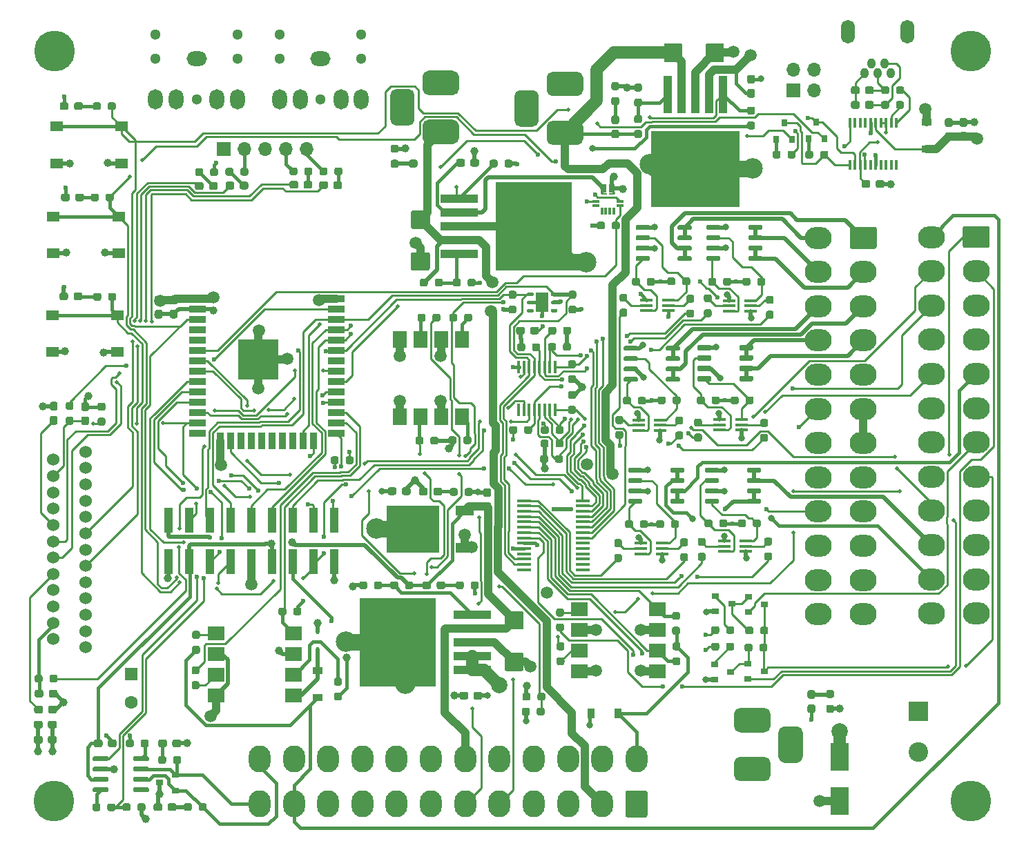
<source format=gbr>
G04 #@! TF.GenerationSoftware,KiCad,Pcbnew,5.1.7-a382d34a8~88~ubuntu20.04.1*
G04 #@! TF.CreationDate,2020-12-13T14:38:39-06:00*
G04 #@! TF.ProjectId,open-dash-daughterboard,6f70656e-2d64-4617-9368-2d6461756768,rev?*
G04 #@! TF.SameCoordinates,Original*
G04 #@! TF.FileFunction,Copper,L1,Top*
G04 #@! TF.FilePolarity,Positive*
%FSLAX46Y46*%
G04 Gerber Fmt 4.6, Leading zero omitted, Abs format (unit mm)*
G04 Created by KiCad (PCBNEW 5.1.7-a382d34a8~88~ubuntu20.04.1) date 2020-12-13 14:38:39*
%MOMM*%
%LPD*%
G01*
G04 APERTURE LIST*
G04 #@! TA.AperFunction,ComponentPad*
%ADD10O,1.700000X1.700000*%
G04 #@! TD*
G04 #@! TA.AperFunction,ComponentPad*
%ADD11R,1.700000X1.700000*%
G04 #@! TD*
G04 #@! TA.AperFunction,SMDPad,CuDef*
%ADD12R,1.000000X3.150000*%
G04 #@! TD*
G04 #@! TA.AperFunction,SMDPad,CuDef*
%ADD13R,5.000000X5.000000*%
G04 #@! TD*
G04 #@! TA.AperFunction,SMDPad,CuDef*
%ADD14R,2.000000X0.900000*%
G04 #@! TD*
G04 #@! TA.AperFunction,SMDPad,CuDef*
%ADD15R,0.900000X2.000000*%
G04 #@! TD*
G04 #@! TA.AperFunction,SMDPad,CuDef*
%ADD16R,2.000000X1.780000*%
G04 #@! TD*
G04 #@! TA.AperFunction,ComponentPad*
%ADD17R,2.400000X2.400000*%
G04 #@! TD*
G04 #@! TA.AperFunction,ComponentPad*
%ADD18C,2.400000*%
G04 #@! TD*
G04 #@! TA.AperFunction,ComponentPad*
%ADD19R,1.600000X1.600000*%
G04 #@! TD*
G04 #@! TA.AperFunction,ComponentPad*
%ADD20C,1.600000*%
G04 #@! TD*
G04 #@! TA.AperFunction,SMDPad,CuDef*
%ADD21R,0.900000X1.200000*%
G04 #@! TD*
G04 #@! TA.AperFunction,SMDPad,CuDef*
%ADD22R,2.300000X3.500000*%
G04 #@! TD*
G04 #@! TA.AperFunction,SMDPad,CuDef*
%ADD23R,0.450000X0.600000*%
G04 #@! TD*
G04 #@! TA.AperFunction,SMDPad,CuDef*
%ADD24R,1.200000X0.900000*%
G04 #@! TD*
G04 #@! TA.AperFunction,SMDPad,CuDef*
%ADD25R,0.900000X0.800000*%
G04 #@! TD*
G04 #@! TA.AperFunction,ComponentPad*
%ADD26O,3.300000X2.700000*%
G04 #@! TD*
G04 #@! TA.AperFunction,ComponentPad*
%ADD27C,1.300000*%
G04 #@! TD*
G04 #@! TA.AperFunction,ComponentPad*
%ADD28O,2.500000X1.800000*%
G04 #@! TD*
G04 #@! TA.AperFunction,ComponentPad*
%ADD29O,1.800000X2.500000*%
G04 #@! TD*
G04 #@! TA.AperFunction,ComponentPad*
%ADD30O,1.700000X2.900000*%
G04 #@! TD*
G04 #@! TA.AperFunction,ComponentPad*
%ADD31O,1.000000X1.300000*%
G04 #@! TD*
G04 #@! TA.AperFunction,SMDPad,CuDef*
%ADD32R,1.780000X2.000000*%
G04 #@! TD*
G04 #@! TA.AperFunction,SMDPad,CuDef*
%ADD33R,0.850000X0.300000*%
G04 #@! TD*
G04 #@! TA.AperFunction,SMDPad,CuDef*
%ADD34R,0.300000X0.850000*%
G04 #@! TD*
G04 #@! TA.AperFunction,SMDPad,CuDef*
%ADD35R,0.800000X1.070000*%
G04 #@! TD*
G04 #@! TA.AperFunction,SMDPad,CuDef*
%ADD36R,0.600000X0.200000*%
G04 #@! TD*
G04 #@! TA.AperFunction,SMDPad,CuDef*
%ADD37C,0.100000*%
G04 #@! TD*
G04 #@! TA.AperFunction,SMDPad,CuDef*
%ADD38R,2.200000X1.200000*%
G04 #@! TD*
G04 #@! TA.AperFunction,SMDPad,CuDef*
%ADD39R,6.400000X5.800000*%
G04 #@! TD*
G04 #@! TA.AperFunction,SMDPad,CuDef*
%ADD40R,9.400000X10.800000*%
G04 #@! TD*
G04 #@! TA.AperFunction,SMDPad,CuDef*
%ADD41R,4.600000X1.100000*%
G04 #@! TD*
G04 #@! TA.AperFunction,SMDPad,CuDef*
%ADD42R,1.100000X4.600000*%
G04 #@! TD*
G04 #@! TA.AperFunction,SMDPad,CuDef*
%ADD43R,10.800000X9.400000*%
G04 #@! TD*
G04 #@! TA.AperFunction,ComponentPad*
%ADD44C,1.524000*%
G04 #@! TD*
G04 #@! TA.AperFunction,SMDPad,CuDef*
%ADD45R,0.400000X1.200000*%
G04 #@! TD*
G04 #@! TA.AperFunction,SMDPad,CuDef*
%ADD46R,0.800000X0.900000*%
G04 #@! TD*
G04 #@! TA.AperFunction,SMDPad,CuDef*
%ADD47R,1.500000X2.400000*%
G04 #@! TD*
G04 #@! TA.AperFunction,SMDPad,CuDef*
%ADD48R,1.550000X1.300000*%
G04 #@! TD*
G04 #@! TA.AperFunction,ComponentPad*
%ADD49O,2.700000X3.300000*%
G04 #@! TD*
G04 #@! TA.AperFunction,SMDPad,CuDef*
%ADD50R,1.500000X0.400000*%
G04 #@! TD*
G04 #@! TA.AperFunction,SMDPad,CuDef*
%ADD51R,1.750000X0.450000*%
G04 #@! TD*
G04 #@! TA.AperFunction,SMDPad,CuDef*
%ADD52R,0.410000X1.600000*%
G04 #@! TD*
G04 #@! TA.AperFunction,WasherPad*
%ADD53C,5.000000*%
G04 #@! TD*
G04 #@! TA.AperFunction,ViaPad*
%ADD54C,0.600000*%
G04 #@! TD*
G04 #@! TA.AperFunction,ViaPad*
%ADD55C,1.000000*%
G04 #@! TD*
G04 #@! TA.AperFunction,ViaPad*
%ADD56C,2.000000*%
G04 #@! TD*
G04 #@! TA.AperFunction,ViaPad*
%ADD57C,1.500000*%
G04 #@! TD*
G04 #@! TA.AperFunction,ViaPad*
%ADD58C,0.800000*%
G04 #@! TD*
G04 #@! TA.AperFunction,ViaPad*
%ADD59C,2.500000*%
G04 #@! TD*
G04 #@! TA.AperFunction,ViaPad*
%ADD60C,0.500000*%
G04 #@! TD*
G04 #@! TA.AperFunction,Conductor*
%ADD61C,0.400000*%
G04 #@! TD*
G04 #@! TA.AperFunction,Conductor*
%ADD62C,0.500000*%
G04 #@! TD*
G04 #@! TA.AperFunction,Conductor*
%ADD63C,1.500000*%
G04 #@! TD*
G04 #@! TA.AperFunction,Conductor*
%ADD64C,1.000000*%
G04 #@! TD*
G04 #@! TA.AperFunction,Conductor*
%ADD65C,2.000000*%
G04 #@! TD*
G04 #@! TA.AperFunction,Conductor*
%ADD66C,0.250000*%
G04 #@! TD*
G04 APERTURE END LIST*
D10*
X185240000Y-51060000D03*
X185240000Y-53600000D03*
X182700000Y-51060000D03*
D11*
X182700000Y-53600000D03*
D12*
X106090000Y-111425000D03*
X106090000Y-106375000D03*
X108630000Y-111425000D03*
X108630000Y-106375000D03*
X111170000Y-111425000D03*
X111170000Y-106375000D03*
X113710000Y-111425000D03*
X113710000Y-106375000D03*
X116250000Y-111425000D03*
X116250000Y-106375000D03*
X118790000Y-111425000D03*
X118790000Y-106375000D03*
X121330000Y-111425000D03*
X121330000Y-106375000D03*
X123870000Y-111425000D03*
X123870000Y-106375000D03*
X126410000Y-111425000D03*
X126410000Y-106375000D03*
D13*
X117150000Y-86645000D03*
D14*
X109650000Y-79145000D03*
X109650000Y-80415000D03*
X109650000Y-81685000D03*
X109650000Y-82955000D03*
X109650000Y-84225000D03*
X109650000Y-85495000D03*
X109650000Y-86765000D03*
X109650000Y-88035000D03*
X109650000Y-89305000D03*
X109650000Y-90575000D03*
X109650000Y-91845000D03*
X109650000Y-93115000D03*
X109650000Y-94385000D03*
X109650000Y-95655000D03*
D15*
X112435000Y-96655000D03*
X113705000Y-96655000D03*
X114975000Y-96655000D03*
X116245000Y-96655000D03*
X117515000Y-96655000D03*
X118785000Y-96655000D03*
X120055000Y-96655000D03*
X121325000Y-96655000D03*
X122595000Y-96655000D03*
X123865000Y-96655000D03*
D14*
X126650000Y-95655000D03*
X126650000Y-94385000D03*
X126650000Y-93115000D03*
X126650000Y-91845000D03*
X126650000Y-90575000D03*
X126650000Y-89305000D03*
X126650000Y-88035000D03*
X126650000Y-86765000D03*
X126650000Y-85495000D03*
X126650000Y-84225000D03*
X126650000Y-82955000D03*
X126650000Y-81685000D03*
X126650000Y-80415000D03*
X126650000Y-79145000D03*
D16*
X156529000Y-117268600D03*
X166059000Y-124888600D03*
X156529000Y-119808600D03*
X166059000Y-122348600D03*
X156529000Y-122348600D03*
X166059000Y-119808600D03*
X156529000Y-124888600D03*
X166059000Y-117268600D03*
D17*
X198100000Y-129850000D03*
D18*
X198100000Y-134850000D03*
G04 #@! TA.AperFunction,SMDPad,CuDef*
G36*
G01*
X145437500Y-103525000D02*
X144962500Y-103525000D01*
G75*
G02*
X144725000Y-103287500I0J237500D01*
G01*
X144725000Y-102687500D01*
G75*
G02*
X144962500Y-102450000I237500J0D01*
G01*
X145437500Y-102450000D01*
G75*
G02*
X145675000Y-102687500I0J-237500D01*
G01*
X145675000Y-103287500D01*
G75*
G02*
X145437500Y-103525000I-237500J0D01*
G01*
G37*
G04 #@! TD.AperFunction*
G04 #@! TA.AperFunction,SMDPad,CuDef*
G36*
G01*
X145437500Y-105250000D02*
X144962500Y-105250000D01*
G75*
G02*
X144725000Y-105012500I0J237500D01*
G01*
X144725000Y-104412500D01*
G75*
G02*
X144962500Y-104175000I237500J0D01*
G01*
X145437500Y-104175000D01*
G75*
G02*
X145675000Y-104412500I0J-237500D01*
G01*
X145675000Y-105012500D01*
G75*
G02*
X145437500Y-105250000I-237500J0D01*
G01*
G37*
G04 #@! TD.AperFunction*
G04 #@! TA.AperFunction,SMDPad,CuDef*
G36*
G01*
X135800000Y-102562500D02*
X135800000Y-103037500D01*
G75*
G02*
X135562500Y-103275000I-237500J0D01*
G01*
X134962500Y-103275000D01*
G75*
G02*
X134725000Y-103037500I0J237500D01*
G01*
X134725000Y-102562500D01*
G75*
G02*
X134962500Y-102325000I237500J0D01*
G01*
X135562500Y-102325000D01*
G75*
G02*
X135800000Y-102562500I0J-237500D01*
G01*
G37*
G04 #@! TD.AperFunction*
G04 #@! TA.AperFunction,SMDPad,CuDef*
G36*
G01*
X134075000Y-102562500D02*
X134075000Y-103037500D01*
G75*
G02*
X133837500Y-103275000I-237500J0D01*
G01*
X133237500Y-103275000D01*
G75*
G02*
X133000000Y-103037500I0J237500D01*
G01*
X133000000Y-102562500D01*
G75*
G02*
X133237500Y-102325000I237500J0D01*
G01*
X133837500Y-102325000D01*
G75*
G02*
X134075000Y-102562500I0J-237500D01*
G01*
G37*
G04 #@! TD.AperFunction*
G04 #@! TA.AperFunction,SMDPad,CuDef*
G36*
G01*
X177787500Y-54512500D02*
X177312500Y-54512500D01*
G75*
G02*
X177075000Y-54275000I0J237500D01*
G01*
X177075000Y-53675000D01*
G75*
G02*
X177312500Y-53437500I237500J0D01*
G01*
X177787500Y-53437500D01*
G75*
G02*
X178025000Y-53675000I0J-237500D01*
G01*
X178025000Y-54275000D01*
G75*
G02*
X177787500Y-54512500I-237500J0D01*
G01*
G37*
G04 #@! TD.AperFunction*
G04 #@! TA.AperFunction,SMDPad,CuDef*
G36*
G01*
X177787500Y-52787500D02*
X177312500Y-52787500D01*
G75*
G02*
X177075000Y-52550000I0J237500D01*
G01*
X177075000Y-51950000D01*
G75*
G02*
X177312500Y-51712500I237500J0D01*
G01*
X177787500Y-51712500D01*
G75*
G02*
X178025000Y-51950000I0J-237500D01*
G01*
X178025000Y-52550000D01*
G75*
G02*
X177787500Y-52787500I-237500J0D01*
G01*
G37*
G04 #@! TD.AperFunction*
G04 #@! TA.AperFunction,SMDPad,CuDef*
G36*
G01*
X143125000Y-62737500D02*
X143125000Y-62262500D01*
G75*
G02*
X143362500Y-62025000I237500J0D01*
G01*
X143962500Y-62025000D01*
G75*
G02*
X144200000Y-62262500I0J-237500D01*
G01*
X144200000Y-62737500D01*
G75*
G02*
X143962500Y-62975000I-237500J0D01*
G01*
X143362500Y-62975000D01*
G75*
G02*
X143125000Y-62737500I0J237500D01*
G01*
G37*
G04 #@! TD.AperFunction*
G04 #@! TA.AperFunction,SMDPad,CuDef*
G36*
G01*
X141400000Y-62737500D02*
X141400000Y-62262500D01*
G75*
G02*
X141637500Y-62025000I237500J0D01*
G01*
X142237500Y-62025000D01*
G75*
G02*
X142475000Y-62262500I0J-237500D01*
G01*
X142475000Y-62737500D01*
G75*
G02*
X142237500Y-62975000I-237500J0D01*
G01*
X141637500Y-62975000D01*
G75*
G02*
X141400000Y-62737500I0J237500D01*
G01*
G37*
G04 #@! TD.AperFunction*
G04 #@! TA.AperFunction,SMDPad,CuDef*
G36*
G01*
X143525000Y-128137500D02*
X143525000Y-127662500D01*
G75*
G02*
X143762500Y-127425000I237500J0D01*
G01*
X144362500Y-127425000D01*
G75*
G02*
X144600000Y-127662500I0J-237500D01*
G01*
X144600000Y-128137500D01*
G75*
G02*
X144362500Y-128375000I-237500J0D01*
G01*
X143762500Y-128375000D01*
G75*
G02*
X143525000Y-128137500I0J237500D01*
G01*
G37*
G04 #@! TD.AperFunction*
G04 #@! TA.AperFunction,SMDPad,CuDef*
G36*
G01*
X141800000Y-128137500D02*
X141800000Y-127662500D01*
G75*
G02*
X142037500Y-127425000I237500J0D01*
G01*
X142637500Y-127425000D01*
G75*
G02*
X142875000Y-127662500I0J-237500D01*
G01*
X142875000Y-128137500D01*
G75*
G02*
X142637500Y-128375000I-237500J0D01*
G01*
X142037500Y-128375000D01*
G75*
G02*
X141800000Y-128137500I0J237500D01*
G01*
G37*
G04 #@! TD.AperFunction*
G04 #@! TA.AperFunction,SMDPad,CuDef*
G36*
G01*
X147574999Y-122625000D02*
X149425001Y-122625000D01*
G75*
G02*
X149675000Y-122874999I0J-249999D01*
G01*
X149675000Y-124625001D01*
G75*
G02*
X149425001Y-124875000I-249999J0D01*
G01*
X147574999Y-124875000D01*
G75*
G02*
X147325000Y-124625001I0J249999D01*
G01*
X147325000Y-122874999D01*
G75*
G02*
X147574999Y-122625000I249999J0D01*
G01*
G37*
G04 #@! TD.AperFunction*
G04 #@! TA.AperFunction,SMDPad,CuDef*
G36*
G01*
X147574999Y-117525000D02*
X149425001Y-117525000D01*
G75*
G02*
X149675000Y-117774999I0J-249999D01*
G01*
X149675000Y-119525001D01*
G75*
G02*
X149425001Y-119775000I-249999J0D01*
G01*
X147574999Y-119775000D01*
G75*
G02*
X147325000Y-119525001I0J249999D01*
G01*
X147325000Y-117774999D01*
G75*
G02*
X147574999Y-117525000I249999J0D01*
G01*
G37*
G04 #@! TD.AperFunction*
G04 #@! TA.AperFunction,SMDPad,CuDef*
G36*
G01*
X166875000Y-49925001D02*
X166875000Y-48074999D01*
G75*
G02*
X167124999Y-47825000I249999J0D01*
G01*
X168875001Y-47825000D01*
G75*
G02*
X169125000Y-48074999I0J-249999D01*
G01*
X169125000Y-49925001D01*
G75*
G02*
X168875001Y-50175000I-249999J0D01*
G01*
X167124999Y-50175000D01*
G75*
G02*
X166875000Y-49925001I0J249999D01*
G01*
G37*
G04 #@! TD.AperFunction*
G04 #@! TA.AperFunction,SMDPad,CuDef*
G36*
G01*
X171975000Y-49925001D02*
X171975000Y-48074999D01*
G75*
G02*
X172224999Y-47825000I249999J0D01*
G01*
X173975001Y-47825000D01*
G75*
G02*
X174225000Y-48074999I0J-249999D01*
G01*
X174225000Y-49925001D01*
G75*
G02*
X173975001Y-50175000I-249999J0D01*
G01*
X172224999Y-50175000D01*
G75*
G02*
X171975000Y-49925001I0J249999D01*
G01*
G37*
G04 #@! TD.AperFunction*
G04 #@! TA.AperFunction,SMDPad,CuDef*
G36*
G01*
X136074999Y-68375000D02*
X137925001Y-68375000D01*
G75*
G02*
X138175000Y-68624999I0J-249999D01*
G01*
X138175000Y-70375001D01*
G75*
G02*
X137925001Y-70625000I-249999J0D01*
G01*
X136074999Y-70625000D01*
G75*
G02*
X135825000Y-70375001I0J249999D01*
G01*
X135825000Y-68624999D01*
G75*
G02*
X136074999Y-68375000I249999J0D01*
G01*
G37*
G04 #@! TD.AperFunction*
G04 #@! TA.AperFunction,SMDPad,CuDef*
G36*
G01*
X136074999Y-73475000D02*
X137925001Y-73475000D01*
G75*
G02*
X138175000Y-73724999I0J-249999D01*
G01*
X138175000Y-75475001D01*
G75*
G02*
X137925001Y-75725000I-249999J0D01*
G01*
X136074999Y-75725000D01*
G75*
G02*
X135825000Y-75475001I0J249999D01*
G01*
X135825000Y-73724999D01*
G75*
G02*
X136074999Y-73475000I249999J0D01*
G01*
G37*
G04 #@! TD.AperFunction*
G04 #@! TA.AperFunction,SMDPad,CuDef*
G36*
G01*
X96137500Y-92975000D02*
X95662500Y-92975000D01*
G75*
G02*
X95425000Y-92737500I0J237500D01*
G01*
X95425000Y-92137500D01*
G75*
G02*
X95662500Y-91900000I237500J0D01*
G01*
X96137500Y-91900000D01*
G75*
G02*
X96375000Y-92137500I0J-237500D01*
G01*
X96375000Y-92737500D01*
G75*
G02*
X96137500Y-92975000I-237500J0D01*
G01*
G37*
G04 #@! TD.AperFunction*
G04 #@! TA.AperFunction,SMDPad,CuDef*
G36*
G01*
X96137500Y-94700000D02*
X95662500Y-94700000D01*
G75*
G02*
X95425000Y-94462500I0J237500D01*
G01*
X95425000Y-93862500D01*
G75*
G02*
X95662500Y-93625000I237500J0D01*
G01*
X96137500Y-93625000D01*
G75*
G02*
X96375000Y-93862500I0J-237500D01*
G01*
X96375000Y-94462500D01*
G75*
G02*
X96137500Y-94700000I-237500J0D01*
G01*
G37*
G04 #@! TD.AperFunction*
G04 #@! TA.AperFunction,SMDPad,CuDef*
G36*
G01*
X91437500Y-127887500D02*
X91437500Y-127412500D01*
G75*
G02*
X91675000Y-127175000I237500J0D01*
G01*
X92275000Y-127175000D01*
G75*
G02*
X92512500Y-127412500I0J-237500D01*
G01*
X92512500Y-127887500D01*
G75*
G02*
X92275000Y-128125000I-237500J0D01*
G01*
X91675000Y-128125000D01*
G75*
G02*
X91437500Y-127887500I0J237500D01*
G01*
G37*
G04 #@! TD.AperFunction*
G04 #@! TA.AperFunction,SMDPad,CuDef*
G36*
G01*
X89712500Y-127887500D02*
X89712500Y-127412500D01*
G75*
G02*
X89950000Y-127175000I237500J0D01*
G01*
X90550000Y-127175000D01*
G75*
G02*
X90787500Y-127412500I0J-237500D01*
G01*
X90787500Y-127887500D01*
G75*
G02*
X90550000Y-128125000I-237500J0D01*
G01*
X89950000Y-128125000D01*
G75*
G02*
X89712500Y-127887500I0J237500D01*
G01*
G37*
G04 #@! TD.AperFunction*
G04 #@! TA.AperFunction,SMDPad,CuDef*
G36*
G01*
X114187500Y-65062500D02*
X114187500Y-65537500D01*
G75*
G02*
X113950000Y-65775000I-237500J0D01*
G01*
X113350000Y-65775000D01*
G75*
G02*
X113112500Y-65537500I0J237500D01*
G01*
X113112500Y-65062500D01*
G75*
G02*
X113350000Y-64825000I237500J0D01*
G01*
X113950000Y-64825000D01*
G75*
G02*
X114187500Y-65062500I0J-237500D01*
G01*
G37*
G04 #@! TD.AperFunction*
G04 #@! TA.AperFunction,SMDPad,CuDef*
G36*
G01*
X115912500Y-65062500D02*
X115912500Y-65537500D01*
G75*
G02*
X115675000Y-65775000I-237500J0D01*
G01*
X115075000Y-65775000D01*
G75*
G02*
X114837500Y-65537500I0J237500D01*
G01*
X114837500Y-65062500D01*
G75*
G02*
X115075000Y-64825000I237500J0D01*
G01*
X115675000Y-64825000D01*
G75*
G02*
X115912500Y-65062500I0J-237500D01*
G01*
G37*
G04 #@! TD.AperFunction*
G04 #@! TA.AperFunction,SMDPad,CuDef*
G36*
G01*
X123750000Y-64962500D02*
X123750000Y-65437500D01*
G75*
G02*
X123512500Y-65675000I-237500J0D01*
G01*
X122912500Y-65675000D01*
G75*
G02*
X122675000Y-65437500I0J237500D01*
G01*
X122675000Y-64962500D01*
G75*
G02*
X122912500Y-64725000I237500J0D01*
G01*
X123512500Y-64725000D01*
G75*
G02*
X123750000Y-64962500I0J-237500D01*
G01*
G37*
G04 #@! TD.AperFunction*
G04 #@! TA.AperFunction,SMDPad,CuDef*
G36*
G01*
X122025000Y-64962500D02*
X122025000Y-65437500D01*
G75*
G02*
X121787500Y-65675000I-237500J0D01*
G01*
X121187500Y-65675000D01*
G75*
G02*
X120950000Y-65437500I0J237500D01*
G01*
X120950000Y-64962500D01*
G75*
G02*
X121187500Y-64725000I237500J0D01*
G01*
X121787500Y-64725000D01*
G75*
G02*
X122025000Y-64962500I0J-237500D01*
G01*
G37*
G04 #@! TD.AperFunction*
G04 #@! TA.AperFunction,SMDPad,CuDef*
G36*
G01*
X110425000Y-65112500D02*
X110425000Y-65587500D01*
G75*
G02*
X110187500Y-65825000I-237500J0D01*
G01*
X109587500Y-65825000D01*
G75*
G02*
X109350000Y-65587500I0J237500D01*
G01*
X109350000Y-65112500D01*
G75*
G02*
X109587500Y-64875000I237500J0D01*
G01*
X110187500Y-64875000D01*
G75*
G02*
X110425000Y-65112500I0J-237500D01*
G01*
G37*
G04 #@! TD.AperFunction*
G04 #@! TA.AperFunction,SMDPad,CuDef*
G36*
G01*
X112150000Y-65112500D02*
X112150000Y-65587500D01*
G75*
G02*
X111912500Y-65825000I-237500J0D01*
G01*
X111312500Y-65825000D01*
G75*
G02*
X111075000Y-65587500I0J237500D01*
G01*
X111075000Y-65112500D01*
G75*
G02*
X111312500Y-64875000I237500J0D01*
G01*
X111912500Y-64875000D01*
G75*
G02*
X112150000Y-65112500I0J-237500D01*
G01*
G37*
G04 #@! TD.AperFunction*
G04 #@! TA.AperFunction,SMDPad,CuDef*
G36*
G01*
X127400000Y-65012500D02*
X127400000Y-65487500D01*
G75*
G02*
X127162500Y-65725000I-237500J0D01*
G01*
X126562500Y-65725000D01*
G75*
G02*
X126325000Y-65487500I0J237500D01*
G01*
X126325000Y-65012500D01*
G75*
G02*
X126562500Y-64775000I237500J0D01*
G01*
X127162500Y-64775000D01*
G75*
G02*
X127400000Y-65012500I0J-237500D01*
G01*
G37*
G04 #@! TD.AperFunction*
G04 #@! TA.AperFunction,SMDPad,CuDef*
G36*
G01*
X125675000Y-65012500D02*
X125675000Y-65487500D01*
G75*
G02*
X125437500Y-65725000I-237500J0D01*
G01*
X124837500Y-65725000D01*
G75*
G02*
X124600000Y-65487500I0J237500D01*
G01*
X124600000Y-65012500D01*
G75*
G02*
X124837500Y-64775000I237500J0D01*
G01*
X125437500Y-64775000D01*
G75*
G02*
X125675000Y-65012500I0J-237500D01*
G01*
G37*
G04 #@! TD.AperFunction*
G04 #@! TA.AperFunction,SMDPad,CuDef*
G36*
G01*
X89650000Y-129837500D02*
X89650000Y-129362500D01*
G75*
G02*
X89887500Y-129125000I237500J0D01*
G01*
X90487500Y-129125000D01*
G75*
G02*
X90725000Y-129362500I0J-237500D01*
G01*
X90725000Y-129837500D01*
G75*
G02*
X90487500Y-130075000I-237500J0D01*
G01*
X89887500Y-130075000D01*
G75*
G02*
X89650000Y-129837500I0J237500D01*
G01*
G37*
G04 #@! TD.AperFunction*
G04 #@! TA.AperFunction,SMDPad,CuDef*
G36*
G01*
X91375000Y-129837500D02*
X91375000Y-129362500D01*
G75*
G02*
X91612500Y-129125000I237500J0D01*
G01*
X92212500Y-129125000D01*
G75*
G02*
X92450000Y-129362500I0J-237500D01*
G01*
X92450000Y-129837500D01*
G75*
G02*
X92212500Y-130075000I-237500J0D01*
G01*
X91612500Y-130075000D01*
G75*
G02*
X91375000Y-129837500I0J237500D01*
G01*
G37*
G04 #@! TD.AperFunction*
D19*
X101550000Y-125250000D03*
D20*
X101550000Y-128750000D03*
G04 #@! TA.AperFunction,SMDPad,CuDef*
G36*
G01*
X90687500Y-131212500D02*
X90687500Y-131687500D01*
G75*
G02*
X90450000Y-131925000I-237500J0D01*
G01*
X89850000Y-131925000D01*
G75*
G02*
X89612500Y-131687500I0J237500D01*
G01*
X89612500Y-131212500D01*
G75*
G02*
X89850000Y-130975000I237500J0D01*
G01*
X90450000Y-130975000D01*
G75*
G02*
X90687500Y-131212500I0J-237500D01*
G01*
G37*
G04 #@! TD.AperFunction*
G04 #@! TA.AperFunction,SMDPad,CuDef*
G36*
G01*
X92412500Y-131212500D02*
X92412500Y-131687500D01*
G75*
G02*
X92175000Y-131925000I-237500J0D01*
G01*
X91575000Y-131925000D01*
G75*
G02*
X91337500Y-131687500I0J237500D01*
G01*
X91337500Y-131212500D01*
G75*
G02*
X91575000Y-130975000I237500J0D01*
G01*
X92175000Y-130975000D01*
G75*
G02*
X92412500Y-131212500I0J-237500D01*
G01*
G37*
G04 #@! TD.AperFunction*
G04 #@! TA.AperFunction,SMDPad,CuDef*
G36*
G01*
X92287500Y-94637500D02*
X91812500Y-94637500D01*
G75*
G02*
X91575000Y-94400000I0J237500D01*
G01*
X91575000Y-93800000D01*
G75*
G02*
X91812500Y-93562500I237500J0D01*
G01*
X92287500Y-93562500D01*
G75*
G02*
X92525000Y-93800000I0J-237500D01*
G01*
X92525000Y-94400000D01*
G75*
G02*
X92287500Y-94637500I-237500J0D01*
G01*
G37*
G04 #@! TD.AperFunction*
G04 #@! TA.AperFunction,SMDPad,CuDef*
G36*
G01*
X92287500Y-92912500D02*
X91812500Y-92912500D01*
G75*
G02*
X91575000Y-92675000I0J237500D01*
G01*
X91575000Y-92075000D01*
G75*
G02*
X91812500Y-91837500I237500J0D01*
G01*
X92287500Y-91837500D01*
G75*
G02*
X92525000Y-92075000I0J-237500D01*
G01*
X92525000Y-92675000D01*
G75*
G02*
X92287500Y-92912500I-237500J0D01*
G01*
G37*
G04 #@! TD.AperFunction*
G04 #@! TA.AperFunction,SMDPad,CuDef*
G36*
G01*
X92412500Y-133062500D02*
X92412500Y-133537500D01*
G75*
G02*
X92175000Y-133775000I-237500J0D01*
G01*
X91575000Y-133775000D01*
G75*
G02*
X91337500Y-133537500I0J237500D01*
G01*
X91337500Y-133062500D01*
G75*
G02*
X91575000Y-132825000I237500J0D01*
G01*
X92175000Y-132825000D01*
G75*
G02*
X92412500Y-133062500I0J-237500D01*
G01*
G37*
G04 #@! TD.AperFunction*
G04 #@! TA.AperFunction,SMDPad,CuDef*
G36*
G01*
X90687500Y-133062500D02*
X90687500Y-133537500D01*
G75*
G02*
X90450000Y-133775000I-237500J0D01*
G01*
X89850000Y-133775000D01*
G75*
G02*
X89612500Y-133537500I0J237500D01*
G01*
X89612500Y-133062500D01*
G75*
G02*
X89850000Y-132825000I237500J0D01*
G01*
X90450000Y-132825000D01*
G75*
G02*
X90687500Y-133062500I0J-237500D01*
G01*
G37*
G04 #@! TD.AperFunction*
G04 #@! TA.AperFunction,SMDPad,CuDef*
G36*
G01*
X105137500Y-79887500D02*
X104662500Y-79887500D01*
G75*
G02*
X104425000Y-79650000I0J237500D01*
G01*
X104425000Y-79050000D01*
G75*
G02*
X104662500Y-78812500I237500J0D01*
G01*
X105137500Y-78812500D01*
G75*
G02*
X105375000Y-79050000I0J-237500D01*
G01*
X105375000Y-79650000D01*
G75*
G02*
X105137500Y-79887500I-237500J0D01*
G01*
G37*
G04 #@! TD.AperFunction*
G04 #@! TA.AperFunction,SMDPad,CuDef*
G36*
G01*
X105137500Y-81612500D02*
X104662500Y-81612500D01*
G75*
G02*
X104425000Y-81375000I0J237500D01*
G01*
X104425000Y-80775000D01*
G75*
G02*
X104662500Y-80537500I237500J0D01*
G01*
X105137500Y-80537500D01*
G75*
G02*
X105375000Y-80775000I0J-237500D01*
G01*
X105375000Y-81375000D01*
G75*
G02*
X105137500Y-81612500I-237500J0D01*
G01*
G37*
G04 #@! TD.AperFunction*
G04 #@! TA.AperFunction,SMDPad,CuDef*
G36*
G01*
X106987500Y-81600000D02*
X106512500Y-81600000D01*
G75*
G02*
X106275000Y-81362500I0J237500D01*
G01*
X106275000Y-80762500D01*
G75*
G02*
X106512500Y-80525000I237500J0D01*
G01*
X106987500Y-80525000D01*
G75*
G02*
X107225000Y-80762500I0J-237500D01*
G01*
X107225000Y-81362500D01*
G75*
G02*
X106987500Y-81600000I-237500J0D01*
G01*
G37*
G04 #@! TD.AperFunction*
G04 #@! TA.AperFunction,SMDPad,CuDef*
G36*
G01*
X106987500Y-79875000D02*
X106512500Y-79875000D01*
G75*
G02*
X106275000Y-79637500I0J237500D01*
G01*
X106275000Y-79037500D01*
G75*
G02*
X106512500Y-78800000I237500J0D01*
G01*
X106987500Y-78800000D01*
G75*
G02*
X107225000Y-79037500I0J-237500D01*
G01*
X107225000Y-79637500D01*
G75*
G02*
X106987500Y-79875000I-237500J0D01*
G01*
G37*
G04 #@! TD.AperFunction*
G04 #@! TA.AperFunction,SMDPad,CuDef*
G36*
G01*
X148737500Y-83337500D02*
X148737500Y-82862500D01*
G75*
G02*
X148975000Y-82625000I237500J0D01*
G01*
X149575000Y-82625000D01*
G75*
G02*
X149812500Y-82862500I0J-237500D01*
G01*
X149812500Y-83337500D01*
G75*
G02*
X149575000Y-83575000I-237500J0D01*
G01*
X148975000Y-83575000D01*
G75*
G02*
X148737500Y-83337500I0J237500D01*
G01*
G37*
G04 #@! TD.AperFunction*
G04 #@! TA.AperFunction,SMDPad,CuDef*
G36*
G01*
X150462500Y-83337500D02*
X150462500Y-82862500D01*
G75*
G02*
X150700000Y-82625000I237500J0D01*
G01*
X151300000Y-82625000D01*
G75*
G02*
X151537500Y-82862500I0J-237500D01*
G01*
X151537500Y-83337500D01*
G75*
G02*
X151300000Y-83575000I-237500J0D01*
G01*
X150700000Y-83575000D01*
G75*
G02*
X150462500Y-83337500I0J237500D01*
G01*
G37*
G04 #@! TD.AperFunction*
G04 #@! TA.AperFunction,SMDPad,CuDef*
G36*
G01*
X96962500Y-133987500D02*
X96962500Y-133512500D01*
G75*
G02*
X97200000Y-133275000I237500J0D01*
G01*
X97800000Y-133275000D01*
G75*
G02*
X98037500Y-133512500I0J-237500D01*
G01*
X98037500Y-133987500D01*
G75*
G02*
X97800000Y-134225000I-237500J0D01*
G01*
X97200000Y-134225000D01*
G75*
G02*
X96962500Y-133987500I0J237500D01*
G01*
G37*
G04 #@! TD.AperFunction*
G04 #@! TA.AperFunction,SMDPad,CuDef*
G36*
G01*
X98687500Y-133987500D02*
X98687500Y-133512500D01*
G75*
G02*
X98925000Y-133275000I237500J0D01*
G01*
X99525000Y-133275000D01*
G75*
G02*
X99762500Y-133512500I0J-237500D01*
G01*
X99762500Y-133987500D01*
G75*
G02*
X99525000Y-134225000I-237500J0D01*
G01*
X98925000Y-134225000D01*
G75*
G02*
X98687500Y-133987500I0J237500D01*
G01*
G37*
G04 #@! TD.AperFunction*
G04 #@! TA.AperFunction,SMDPad,CuDef*
G36*
G01*
X106579000Y-133987500D02*
X106579000Y-133512500D01*
G75*
G02*
X106816500Y-133275000I237500J0D01*
G01*
X107416500Y-133275000D01*
G75*
G02*
X107654000Y-133512500I0J-237500D01*
G01*
X107654000Y-133987500D01*
G75*
G02*
X107416500Y-134225000I-237500J0D01*
G01*
X106816500Y-134225000D01*
G75*
G02*
X106579000Y-133987500I0J237500D01*
G01*
G37*
G04 #@! TD.AperFunction*
G04 #@! TA.AperFunction,SMDPad,CuDef*
G36*
G01*
X104854000Y-133987500D02*
X104854000Y-133512500D01*
G75*
G02*
X105091500Y-133275000I237500J0D01*
G01*
X105691500Y-133275000D01*
G75*
G02*
X105929000Y-133512500I0J-237500D01*
G01*
X105929000Y-133987500D01*
G75*
G02*
X105691500Y-134225000I-237500J0D01*
G01*
X105091500Y-134225000D01*
G75*
G02*
X104854000Y-133987500I0J237500D01*
G01*
G37*
G04 #@! TD.AperFunction*
G04 #@! TA.AperFunction,SMDPad,CuDef*
G36*
G01*
X105369000Y-141336500D02*
X105369000Y-141811500D01*
G75*
G02*
X105131500Y-142049000I-237500J0D01*
G01*
X104531500Y-142049000D01*
G75*
G02*
X104294000Y-141811500I0J237500D01*
G01*
X104294000Y-141336500D01*
G75*
G02*
X104531500Y-141099000I237500J0D01*
G01*
X105131500Y-141099000D01*
G75*
G02*
X105369000Y-141336500I0J-237500D01*
G01*
G37*
G04 #@! TD.AperFunction*
G04 #@! TA.AperFunction,SMDPad,CuDef*
G36*
G01*
X107094000Y-141336500D02*
X107094000Y-141811500D01*
G75*
G02*
X106856500Y-142049000I-237500J0D01*
G01*
X106256500Y-142049000D01*
G75*
G02*
X106019000Y-141811500I0J237500D01*
G01*
X106019000Y-141336500D01*
G75*
G02*
X106256500Y-141099000I237500J0D01*
G01*
X106856500Y-141099000D01*
G75*
G02*
X107094000Y-141336500I0J-237500D01*
G01*
G37*
G04 #@! TD.AperFunction*
G04 #@! TA.AperFunction,SMDPad,CuDef*
G36*
G01*
X192600000Y-55162500D02*
X192600000Y-55637500D01*
G75*
G02*
X192362500Y-55875000I-237500J0D01*
G01*
X191762500Y-55875000D01*
G75*
G02*
X191525000Y-55637500I0J237500D01*
G01*
X191525000Y-55162500D01*
G75*
G02*
X191762500Y-54925000I237500J0D01*
G01*
X192362500Y-54925000D01*
G75*
G02*
X192600000Y-55162500I0J-237500D01*
G01*
G37*
G04 #@! TD.AperFunction*
G04 #@! TA.AperFunction,SMDPad,CuDef*
G36*
G01*
X190875000Y-55162500D02*
X190875000Y-55637500D01*
G75*
G02*
X190637500Y-55875000I-237500J0D01*
G01*
X190037500Y-55875000D01*
G75*
G02*
X189800000Y-55637500I0J237500D01*
G01*
X189800000Y-55162500D01*
G75*
G02*
X190037500Y-54925000I237500J0D01*
G01*
X190637500Y-54925000D01*
G75*
G02*
X190875000Y-55162500I0J-237500D01*
G01*
G37*
G04 #@! TD.AperFunction*
G04 #@! TA.AperFunction,SMDPad,CuDef*
G36*
G01*
X192600000Y-53362500D02*
X192600000Y-53837500D01*
G75*
G02*
X192362500Y-54075000I-237500J0D01*
G01*
X191762500Y-54075000D01*
G75*
G02*
X191525000Y-53837500I0J237500D01*
G01*
X191525000Y-53362500D01*
G75*
G02*
X191762500Y-53125000I237500J0D01*
G01*
X192362500Y-53125000D01*
G75*
G02*
X192600000Y-53362500I0J-237500D01*
G01*
G37*
G04 #@! TD.AperFunction*
G04 #@! TA.AperFunction,SMDPad,CuDef*
G36*
G01*
X190875000Y-53362500D02*
X190875000Y-53837500D01*
G75*
G02*
X190637500Y-54075000I-237500J0D01*
G01*
X190037500Y-54075000D01*
G75*
G02*
X189800000Y-53837500I0J237500D01*
G01*
X189800000Y-53362500D01*
G75*
G02*
X190037500Y-53125000I237500J0D01*
G01*
X190637500Y-53125000D01*
G75*
G02*
X190875000Y-53362500I0J-237500D01*
G01*
G37*
G04 #@! TD.AperFunction*
G04 #@! TA.AperFunction,SMDPad,CuDef*
G36*
G01*
X192825000Y-65337500D02*
X192825000Y-64862500D01*
G75*
G02*
X193062500Y-64625000I237500J0D01*
G01*
X193662500Y-64625000D01*
G75*
G02*
X193900000Y-64862500I0J-237500D01*
G01*
X193900000Y-65337500D01*
G75*
G02*
X193662500Y-65575000I-237500J0D01*
G01*
X193062500Y-65575000D01*
G75*
G02*
X192825000Y-65337500I0J237500D01*
G01*
G37*
G04 #@! TD.AperFunction*
G04 #@! TA.AperFunction,SMDPad,CuDef*
G36*
G01*
X191100000Y-65337500D02*
X191100000Y-64862500D01*
G75*
G02*
X191337500Y-64625000I237500J0D01*
G01*
X191937500Y-64625000D01*
G75*
G02*
X192175000Y-64862500I0J-237500D01*
G01*
X192175000Y-65337500D01*
G75*
G02*
X191937500Y-65575000I-237500J0D01*
G01*
X191337500Y-65575000D01*
G75*
G02*
X191100000Y-65337500I0J237500D01*
G01*
G37*
G04 #@! TD.AperFunction*
G04 #@! TA.AperFunction,SMDPad,CuDef*
G36*
G01*
X203837500Y-59800000D02*
X203362500Y-59800000D01*
G75*
G02*
X203125000Y-59562500I0J237500D01*
G01*
X203125000Y-58962500D01*
G75*
G02*
X203362500Y-58725000I237500J0D01*
G01*
X203837500Y-58725000D01*
G75*
G02*
X204075000Y-58962500I0J-237500D01*
G01*
X204075000Y-59562500D01*
G75*
G02*
X203837500Y-59800000I-237500J0D01*
G01*
G37*
G04 #@! TD.AperFunction*
G04 #@! TA.AperFunction,SMDPad,CuDef*
G36*
G01*
X203837500Y-58075000D02*
X203362500Y-58075000D01*
G75*
G02*
X203125000Y-57837500I0J237500D01*
G01*
X203125000Y-57237500D01*
G75*
G02*
X203362500Y-57000000I237500J0D01*
G01*
X203837500Y-57000000D01*
G75*
G02*
X204075000Y-57237500I0J-237500D01*
G01*
X204075000Y-57837500D01*
G75*
G02*
X203837500Y-58075000I-237500J0D01*
G01*
G37*
G04 #@! TD.AperFunction*
G04 #@! TA.AperFunction,SMDPad,CuDef*
G36*
G01*
X202037500Y-58112500D02*
X201562500Y-58112500D01*
G75*
G02*
X201325000Y-57875000I0J237500D01*
G01*
X201325000Y-57275000D01*
G75*
G02*
X201562500Y-57037500I237500J0D01*
G01*
X202037500Y-57037500D01*
G75*
G02*
X202275000Y-57275000I0J-237500D01*
G01*
X202275000Y-57875000D01*
G75*
G02*
X202037500Y-58112500I-237500J0D01*
G01*
G37*
G04 #@! TD.AperFunction*
G04 #@! TA.AperFunction,SMDPad,CuDef*
G36*
G01*
X202037500Y-59837500D02*
X201562500Y-59837500D01*
G75*
G02*
X201325000Y-59600000I0J237500D01*
G01*
X201325000Y-59000000D01*
G75*
G02*
X201562500Y-58762500I237500J0D01*
G01*
X202037500Y-58762500D01*
G75*
G02*
X202275000Y-59000000I0J-237500D01*
G01*
X202275000Y-59600000D01*
G75*
G02*
X202037500Y-59837500I-237500J0D01*
G01*
G37*
G04 #@! TD.AperFunction*
D21*
X161200000Y-130050000D03*
X157900000Y-130050000D03*
D22*
X188400000Y-135400000D03*
X188400000Y-140800000D03*
G04 #@! TA.AperFunction,SMDPad,CuDef*
G36*
G01*
X184712500Y-128975000D02*
X185187500Y-128975000D01*
G75*
G02*
X185425000Y-129212500I0J-237500D01*
G01*
X185425000Y-129787500D01*
G75*
G02*
X185187500Y-130025000I-237500J0D01*
G01*
X184712500Y-130025000D01*
G75*
G02*
X184475000Y-129787500I0J237500D01*
G01*
X184475000Y-129212500D01*
G75*
G02*
X184712500Y-128975000I237500J0D01*
G01*
G37*
G04 #@! TD.AperFunction*
G04 #@! TA.AperFunction,SMDPad,CuDef*
G36*
G01*
X184712500Y-127225000D02*
X185187500Y-127225000D01*
G75*
G02*
X185425000Y-127462500I0J-237500D01*
G01*
X185425000Y-128037500D01*
G75*
G02*
X185187500Y-128275000I-237500J0D01*
G01*
X184712500Y-128275000D01*
G75*
G02*
X184475000Y-128037500I0J237500D01*
G01*
X184475000Y-127462500D01*
G75*
G02*
X184712500Y-127225000I237500J0D01*
G01*
G37*
G04 #@! TD.AperFunction*
G04 #@! TA.AperFunction,SMDPad,CuDef*
G36*
G01*
X137350000Y-62837500D02*
X137350000Y-62362500D01*
G75*
G02*
X137587500Y-62125000I237500J0D01*
G01*
X138162500Y-62125000D01*
G75*
G02*
X138400000Y-62362500I0J-237500D01*
G01*
X138400000Y-62837500D01*
G75*
G02*
X138162500Y-63075000I-237500J0D01*
G01*
X137587500Y-63075000D01*
G75*
G02*
X137350000Y-62837500I0J237500D01*
G01*
G37*
G04 #@! TD.AperFunction*
G04 #@! TA.AperFunction,SMDPad,CuDef*
G36*
G01*
X135600000Y-62837500D02*
X135600000Y-62362500D01*
G75*
G02*
X135837500Y-62125000I237500J0D01*
G01*
X136412500Y-62125000D01*
G75*
G02*
X136650000Y-62362500I0J-237500D01*
G01*
X136650000Y-62837500D01*
G75*
G02*
X136412500Y-63075000I-237500J0D01*
G01*
X135837500Y-63075000D01*
G75*
G02*
X135600000Y-62837500I0J237500D01*
G01*
G37*
G04 #@! TD.AperFunction*
G04 #@! TA.AperFunction,SMDPad,CuDef*
G36*
G01*
X137900000Y-102612500D02*
X137900000Y-103087500D01*
G75*
G02*
X137662500Y-103325000I-237500J0D01*
G01*
X137087500Y-103325000D01*
G75*
G02*
X136850000Y-103087500I0J237500D01*
G01*
X136850000Y-102612500D01*
G75*
G02*
X137087500Y-102375000I237500J0D01*
G01*
X137662500Y-102375000D01*
G75*
G02*
X137900000Y-102612500I0J-237500D01*
G01*
G37*
G04 #@! TD.AperFunction*
G04 #@! TA.AperFunction,SMDPad,CuDef*
G36*
G01*
X139650000Y-102612500D02*
X139650000Y-103087500D01*
G75*
G02*
X139412500Y-103325000I-237500J0D01*
G01*
X138837500Y-103325000D01*
G75*
G02*
X138600000Y-103087500I0J237500D01*
G01*
X138600000Y-102612500D01*
G75*
G02*
X138837500Y-102375000I237500J0D01*
G01*
X139412500Y-102375000D01*
G75*
G02*
X139650000Y-102612500I0J-237500D01*
G01*
G37*
G04 #@! TD.AperFunction*
G04 #@! TA.AperFunction,SMDPad,CuDef*
G36*
G01*
X160662500Y-56700000D02*
X161137500Y-56700000D01*
G75*
G02*
X161375000Y-56937500I0J-237500D01*
G01*
X161375000Y-57512500D01*
G75*
G02*
X161137500Y-57750000I-237500J0D01*
G01*
X160662500Y-57750000D01*
G75*
G02*
X160425000Y-57512500I0J237500D01*
G01*
X160425000Y-56937500D01*
G75*
G02*
X160662500Y-56700000I237500J0D01*
G01*
G37*
G04 #@! TD.AperFunction*
G04 #@! TA.AperFunction,SMDPad,CuDef*
G36*
G01*
X160662500Y-58450000D02*
X161137500Y-58450000D01*
G75*
G02*
X161375000Y-58687500I0J-237500D01*
G01*
X161375000Y-59262500D01*
G75*
G02*
X161137500Y-59500000I-237500J0D01*
G01*
X160662500Y-59500000D01*
G75*
G02*
X160425000Y-59262500I0J237500D01*
G01*
X160425000Y-58687500D01*
G75*
G02*
X160662500Y-58450000I237500J0D01*
G01*
G37*
G04 #@! TD.AperFunction*
G04 #@! TA.AperFunction,SMDPad,CuDef*
G36*
G01*
X140050000Y-114112500D02*
X140050000Y-114587500D01*
G75*
G02*
X139812500Y-114825000I-237500J0D01*
G01*
X139237500Y-114825000D01*
G75*
G02*
X139000000Y-114587500I0J237500D01*
G01*
X139000000Y-114112500D01*
G75*
G02*
X139237500Y-113875000I237500J0D01*
G01*
X139812500Y-113875000D01*
G75*
G02*
X140050000Y-114112500I0J-237500D01*
G01*
G37*
G04 #@! TD.AperFunction*
G04 #@! TA.AperFunction,SMDPad,CuDef*
G36*
G01*
X138300000Y-114112500D02*
X138300000Y-114587500D01*
G75*
G02*
X138062500Y-114825000I-237500J0D01*
G01*
X137487500Y-114825000D01*
G75*
G02*
X137250000Y-114587500I0J237500D01*
G01*
X137250000Y-114112500D01*
G75*
G02*
X137487500Y-113875000I237500J0D01*
G01*
X138062500Y-113875000D01*
G75*
G02*
X138300000Y-114112500I0J-237500D01*
G01*
G37*
G04 #@! TD.AperFunction*
D23*
X124416000Y-122174000D03*
X124416000Y-120074000D03*
D24*
X124416000Y-128108000D03*
X124416000Y-124808000D03*
G04 #@! TA.AperFunction,SMDPad,CuDef*
G36*
G01*
X95600000Y-55312500D02*
X95600000Y-55787500D01*
G75*
G02*
X95362500Y-56025000I-237500J0D01*
G01*
X94787500Y-56025000D01*
G75*
G02*
X94550000Y-55787500I0J237500D01*
G01*
X94550000Y-55312500D01*
G75*
G02*
X94787500Y-55075000I237500J0D01*
G01*
X95362500Y-55075000D01*
G75*
G02*
X95600000Y-55312500I0J-237500D01*
G01*
G37*
G04 #@! TD.AperFunction*
G04 #@! TA.AperFunction,SMDPad,CuDef*
G36*
G01*
X93850000Y-55312500D02*
X93850000Y-55787500D01*
G75*
G02*
X93612500Y-56025000I-237500J0D01*
G01*
X93037500Y-56025000D01*
G75*
G02*
X92800000Y-55787500I0J237500D01*
G01*
X92800000Y-55312500D01*
G75*
G02*
X93037500Y-55075000I237500J0D01*
G01*
X93612500Y-55075000D01*
G75*
G02*
X93850000Y-55312500I0J-237500D01*
G01*
G37*
G04 #@! TD.AperFunction*
G04 #@! TA.AperFunction,SMDPad,CuDef*
G36*
G01*
X94000000Y-66512500D02*
X94000000Y-66987500D01*
G75*
G02*
X93762500Y-67225000I-237500J0D01*
G01*
X93187500Y-67225000D01*
G75*
G02*
X92950000Y-66987500I0J237500D01*
G01*
X92950000Y-66512500D01*
G75*
G02*
X93187500Y-66275000I237500J0D01*
G01*
X93762500Y-66275000D01*
G75*
G02*
X94000000Y-66512500I0J-237500D01*
G01*
G37*
G04 #@! TD.AperFunction*
G04 #@! TA.AperFunction,SMDPad,CuDef*
G36*
G01*
X95750000Y-66512500D02*
X95750000Y-66987500D01*
G75*
G02*
X95512500Y-67225000I-237500J0D01*
G01*
X94937500Y-67225000D01*
G75*
G02*
X94700000Y-66987500I0J237500D01*
G01*
X94700000Y-66512500D01*
G75*
G02*
X94937500Y-66275000I237500J0D01*
G01*
X95512500Y-66275000D01*
G75*
G02*
X95750000Y-66512500I0J-237500D01*
G01*
G37*
G04 #@! TD.AperFunction*
G04 #@! TA.AperFunction,SMDPad,CuDef*
G36*
G01*
X95550000Y-78662500D02*
X95550000Y-79137500D01*
G75*
G02*
X95312500Y-79375000I-237500J0D01*
G01*
X94737500Y-79375000D01*
G75*
G02*
X94500000Y-79137500I0J237500D01*
G01*
X94500000Y-78662500D01*
G75*
G02*
X94737500Y-78425000I237500J0D01*
G01*
X95312500Y-78425000D01*
G75*
G02*
X95550000Y-78662500I0J-237500D01*
G01*
G37*
G04 #@! TD.AperFunction*
G04 #@! TA.AperFunction,SMDPad,CuDef*
G36*
G01*
X93800000Y-78662500D02*
X93800000Y-79137500D01*
G75*
G02*
X93562500Y-79375000I-237500J0D01*
G01*
X92987500Y-79375000D01*
G75*
G02*
X92750000Y-79137500I0J237500D01*
G01*
X92750000Y-78662500D01*
G75*
G02*
X92987500Y-78425000I237500J0D01*
G01*
X93562500Y-78425000D01*
G75*
G02*
X93800000Y-78662500I0J-237500D01*
G01*
G37*
G04 #@! TD.AperFunction*
D25*
X107000000Y-139526000D03*
X107000000Y-137626000D03*
X105000000Y-138576000D03*
D24*
X199100000Y-60800000D03*
X199100000Y-57500000D03*
G04 #@! TA.AperFunction,ComponentPad*
G36*
G01*
X203748401Y-70260600D02*
X206548399Y-70260600D01*
G75*
G02*
X206798400Y-70510601I0J-250001D01*
G01*
X206798400Y-72710599D01*
G75*
G02*
X206548399Y-72960600I-250001J0D01*
G01*
X203748401Y-72960600D01*
G75*
G02*
X203498400Y-72710599I0J250001D01*
G01*
X203498400Y-70510601D01*
G75*
G02*
X203748401Y-70260600I250001J0D01*
G01*
G37*
G04 #@! TD.AperFunction*
D26*
X205148400Y-75810600D03*
X205148400Y-80010600D03*
X205148400Y-84210600D03*
X205148400Y-88410600D03*
X205148400Y-92610600D03*
X205148400Y-96810600D03*
X205148400Y-101010600D03*
X205148400Y-105210600D03*
X205148400Y-109410600D03*
X205148400Y-113610600D03*
X205148400Y-117810600D03*
X199648400Y-71610600D03*
X199648400Y-75810600D03*
X199648400Y-80010600D03*
X199648400Y-84210600D03*
X199648400Y-88410600D03*
X199648400Y-92610600D03*
X199648400Y-96810600D03*
X199648400Y-101010600D03*
X199648400Y-105210600D03*
X199648400Y-109410600D03*
X199648400Y-113610600D03*
X199648400Y-117810600D03*
G04 #@! TA.AperFunction,ComponentPad*
G36*
G01*
X183150000Y-136150000D02*
X181650000Y-136150000D01*
G75*
G02*
X180900000Y-135400000I0J750000D01*
G01*
X180900000Y-132400000D01*
G75*
G02*
X181650000Y-131650000I750000J0D01*
G01*
X183150000Y-131650000D01*
G75*
G02*
X183900000Y-132400000I0J-750000D01*
G01*
X183900000Y-135400000D01*
G75*
G02*
X183150000Y-136150000I-750000J0D01*
G01*
G37*
G04 #@! TD.AperFunction*
G04 #@! TA.AperFunction,ComponentPad*
G36*
G01*
X179200000Y-138400000D02*
X176200000Y-138400000D01*
G75*
G02*
X175450000Y-137650000I0J750000D01*
G01*
X175450000Y-136150000D01*
G75*
G02*
X176200000Y-135400000I750000J0D01*
G01*
X179200000Y-135400000D01*
G75*
G02*
X179950000Y-136150000I0J-750000D01*
G01*
X179950000Y-137650000D01*
G75*
G02*
X179200000Y-138400000I-750000J0D01*
G01*
G37*
G04 #@! TD.AperFunction*
G04 #@! TA.AperFunction,ComponentPad*
G36*
G01*
X179200000Y-132400000D02*
X176200000Y-132400000D01*
G75*
G02*
X175450000Y-131650000I0J750000D01*
G01*
X175450000Y-130150000D01*
G75*
G02*
X176200000Y-129400000I750000J0D01*
G01*
X179200000Y-129400000D01*
G75*
G02*
X179950000Y-130150000I0J-750000D01*
G01*
X179950000Y-131650000D01*
G75*
G02*
X179200000Y-132400000I-750000J0D01*
G01*
G37*
G04 #@! TD.AperFunction*
G04 #@! TA.AperFunction,ComponentPad*
G36*
G01*
X138000000Y-57200000D02*
X141000000Y-57200000D01*
G75*
G02*
X141750000Y-57950000I0J-750000D01*
G01*
X141750000Y-59450000D01*
G75*
G02*
X141000000Y-60200000I-750000J0D01*
G01*
X138000000Y-60200000D01*
G75*
G02*
X137250000Y-59450000I0J750000D01*
G01*
X137250000Y-57950000D01*
G75*
G02*
X138000000Y-57200000I750000J0D01*
G01*
G37*
G04 #@! TD.AperFunction*
G04 #@! TA.AperFunction,ComponentPad*
G36*
G01*
X138000000Y-51200000D02*
X141000000Y-51200000D01*
G75*
G02*
X141750000Y-51950000I0J-750000D01*
G01*
X141750000Y-53450000D01*
G75*
G02*
X141000000Y-54200000I-750000J0D01*
G01*
X138000000Y-54200000D01*
G75*
G02*
X137250000Y-53450000I0J750000D01*
G01*
X137250000Y-51950000D01*
G75*
G02*
X138000000Y-51200000I750000J0D01*
G01*
G37*
G04 #@! TD.AperFunction*
G04 #@! TA.AperFunction,ComponentPad*
G36*
G01*
X134050000Y-53450000D02*
X135550000Y-53450000D01*
G75*
G02*
X136300000Y-54200000I0J-750000D01*
G01*
X136300000Y-57200000D01*
G75*
G02*
X135550000Y-57950000I-750000J0D01*
G01*
X134050000Y-57950000D01*
G75*
G02*
X133300000Y-57200000I0J750000D01*
G01*
X133300000Y-54200000D01*
G75*
G02*
X134050000Y-53450000I750000J0D01*
G01*
G37*
G04 #@! TD.AperFunction*
G04 #@! TA.AperFunction,ComponentPad*
G36*
G01*
X149276000Y-53578000D02*
X150776000Y-53578000D01*
G75*
G02*
X151526000Y-54328000I0J-750000D01*
G01*
X151526000Y-57328000D01*
G75*
G02*
X150776000Y-58078000I-750000J0D01*
G01*
X149276000Y-58078000D01*
G75*
G02*
X148526000Y-57328000I0J750000D01*
G01*
X148526000Y-54328000D01*
G75*
G02*
X149276000Y-53578000I750000J0D01*
G01*
G37*
G04 #@! TD.AperFunction*
G04 #@! TA.AperFunction,ComponentPad*
G36*
G01*
X153226000Y-51328000D02*
X156226000Y-51328000D01*
G75*
G02*
X156976000Y-52078000I0J-750000D01*
G01*
X156976000Y-53578000D01*
G75*
G02*
X156226000Y-54328000I-750000J0D01*
G01*
X153226000Y-54328000D01*
G75*
G02*
X152476000Y-53578000I0J750000D01*
G01*
X152476000Y-52078000D01*
G75*
G02*
X153226000Y-51328000I750000J0D01*
G01*
G37*
G04 #@! TD.AperFunction*
G04 #@! TA.AperFunction,ComponentPad*
G36*
G01*
X153226000Y-57328000D02*
X156226000Y-57328000D01*
G75*
G02*
X156976000Y-58078000I0J-750000D01*
G01*
X156976000Y-59578000D01*
G75*
G02*
X156226000Y-60328000I-750000J0D01*
G01*
X153226000Y-60328000D01*
G75*
G02*
X152476000Y-59578000I0J750000D01*
G01*
X152476000Y-58078000D01*
G75*
G02*
X153226000Y-57328000I750000J0D01*
G01*
G37*
G04 #@! TD.AperFunction*
D27*
X114553800Y-46740100D03*
X104546200Y-46740100D03*
X104546200Y-49750000D03*
X114553800Y-49750000D03*
D28*
X109550000Y-49750000D03*
D27*
X109550000Y-54753800D03*
D29*
X114553800Y-54753800D03*
X104546200Y-54753800D03*
X107048100Y-54753800D03*
X112051900Y-54753800D03*
D11*
X112920000Y-60850000D03*
D10*
X115460000Y-60850000D03*
X118000000Y-60850000D03*
X120540000Y-60850000D03*
X123080000Y-60850000D03*
D29*
X127251900Y-54753800D03*
X122248100Y-54753800D03*
X119746200Y-54753800D03*
X129753800Y-54753800D03*
D27*
X124750000Y-54753800D03*
D28*
X124750000Y-49750000D03*
D27*
X129753800Y-49750000D03*
X119746200Y-49750000D03*
X119746200Y-46740100D03*
X129753800Y-46740100D03*
D30*
X196732400Y-46445400D03*
X189442600Y-46445400D03*
D31*
X193100200Y-51500000D03*
X192287400Y-50280800D03*
X193913000Y-50306200D03*
X194700400Y-51500000D03*
X191500000Y-51500000D03*
G04 #@! TA.AperFunction,SMDPad,CuDef*
G36*
G01*
X140550000Y-81737500D02*
X140550000Y-81262500D01*
G75*
G02*
X140787500Y-81025000I237500J0D01*
G01*
X141287500Y-81025000D01*
G75*
G02*
X141525000Y-81262500I0J-237500D01*
G01*
X141525000Y-81737500D01*
G75*
G02*
X141287500Y-81975000I-237500J0D01*
G01*
X140787500Y-81975000D01*
G75*
G02*
X140550000Y-81737500I0J237500D01*
G01*
G37*
G04 #@! TD.AperFunction*
G04 #@! TA.AperFunction,SMDPad,CuDef*
G36*
G01*
X142375000Y-81737500D02*
X142375000Y-81262500D01*
G75*
G02*
X142612500Y-81025000I237500J0D01*
G01*
X143112500Y-81025000D01*
G75*
G02*
X143350000Y-81262500I0J-237500D01*
G01*
X143350000Y-81737500D01*
G75*
G02*
X143112500Y-81975000I-237500J0D01*
G01*
X142612500Y-81975000D01*
G75*
G02*
X142375000Y-81737500I0J237500D01*
G01*
G37*
G04 #@! TD.AperFunction*
G04 #@! TA.AperFunction,SMDPad,CuDef*
G36*
G01*
X137637500Y-81262500D02*
X137637500Y-81737500D01*
G75*
G02*
X137400000Y-81975000I-237500J0D01*
G01*
X136900000Y-81975000D01*
G75*
G02*
X136662500Y-81737500I0J237500D01*
G01*
X136662500Y-81262500D01*
G75*
G02*
X136900000Y-81025000I237500J0D01*
G01*
X137400000Y-81025000D01*
G75*
G02*
X137637500Y-81262500I0J-237500D01*
G01*
G37*
G04 #@! TD.AperFunction*
G04 #@! TA.AperFunction,SMDPad,CuDef*
G36*
G01*
X139462500Y-81262500D02*
X139462500Y-81737500D01*
G75*
G02*
X139225000Y-81975000I-237500J0D01*
G01*
X138725000Y-81975000D01*
G75*
G02*
X138487500Y-81737500I0J237500D01*
G01*
X138487500Y-81262500D01*
G75*
G02*
X138725000Y-81025000I237500J0D01*
G01*
X139225000Y-81025000D01*
G75*
G02*
X139462500Y-81262500I0J-237500D01*
G01*
G37*
G04 #@! TD.AperFunction*
G04 #@! TA.AperFunction,SMDPad,CuDef*
G36*
G01*
X151354001Y-128264501D02*
X151354001Y-127789501D01*
G75*
G02*
X151591501Y-127552001I237500J0D01*
G01*
X152091501Y-127552001D01*
G75*
G02*
X152329001Y-127789501I0J-237500D01*
G01*
X152329001Y-128264501D01*
G75*
G02*
X152091501Y-128502001I-237500J0D01*
G01*
X151591501Y-128502001D01*
G75*
G02*
X151354001Y-128264501I0J237500D01*
G01*
G37*
G04 #@! TD.AperFunction*
G04 #@! TA.AperFunction,SMDPad,CuDef*
G36*
G01*
X149529001Y-128264501D02*
X149529001Y-127789501D01*
G75*
G02*
X149766501Y-127552001I237500J0D01*
G01*
X150266501Y-127552001D01*
G75*
G02*
X150504001Y-127789501I0J-237500D01*
G01*
X150504001Y-128264501D01*
G75*
G02*
X150266501Y-128502001I-237500J0D01*
G01*
X149766501Y-128502001D01*
G75*
G02*
X149529001Y-128264501I0J237500D01*
G01*
G37*
G04 #@! TD.AperFunction*
G04 #@! TA.AperFunction,SMDPad,CuDef*
G36*
G01*
X149450000Y-130087500D02*
X149450000Y-129612500D01*
G75*
G02*
X149687500Y-129375000I237500J0D01*
G01*
X150187500Y-129375000D01*
G75*
G02*
X150425000Y-129612500I0J-237500D01*
G01*
X150425000Y-130087500D01*
G75*
G02*
X150187500Y-130325000I-237500J0D01*
G01*
X149687500Y-130325000D01*
G75*
G02*
X149450000Y-130087500I0J237500D01*
G01*
G37*
G04 #@! TD.AperFunction*
G04 #@! TA.AperFunction,SMDPad,CuDef*
G36*
G01*
X151275000Y-130087500D02*
X151275000Y-129612500D01*
G75*
G02*
X151512500Y-129375000I237500J0D01*
G01*
X152012500Y-129375000D01*
G75*
G02*
X152250000Y-129612500I0J-237500D01*
G01*
X152250000Y-130087500D01*
G75*
G02*
X152012500Y-130325000I-237500J0D01*
G01*
X151512500Y-130325000D01*
G75*
G02*
X151275000Y-130087500I0J237500D01*
G01*
G37*
G04 #@! TD.AperFunction*
G04 #@! TA.AperFunction,SMDPad,CuDef*
G36*
G01*
X143250000Y-96312500D02*
X143250000Y-96787500D01*
G75*
G02*
X143012500Y-97025000I-237500J0D01*
G01*
X142512500Y-97025000D01*
G75*
G02*
X142275000Y-96787500I0J237500D01*
G01*
X142275000Y-96312500D01*
G75*
G02*
X142512500Y-96075000I237500J0D01*
G01*
X143012500Y-96075000D01*
G75*
G02*
X143250000Y-96312500I0J-237500D01*
G01*
G37*
G04 #@! TD.AperFunction*
G04 #@! TA.AperFunction,SMDPad,CuDef*
G36*
G01*
X141425000Y-96312500D02*
X141425000Y-96787500D01*
G75*
G02*
X141187500Y-97025000I-237500J0D01*
G01*
X140687500Y-97025000D01*
G75*
G02*
X140450000Y-96787500I0J237500D01*
G01*
X140450000Y-96312500D01*
G75*
G02*
X140687500Y-96075000I237500J0D01*
G01*
X141187500Y-96075000D01*
G75*
G02*
X141425000Y-96312500I0J-237500D01*
G01*
G37*
G04 #@! TD.AperFunction*
G04 #@! TA.AperFunction,SMDPad,CuDef*
G36*
G01*
X138225000Y-96837500D02*
X138225000Y-96362500D01*
G75*
G02*
X138462500Y-96125000I237500J0D01*
G01*
X138962500Y-96125000D01*
G75*
G02*
X139200000Y-96362500I0J-237500D01*
G01*
X139200000Y-96837500D01*
G75*
G02*
X138962500Y-97075000I-237500J0D01*
G01*
X138462500Y-97075000D01*
G75*
G02*
X138225000Y-96837500I0J237500D01*
G01*
G37*
G04 #@! TD.AperFunction*
G04 #@! TA.AperFunction,SMDPad,CuDef*
G36*
G01*
X136400000Y-96837500D02*
X136400000Y-96362500D01*
G75*
G02*
X136637500Y-96125000I237500J0D01*
G01*
X137137500Y-96125000D01*
G75*
G02*
X137375000Y-96362500I0J-237500D01*
G01*
X137375000Y-96837500D01*
G75*
G02*
X137137500Y-97075000I-237500J0D01*
G01*
X136637500Y-97075000D01*
G75*
G02*
X136400000Y-96837500I0J237500D01*
G01*
G37*
G04 #@! TD.AperFunction*
G04 #@! TA.AperFunction,SMDPad,CuDef*
G36*
G01*
X187012500Y-127200000D02*
X187487500Y-127200000D01*
G75*
G02*
X187725000Y-127437500I0J-237500D01*
G01*
X187725000Y-127937500D01*
G75*
G02*
X187487500Y-128175000I-237500J0D01*
G01*
X187012500Y-128175000D01*
G75*
G02*
X186775000Y-127937500I0J237500D01*
G01*
X186775000Y-127437500D01*
G75*
G02*
X187012500Y-127200000I237500J0D01*
G01*
G37*
G04 #@! TD.AperFunction*
G04 #@! TA.AperFunction,SMDPad,CuDef*
G36*
G01*
X187012500Y-129025000D02*
X187487500Y-129025000D01*
G75*
G02*
X187725000Y-129262500I0J-237500D01*
G01*
X187725000Y-129762500D01*
G75*
G02*
X187487500Y-130000000I-237500J0D01*
G01*
X187012500Y-130000000D01*
G75*
G02*
X186775000Y-129762500I0J237500D01*
G01*
X186775000Y-129262500D01*
G75*
G02*
X187012500Y-129025000I237500J0D01*
G01*
G37*
G04 #@! TD.AperFunction*
G04 #@! TA.AperFunction,SMDPad,CuDef*
G36*
G01*
X134087500Y-61275000D02*
X133612500Y-61275000D01*
G75*
G02*
X133375000Y-61037500I0J237500D01*
G01*
X133375000Y-60537500D01*
G75*
G02*
X133612500Y-60300000I237500J0D01*
G01*
X134087500Y-60300000D01*
G75*
G02*
X134325000Y-60537500I0J-237500D01*
G01*
X134325000Y-61037500D01*
G75*
G02*
X134087500Y-61275000I-237500J0D01*
G01*
G37*
G04 #@! TD.AperFunction*
G04 #@! TA.AperFunction,SMDPad,CuDef*
G36*
G01*
X134087500Y-63100000D02*
X133612500Y-63100000D01*
G75*
G02*
X133375000Y-62862500I0J237500D01*
G01*
X133375000Y-62362500D01*
G75*
G02*
X133612500Y-62125000I237500J0D01*
G01*
X134087500Y-62125000D01*
G75*
G02*
X134325000Y-62362500I0J-237500D01*
G01*
X134325000Y-62862500D01*
G75*
G02*
X134087500Y-63100000I-237500J0D01*
G01*
G37*
G04 #@! TD.AperFunction*
G04 #@! TA.AperFunction,SMDPad,CuDef*
G36*
G01*
X159625000Y-69962500D02*
X159625000Y-70437500D01*
G75*
G02*
X159387500Y-70675000I-237500J0D01*
G01*
X158887500Y-70675000D01*
G75*
G02*
X158650000Y-70437500I0J237500D01*
G01*
X158650000Y-69962500D01*
G75*
G02*
X158887500Y-69725000I237500J0D01*
G01*
X159387500Y-69725000D01*
G75*
G02*
X159625000Y-69962500I0J-237500D01*
G01*
G37*
G04 #@! TD.AperFunction*
G04 #@! TA.AperFunction,SMDPad,CuDef*
G36*
G01*
X161450000Y-69962500D02*
X161450000Y-70437500D01*
G75*
G02*
X161212500Y-70675000I-237500J0D01*
G01*
X160712500Y-70675000D01*
G75*
G02*
X160475000Y-70437500I0J237500D01*
G01*
X160475000Y-69962500D01*
G75*
G02*
X160712500Y-69725000I237500J0D01*
G01*
X161212500Y-69725000D01*
G75*
G02*
X161450000Y-69962500I0J-237500D01*
G01*
G37*
G04 #@! TD.AperFunction*
G04 #@! TA.AperFunction,SMDPad,CuDef*
G36*
G01*
X140600000Y-103137500D02*
X140600000Y-102662500D01*
G75*
G02*
X140837500Y-102425000I237500J0D01*
G01*
X141337500Y-102425000D01*
G75*
G02*
X141575000Y-102662500I0J-237500D01*
G01*
X141575000Y-103137500D01*
G75*
G02*
X141337500Y-103375000I-237500J0D01*
G01*
X140837500Y-103375000D01*
G75*
G02*
X140600000Y-103137500I0J237500D01*
G01*
G37*
G04 #@! TD.AperFunction*
G04 #@! TA.AperFunction,SMDPad,CuDef*
G36*
G01*
X142425000Y-103137500D02*
X142425000Y-102662500D01*
G75*
G02*
X142662500Y-102425000I237500J0D01*
G01*
X143162500Y-102425000D01*
G75*
G02*
X143400000Y-102662500I0J-237500D01*
G01*
X143400000Y-103137500D01*
G75*
G02*
X143162500Y-103375000I-237500J0D01*
G01*
X142662500Y-103375000D01*
G75*
G02*
X142425000Y-103137500I0J237500D01*
G01*
G37*
G04 #@! TD.AperFunction*
G04 #@! TA.AperFunction,SMDPad,CuDef*
G36*
G01*
X161137500Y-53587500D02*
X160662500Y-53587500D01*
G75*
G02*
X160425000Y-53350000I0J237500D01*
G01*
X160425000Y-52850000D01*
G75*
G02*
X160662500Y-52612500I237500J0D01*
G01*
X161137500Y-52612500D01*
G75*
G02*
X161375000Y-52850000I0J-237500D01*
G01*
X161375000Y-53350000D01*
G75*
G02*
X161137500Y-53587500I-237500J0D01*
G01*
G37*
G04 #@! TD.AperFunction*
G04 #@! TA.AperFunction,SMDPad,CuDef*
G36*
G01*
X161137500Y-55412500D02*
X160662500Y-55412500D01*
G75*
G02*
X160425000Y-55175000I0J237500D01*
G01*
X160425000Y-54675000D01*
G75*
G02*
X160662500Y-54437500I237500J0D01*
G01*
X161137500Y-54437500D01*
G75*
G02*
X161375000Y-54675000I0J-237500D01*
G01*
X161375000Y-55175000D01*
G75*
G02*
X161137500Y-55412500I-237500J0D01*
G01*
G37*
G04 #@! TD.AperFunction*
G04 #@! TA.AperFunction,SMDPad,CuDef*
G36*
G01*
X177787500Y-58412500D02*
X177312500Y-58412500D01*
G75*
G02*
X177075000Y-58175000I0J237500D01*
G01*
X177075000Y-57675000D01*
G75*
G02*
X177312500Y-57437500I237500J0D01*
G01*
X177787500Y-57437500D01*
G75*
G02*
X178025000Y-57675000I0J-237500D01*
G01*
X178025000Y-58175000D01*
G75*
G02*
X177787500Y-58412500I-237500J0D01*
G01*
G37*
G04 #@! TD.AperFunction*
G04 #@! TA.AperFunction,SMDPad,CuDef*
G36*
G01*
X177787500Y-56587500D02*
X177312500Y-56587500D01*
G75*
G02*
X177075000Y-56350000I0J237500D01*
G01*
X177075000Y-55850000D01*
G75*
G02*
X177312500Y-55612500I237500J0D01*
G01*
X177787500Y-55612500D01*
G75*
G02*
X178025000Y-55850000I0J-237500D01*
G01*
X178025000Y-56350000D01*
G75*
G02*
X177787500Y-56587500I-237500J0D01*
G01*
G37*
G04 #@! TD.AperFunction*
G04 #@! TA.AperFunction,SMDPad,CuDef*
G36*
G01*
X148300000Y-62362500D02*
X148300000Y-62837500D01*
G75*
G02*
X148062500Y-63075000I-237500J0D01*
G01*
X147562500Y-63075000D01*
G75*
G02*
X147325000Y-62837500I0J237500D01*
G01*
X147325000Y-62362500D01*
G75*
G02*
X147562500Y-62125000I237500J0D01*
G01*
X148062500Y-62125000D01*
G75*
G02*
X148300000Y-62362500I0J-237500D01*
G01*
G37*
G04 #@! TD.AperFunction*
G04 #@! TA.AperFunction,SMDPad,CuDef*
G36*
G01*
X146475000Y-62362500D02*
X146475000Y-62837500D01*
G75*
G02*
X146237500Y-63075000I-237500J0D01*
G01*
X145737500Y-63075000D01*
G75*
G02*
X145500000Y-62837500I0J237500D01*
G01*
X145500000Y-62362500D01*
G75*
G02*
X145737500Y-62125000I237500J0D01*
G01*
X146237500Y-62125000D01*
G75*
G02*
X146475000Y-62362500I0J-237500D01*
G01*
G37*
G04 #@! TD.AperFunction*
G04 #@! TA.AperFunction,SMDPad,CuDef*
G36*
G01*
X134275000Y-114112500D02*
X134275000Y-114587500D01*
G75*
G02*
X134037500Y-114825000I-237500J0D01*
G01*
X133537500Y-114825000D01*
G75*
G02*
X133300000Y-114587500I0J237500D01*
G01*
X133300000Y-114112500D01*
G75*
G02*
X133537500Y-113875000I237500J0D01*
G01*
X134037500Y-113875000D01*
G75*
G02*
X134275000Y-114112500I0J-237500D01*
G01*
G37*
G04 #@! TD.AperFunction*
G04 #@! TA.AperFunction,SMDPad,CuDef*
G36*
G01*
X136100000Y-114112500D02*
X136100000Y-114587500D01*
G75*
G02*
X135862500Y-114825000I-237500J0D01*
G01*
X135362500Y-114825000D01*
G75*
G02*
X135125000Y-114587500I0J237500D01*
G01*
X135125000Y-114112500D01*
G75*
G02*
X135362500Y-113875000I237500J0D01*
G01*
X135862500Y-113875000D01*
G75*
G02*
X136100000Y-114112500I0J-237500D01*
G01*
G37*
G04 #@! TD.AperFunction*
G04 #@! TA.AperFunction,SMDPad,CuDef*
G36*
G01*
X130475000Y-114112500D02*
X130475000Y-114587500D01*
G75*
G02*
X130237500Y-114825000I-237500J0D01*
G01*
X129737500Y-114825000D01*
G75*
G02*
X129500000Y-114587500I0J237500D01*
G01*
X129500000Y-114112500D01*
G75*
G02*
X129737500Y-113875000I237500J0D01*
G01*
X130237500Y-113875000D01*
G75*
G02*
X130475000Y-114112500I0J-237500D01*
G01*
G37*
G04 #@! TD.AperFunction*
G04 #@! TA.AperFunction,SMDPad,CuDef*
G36*
G01*
X132300000Y-114112500D02*
X132300000Y-114587500D01*
G75*
G02*
X132062500Y-114825000I-237500J0D01*
G01*
X131562500Y-114825000D01*
G75*
G02*
X131325000Y-114587500I0J237500D01*
G01*
X131325000Y-114112500D01*
G75*
G02*
X131562500Y-113875000I237500J0D01*
G01*
X132062500Y-113875000D01*
G75*
G02*
X132300000Y-114112500I0J-237500D01*
G01*
G37*
G04 #@! TD.AperFunction*
G04 #@! TA.AperFunction,SMDPad,CuDef*
G36*
G01*
X163937500Y-59450000D02*
X163462500Y-59450000D01*
G75*
G02*
X163225000Y-59212500I0J237500D01*
G01*
X163225000Y-58712500D01*
G75*
G02*
X163462500Y-58475000I237500J0D01*
G01*
X163937500Y-58475000D01*
G75*
G02*
X164175000Y-58712500I0J-237500D01*
G01*
X164175000Y-59212500D01*
G75*
G02*
X163937500Y-59450000I-237500J0D01*
G01*
G37*
G04 #@! TD.AperFunction*
G04 #@! TA.AperFunction,SMDPad,CuDef*
G36*
G01*
X163937500Y-57625000D02*
X163462500Y-57625000D01*
G75*
G02*
X163225000Y-57387500I0J237500D01*
G01*
X163225000Y-56887500D01*
G75*
G02*
X163462500Y-56650000I237500J0D01*
G01*
X163937500Y-56650000D01*
G75*
G02*
X164175000Y-56887500I0J-237500D01*
G01*
X164175000Y-57387500D01*
G75*
G02*
X163937500Y-57625000I-237500J0D01*
G01*
G37*
G04 #@! TD.AperFunction*
G04 #@! TA.AperFunction,SMDPad,CuDef*
G36*
G01*
X163937500Y-53762500D02*
X163462500Y-53762500D01*
G75*
G02*
X163225000Y-53525000I0J237500D01*
G01*
X163225000Y-53025000D01*
G75*
G02*
X163462500Y-52787500I237500J0D01*
G01*
X163937500Y-52787500D01*
G75*
G02*
X164175000Y-53025000I0J-237500D01*
G01*
X164175000Y-53525000D01*
G75*
G02*
X163937500Y-53762500I-237500J0D01*
G01*
G37*
G04 #@! TD.AperFunction*
G04 #@! TA.AperFunction,SMDPad,CuDef*
G36*
G01*
X163937500Y-55587500D02*
X163462500Y-55587500D01*
G75*
G02*
X163225000Y-55350000I0J237500D01*
G01*
X163225000Y-54850000D01*
G75*
G02*
X163462500Y-54612500I237500J0D01*
G01*
X163937500Y-54612500D01*
G75*
G02*
X164175000Y-54850000I0J-237500D01*
G01*
X164175000Y-55350000D01*
G75*
G02*
X163937500Y-55587500I-237500J0D01*
G01*
G37*
G04 #@! TD.AperFunction*
G04 #@! TA.AperFunction,SMDPad,CuDef*
G36*
G01*
X138762500Y-77437500D02*
X138762500Y-76962500D01*
G75*
G02*
X139000000Y-76725000I237500J0D01*
G01*
X139500000Y-76725000D01*
G75*
G02*
X139737500Y-76962500I0J-237500D01*
G01*
X139737500Y-77437500D01*
G75*
G02*
X139500000Y-77675000I-237500J0D01*
G01*
X139000000Y-77675000D01*
G75*
G02*
X138762500Y-77437500I0J237500D01*
G01*
G37*
G04 #@! TD.AperFunction*
G04 #@! TA.AperFunction,SMDPad,CuDef*
G36*
G01*
X136937500Y-77437500D02*
X136937500Y-76962500D01*
G75*
G02*
X137175000Y-76725000I237500J0D01*
G01*
X137675000Y-76725000D01*
G75*
G02*
X137912500Y-76962500I0J-237500D01*
G01*
X137912500Y-77437500D01*
G75*
G02*
X137675000Y-77675000I-237500J0D01*
G01*
X137175000Y-77675000D01*
G75*
G02*
X136937500Y-77437500I0J237500D01*
G01*
G37*
G04 #@! TD.AperFunction*
G04 #@! TA.AperFunction,SMDPad,CuDef*
G36*
G01*
X142787500Y-77437500D02*
X142787500Y-76962500D01*
G75*
G02*
X143025000Y-76725000I237500J0D01*
G01*
X143525000Y-76725000D01*
G75*
G02*
X143762500Y-76962500I0J-237500D01*
G01*
X143762500Y-77437500D01*
G75*
G02*
X143525000Y-77675000I-237500J0D01*
G01*
X143025000Y-77675000D01*
G75*
G02*
X142787500Y-77437500I0J237500D01*
G01*
G37*
G04 #@! TD.AperFunction*
G04 #@! TA.AperFunction,SMDPad,CuDef*
G36*
G01*
X140962500Y-77437500D02*
X140962500Y-76962500D01*
G75*
G02*
X141200000Y-76725000I237500J0D01*
G01*
X141700000Y-76725000D01*
G75*
G02*
X141937500Y-76962500I0J-237500D01*
G01*
X141937500Y-77437500D01*
G75*
G02*
X141700000Y-77675000I-237500J0D01*
G01*
X141200000Y-77675000D01*
G75*
G02*
X140962500Y-77437500I0J237500D01*
G01*
G37*
G04 #@! TD.AperFunction*
G04 #@! TA.AperFunction,SMDPad,CuDef*
G36*
G01*
X143175000Y-114587500D02*
X143175000Y-114112500D01*
G75*
G02*
X143412500Y-113875000I237500J0D01*
G01*
X143912500Y-113875000D01*
G75*
G02*
X144150000Y-114112500I0J-237500D01*
G01*
X144150000Y-114587500D01*
G75*
G02*
X143912500Y-114825000I-237500J0D01*
G01*
X143412500Y-114825000D01*
G75*
G02*
X143175000Y-114587500I0J237500D01*
G01*
G37*
G04 #@! TD.AperFunction*
G04 #@! TA.AperFunction,SMDPad,CuDef*
G36*
G01*
X141350000Y-114587500D02*
X141350000Y-114112500D01*
G75*
G02*
X141587500Y-113875000I237500J0D01*
G01*
X142087500Y-113875000D01*
G75*
G02*
X142325000Y-114112500I0J-237500D01*
G01*
X142325000Y-114587500D01*
G75*
G02*
X142087500Y-114825000I-237500J0D01*
G01*
X141587500Y-114825000D01*
G75*
G02*
X141350000Y-114587500I0J237500D01*
G01*
G37*
G04 #@! TD.AperFunction*
G04 #@! TA.AperFunction,SMDPad,CuDef*
G36*
G01*
X89700000Y-126037500D02*
X89700000Y-125562500D01*
G75*
G02*
X89937500Y-125325000I237500J0D01*
G01*
X90437500Y-125325000D01*
G75*
G02*
X90675000Y-125562500I0J-237500D01*
G01*
X90675000Y-126037500D01*
G75*
G02*
X90437500Y-126275000I-237500J0D01*
G01*
X89937500Y-126275000D01*
G75*
G02*
X89700000Y-126037500I0J237500D01*
G01*
G37*
G04 #@! TD.AperFunction*
G04 #@! TA.AperFunction,SMDPad,CuDef*
G36*
G01*
X91525000Y-126037500D02*
X91525000Y-125562500D01*
G75*
G02*
X91762500Y-125325000I237500J0D01*
G01*
X92262500Y-125325000D01*
G75*
G02*
X92500000Y-125562500I0J-237500D01*
G01*
X92500000Y-126037500D01*
G75*
G02*
X92262500Y-126275000I-237500J0D01*
G01*
X91762500Y-126275000D01*
G75*
G02*
X91525000Y-126037500I0J237500D01*
G01*
G37*
G04 #@! TD.AperFunction*
G04 #@! TA.AperFunction,SMDPad,CuDef*
G36*
G01*
X93762500Y-93675000D02*
X94237500Y-93675000D01*
G75*
G02*
X94475000Y-93912500I0J-237500D01*
G01*
X94475000Y-94412500D01*
G75*
G02*
X94237500Y-94650000I-237500J0D01*
G01*
X93762500Y-94650000D01*
G75*
G02*
X93525000Y-94412500I0J237500D01*
G01*
X93525000Y-93912500D01*
G75*
G02*
X93762500Y-93675000I237500J0D01*
G01*
G37*
G04 #@! TD.AperFunction*
G04 #@! TA.AperFunction,SMDPad,CuDef*
G36*
G01*
X93762500Y-91850000D02*
X94237500Y-91850000D01*
G75*
G02*
X94475000Y-92087500I0J-237500D01*
G01*
X94475000Y-92587500D01*
G75*
G02*
X94237500Y-92825000I-237500J0D01*
G01*
X93762500Y-92825000D01*
G75*
G02*
X93525000Y-92587500I0J237500D01*
G01*
X93525000Y-92087500D01*
G75*
G02*
X93762500Y-91850000I237500J0D01*
G01*
G37*
G04 #@! TD.AperFunction*
G04 #@! TA.AperFunction,SMDPad,CuDef*
G36*
G01*
X113100000Y-63837500D02*
X113100000Y-63362500D01*
G75*
G02*
X113337500Y-63125000I237500J0D01*
G01*
X113837500Y-63125000D01*
G75*
G02*
X114075000Y-63362500I0J-237500D01*
G01*
X114075000Y-63837500D01*
G75*
G02*
X113837500Y-64075000I-237500J0D01*
G01*
X113337500Y-64075000D01*
G75*
G02*
X113100000Y-63837500I0J237500D01*
G01*
G37*
G04 #@! TD.AperFunction*
G04 #@! TA.AperFunction,SMDPad,CuDef*
G36*
G01*
X114925000Y-63837500D02*
X114925000Y-63362500D01*
G75*
G02*
X115162500Y-63125000I237500J0D01*
G01*
X115662500Y-63125000D01*
G75*
G02*
X115900000Y-63362500I0J-237500D01*
G01*
X115900000Y-63837500D01*
G75*
G02*
X115662500Y-64075000I-237500J0D01*
G01*
X115162500Y-64075000D01*
G75*
G02*
X114925000Y-63837500I0J237500D01*
G01*
G37*
G04 #@! TD.AperFunction*
G04 #@! TA.AperFunction,SMDPad,CuDef*
G36*
G01*
X123750000Y-63312500D02*
X123750000Y-63787500D01*
G75*
G02*
X123512500Y-64025000I-237500J0D01*
G01*
X123012500Y-64025000D01*
G75*
G02*
X122775000Y-63787500I0J237500D01*
G01*
X122775000Y-63312500D01*
G75*
G02*
X123012500Y-63075000I237500J0D01*
G01*
X123512500Y-63075000D01*
G75*
G02*
X123750000Y-63312500I0J-237500D01*
G01*
G37*
G04 #@! TD.AperFunction*
G04 #@! TA.AperFunction,SMDPad,CuDef*
G36*
G01*
X121925000Y-63312500D02*
X121925000Y-63787500D01*
G75*
G02*
X121687500Y-64025000I-237500J0D01*
G01*
X121187500Y-64025000D01*
G75*
G02*
X120950000Y-63787500I0J237500D01*
G01*
X120950000Y-63312500D01*
G75*
G02*
X121187500Y-63075000I237500J0D01*
G01*
X121687500Y-63075000D01*
G75*
G02*
X121925000Y-63312500I0J-237500D01*
G01*
G37*
G04 #@! TD.AperFunction*
G04 #@! TA.AperFunction,SMDPad,CuDef*
G36*
G01*
X111212500Y-63887500D02*
X111212500Y-63412500D01*
G75*
G02*
X111450000Y-63175000I237500J0D01*
G01*
X111950000Y-63175000D01*
G75*
G02*
X112187500Y-63412500I0J-237500D01*
G01*
X112187500Y-63887500D01*
G75*
G02*
X111950000Y-64125000I-237500J0D01*
G01*
X111450000Y-64125000D01*
G75*
G02*
X111212500Y-63887500I0J237500D01*
G01*
G37*
G04 #@! TD.AperFunction*
G04 #@! TA.AperFunction,SMDPad,CuDef*
G36*
G01*
X109387500Y-63887500D02*
X109387500Y-63412500D01*
G75*
G02*
X109625000Y-63175000I237500J0D01*
G01*
X110125000Y-63175000D01*
G75*
G02*
X110362500Y-63412500I0J-237500D01*
G01*
X110362500Y-63887500D01*
G75*
G02*
X110125000Y-64125000I-237500J0D01*
G01*
X109625000Y-64125000D01*
G75*
G02*
X109387500Y-63887500I0J237500D01*
G01*
G37*
G04 #@! TD.AperFunction*
G04 #@! TA.AperFunction,SMDPad,CuDef*
G36*
G01*
X127437500Y-63312500D02*
X127437500Y-63787500D01*
G75*
G02*
X127200000Y-64025000I-237500J0D01*
G01*
X126700000Y-64025000D01*
G75*
G02*
X126462500Y-63787500I0J237500D01*
G01*
X126462500Y-63312500D01*
G75*
G02*
X126700000Y-63075000I237500J0D01*
G01*
X127200000Y-63075000D01*
G75*
G02*
X127437500Y-63312500I0J-237500D01*
G01*
G37*
G04 #@! TD.AperFunction*
G04 #@! TA.AperFunction,SMDPad,CuDef*
G36*
G01*
X125612500Y-63312500D02*
X125612500Y-63787500D01*
G75*
G02*
X125375000Y-64025000I-237500J0D01*
G01*
X124875000Y-64025000D01*
G75*
G02*
X124637500Y-63787500I0J237500D01*
G01*
X124637500Y-63312500D01*
G75*
G02*
X124875000Y-63075000I237500J0D01*
G01*
X125375000Y-63075000D01*
G75*
G02*
X125612500Y-63312500I0J-237500D01*
G01*
G37*
G04 #@! TD.AperFunction*
G04 #@! TA.AperFunction,SMDPad,CuDef*
G36*
G01*
X98137500Y-94750000D02*
X97662500Y-94750000D01*
G75*
G02*
X97425000Y-94512500I0J237500D01*
G01*
X97425000Y-94012500D01*
G75*
G02*
X97662500Y-93775000I237500J0D01*
G01*
X98137500Y-93775000D01*
G75*
G02*
X98375000Y-94012500I0J-237500D01*
G01*
X98375000Y-94512500D01*
G75*
G02*
X98137500Y-94750000I-237500J0D01*
G01*
G37*
G04 #@! TD.AperFunction*
G04 #@! TA.AperFunction,SMDPad,CuDef*
G36*
G01*
X98137500Y-92925000D02*
X97662500Y-92925000D01*
G75*
G02*
X97425000Y-92687500I0J237500D01*
G01*
X97425000Y-92187500D01*
G75*
G02*
X97662500Y-91950000I237500J0D01*
G01*
X98137500Y-91950000D01*
G75*
G02*
X98375000Y-92187500I0J-237500D01*
G01*
X98375000Y-92687500D01*
G75*
G02*
X98137500Y-92925000I-237500J0D01*
G01*
G37*
G04 #@! TD.AperFunction*
G04 #@! TA.AperFunction,SMDPad,CuDef*
G36*
G01*
X109262500Y-119950000D02*
X109737500Y-119950000D01*
G75*
G02*
X109975000Y-120187500I0J-237500D01*
G01*
X109975000Y-120687500D01*
G75*
G02*
X109737500Y-120925000I-237500J0D01*
G01*
X109262500Y-120925000D01*
G75*
G02*
X109025000Y-120687500I0J237500D01*
G01*
X109025000Y-120187500D01*
G75*
G02*
X109262500Y-119950000I237500J0D01*
G01*
G37*
G04 #@! TD.AperFunction*
G04 #@! TA.AperFunction,SMDPad,CuDef*
G36*
G01*
X109262500Y-121775000D02*
X109737500Y-121775000D01*
G75*
G02*
X109975000Y-122012500I0J-237500D01*
G01*
X109975000Y-122512500D01*
G75*
G02*
X109737500Y-122750000I-237500J0D01*
G01*
X109262500Y-122750000D01*
G75*
G02*
X109025000Y-122512500I0J237500D01*
G01*
X109025000Y-122012500D01*
G75*
G02*
X109262500Y-121775000I237500J0D01*
G01*
G37*
G04 #@! TD.AperFunction*
G04 #@! TA.AperFunction,SMDPad,CuDef*
G36*
G01*
X109667500Y-125271000D02*
X109192500Y-125271000D01*
G75*
G02*
X108955000Y-125033500I0J237500D01*
G01*
X108955000Y-124533500D01*
G75*
G02*
X109192500Y-124296000I237500J0D01*
G01*
X109667500Y-124296000D01*
G75*
G02*
X109905000Y-124533500I0J-237500D01*
G01*
X109905000Y-125033500D01*
G75*
G02*
X109667500Y-125271000I-237500J0D01*
G01*
G37*
G04 #@! TD.AperFunction*
G04 #@! TA.AperFunction,SMDPad,CuDef*
G36*
G01*
X109667500Y-127096000D02*
X109192500Y-127096000D01*
G75*
G02*
X108955000Y-126858500I0J237500D01*
G01*
X108955000Y-126358500D01*
G75*
G02*
X109192500Y-126121000I237500J0D01*
G01*
X109667500Y-126121000D01*
G75*
G02*
X109905000Y-126358500I0J-237500D01*
G01*
X109905000Y-126858500D01*
G75*
G02*
X109667500Y-127096000I-237500J0D01*
G01*
G37*
G04 #@! TD.AperFunction*
G04 #@! TA.AperFunction,SMDPad,CuDef*
G36*
G01*
X122400000Y-117312500D02*
X122400000Y-117787500D01*
G75*
G02*
X122162500Y-118025000I-237500J0D01*
G01*
X121662500Y-118025000D01*
G75*
G02*
X121425000Y-117787500I0J237500D01*
G01*
X121425000Y-117312500D01*
G75*
G02*
X121662500Y-117075000I237500J0D01*
G01*
X122162500Y-117075000D01*
G75*
G02*
X122400000Y-117312500I0J-237500D01*
G01*
G37*
G04 #@! TD.AperFunction*
G04 #@! TA.AperFunction,SMDPad,CuDef*
G36*
G01*
X120575000Y-117312500D02*
X120575000Y-117787500D01*
G75*
G02*
X120337500Y-118025000I-237500J0D01*
G01*
X119837500Y-118025000D01*
G75*
G02*
X119600000Y-117787500I0J237500D01*
G01*
X119600000Y-117312500D01*
G75*
G02*
X119837500Y-117075000I237500J0D01*
G01*
X120337500Y-117075000D01*
G75*
G02*
X120575000Y-117312500I0J-237500D01*
G01*
G37*
G04 #@! TD.AperFunction*
G04 #@! TA.AperFunction,SMDPad,CuDef*
G36*
G01*
X127137500Y-128500000D02*
X126662500Y-128500000D01*
G75*
G02*
X126425000Y-128262500I0J237500D01*
G01*
X126425000Y-127762500D01*
G75*
G02*
X126662500Y-127525000I237500J0D01*
G01*
X127137500Y-127525000D01*
G75*
G02*
X127375000Y-127762500I0J-237500D01*
G01*
X127375000Y-128262500D01*
G75*
G02*
X127137500Y-128500000I-237500J0D01*
G01*
G37*
G04 #@! TD.AperFunction*
G04 #@! TA.AperFunction,SMDPad,CuDef*
G36*
G01*
X127137500Y-126675000D02*
X126662500Y-126675000D01*
G75*
G02*
X126425000Y-126437500I0J237500D01*
G01*
X126425000Y-125937500D01*
G75*
G02*
X126662500Y-125700000I237500J0D01*
G01*
X127137500Y-125700000D01*
G75*
G02*
X127375000Y-125937500I0J-237500D01*
G01*
X127375000Y-126437500D01*
G75*
G02*
X127137500Y-126675000I-237500J0D01*
G01*
G37*
G04 #@! TD.AperFunction*
G04 #@! TA.AperFunction,SMDPad,CuDef*
G36*
G01*
X97825000Y-55312500D02*
X97825000Y-55787500D01*
G75*
G02*
X97587500Y-56025000I-237500J0D01*
G01*
X97087500Y-56025000D01*
G75*
G02*
X96850000Y-55787500I0J237500D01*
G01*
X96850000Y-55312500D01*
G75*
G02*
X97087500Y-55075000I237500J0D01*
G01*
X97587500Y-55075000D01*
G75*
G02*
X97825000Y-55312500I0J-237500D01*
G01*
G37*
G04 #@! TD.AperFunction*
G04 #@! TA.AperFunction,SMDPad,CuDef*
G36*
G01*
X99650000Y-55312500D02*
X99650000Y-55787500D01*
G75*
G02*
X99412500Y-56025000I-237500J0D01*
G01*
X98912500Y-56025000D01*
G75*
G02*
X98675000Y-55787500I0J237500D01*
G01*
X98675000Y-55312500D01*
G75*
G02*
X98912500Y-55075000I237500J0D01*
G01*
X99412500Y-55075000D01*
G75*
G02*
X99650000Y-55312500I0J-237500D01*
G01*
G37*
G04 #@! TD.AperFunction*
G04 #@! TA.AperFunction,SMDPad,CuDef*
G36*
G01*
X99400000Y-66512500D02*
X99400000Y-66987500D01*
G75*
G02*
X99162500Y-67225000I-237500J0D01*
G01*
X98662500Y-67225000D01*
G75*
G02*
X98425000Y-66987500I0J237500D01*
G01*
X98425000Y-66512500D01*
G75*
G02*
X98662500Y-66275000I237500J0D01*
G01*
X99162500Y-66275000D01*
G75*
G02*
X99400000Y-66512500I0J-237500D01*
G01*
G37*
G04 #@! TD.AperFunction*
G04 #@! TA.AperFunction,SMDPad,CuDef*
G36*
G01*
X97575000Y-66512500D02*
X97575000Y-66987500D01*
G75*
G02*
X97337500Y-67225000I-237500J0D01*
G01*
X96837500Y-67225000D01*
G75*
G02*
X96600000Y-66987500I0J237500D01*
G01*
X96600000Y-66512500D01*
G75*
G02*
X96837500Y-66275000I237500J0D01*
G01*
X97337500Y-66275000D01*
G75*
G02*
X97575000Y-66512500I0J-237500D01*
G01*
G37*
G04 #@! TD.AperFunction*
G04 #@! TA.AperFunction,SMDPad,CuDef*
G36*
G01*
X99700000Y-78712500D02*
X99700000Y-79187500D01*
G75*
G02*
X99462500Y-79425000I-237500J0D01*
G01*
X98962500Y-79425000D01*
G75*
G02*
X98725000Y-79187500I0J237500D01*
G01*
X98725000Y-78712500D01*
G75*
G02*
X98962500Y-78475000I237500J0D01*
G01*
X99462500Y-78475000D01*
G75*
G02*
X99700000Y-78712500I0J-237500D01*
G01*
G37*
G04 #@! TD.AperFunction*
G04 #@! TA.AperFunction,SMDPad,CuDef*
G36*
G01*
X97875000Y-78712500D02*
X97875000Y-79187500D01*
G75*
G02*
X97637500Y-79425000I-237500J0D01*
G01*
X97137500Y-79425000D01*
G75*
G02*
X96900000Y-79187500I0J237500D01*
G01*
X96900000Y-78712500D01*
G75*
G02*
X97137500Y-78475000I237500J0D01*
G01*
X97637500Y-78475000D01*
G75*
G02*
X97875000Y-78712500I0J-237500D01*
G01*
G37*
G04 #@! TD.AperFunction*
G04 #@! TA.AperFunction,SMDPad,CuDef*
G36*
G01*
X155887500Y-79175000D02*
X155412500Y-79175000D01*
G75*
G02*
X155175000Y-78937500I0J237500D01*
G01*
X155175000Y-78437500D01*
G75*
G02*
X155412500Y-78200000I237500J0D01*
G01*
X155887500Y-78200000D01*
G75*
G02*
X156125000Y-78437500I0J-237500D01*
G01*
X156125000Y-78937500D01*
G75*
G02*
X155887500Y-79175000I-237500J0D01*
G01*
G37*
G04 #@! TD.AperFunction*
G04 #@! TA.AperFunction,SMDPad,CuDef*
G36*
G01*
X155887500Y-81000000D02*
X155412500Y-81000000D01*
G75*
G02*
X155175000Y-80762500I0J237500D01*
G01*
X155175000Y-80262500D01*
G75*
G02*
X155412500Y-80025000I237500J0D01*
G01*
X155887500Y-80025000D01*
G75*
G02*
X156125000Y-80262500I0J-237500D01*
G01*
X156125000Y-80762500D01*
G75*
G02*
X155887500Y-81000000I-237500J0D01*
G01*
G37*
G04 #@! TD.AperFunction*
G04 #@! TA.AperFunction,SMDPad,CuDef*
G36*
G01*
X148537500Y-81000000D02*
X148062500Y-81000000D01*
G75*
G02*
X147825000Y-80762500I0J237500D01*
G01*
X147825000Y-80262500D01*
G75*
G02*
X148062500Y-80025000I237500J0D01*
G01*
X148537500Y-80025000D01*
G75*
G02*
X148775000Y-80262500I0J-237500D01*
G01*
X148775000Y-80762500D01*
G75*
G02*
X148537500Y-81000000I-237500J0D01*
G01*
G37*
G04 #@! TD.AperFunction*
G04 #@! TA.AperFunction,SMDPad,CuDef*
G36*
G01*
X148537500Y-79175000D02*
X148062500Y-79175000D01*
G75*
G02*
X147825000Y-78937500I0J237500D01*
G01*
X147825000Y-78437500D01*
G75*
G02*
X148062500Y-78200000I237500J0D01*
G01*
X148537500Y-78200000D01*
G75*
G02*
X148775000Y-78437500I0J-237500D01*
G01*
X148775000Y-78937500D01*
G75*
G02*
X148537500Y-79175000I-237500J0D01*
G01*
G37*
G04 #@! TD.AperFunction*
G04 #@! TA.AperFunction,SMDPad,CuDef*
G36*
G01*
X126987500Y-98762500D02*
X126987500Y-99237500D01*
G75*
G02*
X126750000Y-99475000I-237500J0D01*
G01*
X126250000Y-99475000D01*
G75*
G02*
X126012500Y-99237500I0J237500D01*
G01*
X126012500Y-98762500D01*
G75*
G02*
X126250000Y-98525000I237500J0D01*
G01*
X126750000Y-98525000D01*
G75*
G02*
X126987500Y-98762500I0J-237500D01*
G01*
G37*
G04 #@! TD.AperFunction*
G04 #@! TA.AperFunction,SMDPad,CuDef*
G36*
G01*
X128812500Y-98762500D02*
X128812500Y-99237500D01*
G75*
G02*
X128575000Y-99475000I-237500J0D01*
G01*
X128075000Y-99475000D01*
G75*
G02*
X127837500Y-99237500I0J237500D01*
G01*
X127837500Y-98762500D01*
G75*
G02*
X128075000Y-98525000I237500J0D01*
G01*
X128575000Y-98525000D01*
G75*
G02*
X128812500Y-98762500I0J-237500D01*
G01*
G37*
G04 #@! TD.AperFunction*
G04 #@! TA.AperFunction,SMDPad,CuDef*
G36*
G01*
X96800000Y-141837500D02*
X96800000Y-141362500D01*
G75*
G02*
X97037500Y-141125000I237500J0D01*
G01*
X97537500Y-141125000D01*
G75*
G02*
X97775000Y-141362500I0J-237500D01*
G01*
X97775000Y-141837500D01*
G75*
G02*
X97537500Y-142075000I-237500J0D01*
G01*
X97037500Y-142075000D01*
G75*
G02*
X96800000Y-141837500I0J237500D01*
G01*
G37*
G04 #@! TD.AperFunction*
G04 #@! TA.AperFunction,SMDPad,CuDef*
G36*
G01*
X98625000Y-141837500D02*
X98625000Y-141362500D01*
G75*
G02*
X98862500Y-141125000I237500J0D01*
G01*
X99362500Y-141125000D01*
G75*
G02*
X99600000Y-141362500I0J-237500D01*
G01*
X99600000Y-141837500D01*
G75*
G02*
X99362500Y-142075000I-237500J0D01*
G01*
X98862500Y-142075000D01*
G75*
G02*
X98625000Y-141837500I0J237500D01*
G01*
G37*
G04 #@! TD.AperFunction*
G04 #@! TA.AperFunction,SMDPad,CuDef*
G36*
G01*
X101459000Y-141336500D02*
X101459000Y-141811500D01*
G75*
G02*
X101221500Y-142049000I-237500J0D01*
G01*
X100721500Y-142049000D01*
G75*
G02*
X100484000Y-141811500I0J237500D01*
G01*
X100484000Y-141336500D01*
G75*
G02*
X100721500Y-141099000I237500J0D01*
G01*
X101221500Y-141099000D01*
G75*
G02*
X101459000Y-141336500I0J-237500D01*
G01*
G37*
G04 #@! TD.AperFunction*
G04 #@! TA.AperFunction,SMDPad,CuDef*
G36*
G01*
X103284000Y-141336500D02*
X103284000Y-141811500D01*
G75*
G02*
X103046500Y-142049000I-237500J0D01*
G01*
X102546500Y-142049000D01*
G75*
G02*
X102309000Y-141811500I0J237500D01*
G01*
X102309000Y-141336500D01*
G75*
G02*
X102546500Y-141099000I237500J0D01*
G01*
X103046500Y-141099000D01*
G75*
G02*
X103284000Y-141336500I0J-237500D01*
G01*
G37*
G04 #@! TD.AperFunction*
G04 #@! TA.AperFunction,SMDPad,CuDef*
G36*
G01*
X103693500Y-133512500D02*
X103693500Y-133987500D01*
G75*
G02*
X103456000Y-134225000I-237500J0D01*
G01*
X102956000Y-134225000D01*
G75*
G02*
X102718500Y-133987500I0J237500D01*
G01*
X102718500Y-133512500D01*
G75*
G02*
X102956000Y-133275000I237500J0D01*
G01*
X103456000Y-133275000D01*
G75*
G02*
X103693500Y-133512500I0J-237500D01*
G01*
G37*
G04 #@! TD.AperFunction*
G04 #@! TA.AperFunction,SMDPad,CuDef*
G36*
G01*
X101868500Y-133512500D02*
X101868500Y-133987500D01*
G75*
G02*
X101631000Y-134225000I-237500J0D01*
G01*
X101131000Y-134225000D01*
G75*
G02*
X100893500Y-133987500I0J237500D01*
G01*
X100893500Y-133512500D01*
G75*
G02*
X101131000Y-133275000I237500J0D01*
G01*
X101631000Y-133275000D01*
G75*
G02*
X101868500Y-133512500I0J-237500D01*
G01*
G37*
G04 #@! TD.AperFunction*
G04 #@! TA.AperFunction,SMDPad,CuDef*
G36*
G01*
X104854000Y-136019500D02*
X104854000Y-135544500D01*
G75*
G02*
X105091500Y-135307000I237500J0D01*
G01*
X105591500Y-135307000D01*
G75*
G02*
X105829000Y-135544500I0J-237500D01*
G01*
X105829000Y-136019500D01*
G75*
G02*
X105591500Y-136257000I-237500J0D01*
G01*
X105091500Y-136257000D01*
G75*
G02*
X104854000Y-136019500I0J237500D01*
G01*
G37*
G04 #@! TD.AperFunction*
G04 #@! TA.AperFunction,SMDPad,CuDef*
G36*
G01*
X106679000Y-136019500D02*
X106679000Y-135544500D01*
G75*
G02*
X106916500Y-135307000I237500J0D01*
G01*
X107416500Y-135307000D01*
G75*
G02*
X107654000Y-135544500I0J-237500D01*
G01*
X107654000Y-136019500D01*
G75*
G02*
X107416500Y-136257000I-237500J0D01*
G01*
X106916500Y-136257000D01*
G75*
G02*
X106679000Y-136019500I0J237500D01*
G01*
G37*
G04 #@! TD.AperFunction*
G04 #@! TA.AperFunction,SMDPad,CuDef*
G36*
G01*
X108000500Y-141811500D02*
X108000500Y-141336500D01*
G75*
G02*
X108238000Y-141099000I237500J0D01*
G01*
X108738000Y-141099000D01*
G75*
G02*
X108975500Y-141336500I0J-237500D01*
G01*
X108975500Y-141811500D01*
G75*
G02*
X108738000Y-142049000I-237500J0D01*
G01*
X108238000Y-142049000D01*
G75*
G02*
X108000500Y-141811500I0J237500D01*
G01*
G37*
G04 #@! TD.AperFunction*
G04 #@! TA.AperFunction,SMDPad,CuDef*
G36*
G01*
X109825500Y-141811500D02*
X109825500Y-141336500D01*
G75*
G02*
X110063000Y-141099000I237500J0D01*
G01*
X110563000Y-141099000D01*
G75*
G02*
X110800500Y-141336500I0J-237500D01*
G01*
X110800500Y-141811500D01*
G75*
G02*
X110563000Y-142049000I-237500J0D01*
G01*
X110063000Y-142049000D01*
G75*
G02*
X109825500Y-141811500I0J237500D01*
G01*
G37*
G04 #@! TD.AperFunction*
G04 #@! TA.AperFunction,SMDPad,CuDef*
G36*
G01*
X194475000Y-55162500D02*
X194475000Y-55637500D01*
G75*
G02*
X194237500Y-55875000I-237500J0D01*
G01*
X193737500Y-55875000D01*
G75*
G02*
X193500000Y-55637500I0J237500D01*
G01*
X193500000Y-55162500D01*
G75*
G02*
X193737500Y-54925000I237500J0D01*
G01*
X194237500Y-54925000D01*
G75*
G02*
X194475000Y-55162500I0J-237500D01*
G01*
G37*
G04 #@! TD.AperFunction*
G04 #@! TA.AperFunction,SMDPad,CuDef*
G36*
G01*
X196300000Y-55162500D02*
X196300000Y-55637500D01*
G75*
G02*
X196062500Y-55875000I-237500J0D01*
G01*
X195562500Y-55875000D01*
G75*
G02*
X195325000Y-55637500I0J237500D01*
G01*
X195325000Y-55162500D01*
G75*
G02*
X195562500Y-54925000I237500J0D01*
G01*
X196062500Y-54925000D01*
G75*
G02*
X196300000Y-55162500I0J-237500D01*
G01*
G37*
G04 #@! TD.AperFunction*
G04 #@! TA.AperFunction,SMDPad,CuDef*
G36*
G01*
X196312500Y-53362500D02*
X196312500Y-53837500D01*
G75*
G02*
X196075000Y-54075000I-237500J0D01*
G01*
X195575000Y-54075000D01*
G75*
G02*
X195337500Y-53837500I0J237500D01*
G01*
X195337500Y-53362500D01*
G75*
G02*
X195575000Y-53125000I237500J0D01*
G01*
X196075000Y-53125000D01*
G75*
G02*
X196312500Y-53362500I0J-237500D01*
G01*
G37*
G04 #@! TD.AperFunction*
G04 #@! TA.AperFunction,SMDPad,CuDef*
G36*
G01*
X194487500Y-53362500D02*
X194487500Y-53837500D01*
G75*
G02*
X194250000Y-54075000I-237500J0D01*
G01*
X193750000Y-54075000D01*
G75*
G02*
X193512500Y-53837500I0J237500D01*
G01*
X193512500Y-53362500D01*
G75*
G02*
X193750000Y-53125000I237500J0D01*
G01*
X194250000Y-53125000D01*
G75*
G02*
X194487500Y-53362500I0J-237500D01*
G01*
G37*
G04 #@! TD.AperFunction*
G04 #@! TA.AperFunction,SMDPad,CuDef*
G36*
G01*
X180200000Y-61737500D02*
X180200000Y-61262500D01*
G75*
G02*
X180437500Y-61025000I237500J0D01*
G01*
X180937500Y-61025000D01*
G75*
G02*
X181175000Y-61262500I0J-237500D01*
G01*
X181175000Y-61737500D01*
G75*
G02*
X180937500Y-61975000I-237500J0D01*
G01*
X180437500Y-61975000D01*
G75*
G02*
X180200000Y-61737500I0J237500D01*
G01*
G37*
G04 #@! TD.AperFunction*
G04 #@! TA.AperFunction,SMDPad,CuDef*
G36*
G01*
X182025000Y-61737500D02*
X182025000Y-61262500D01*
G75*
G02*
X182262500Y-61025000I237500J0D01*
G01*
X182762500Y-61025000D01*
G75*
G02*
X183000000Y-61262500I0J-237500D01*
G01*
X183000000Y-61737500D01*
G75*
G02*
X182762500Y-61975000I-237500J0D01*
G01*
X182262500Y-61975000D01*
G75*
G02*
X182025000Y-61737500I0J237500D01*
G01*
G37*
G04 #@! TD.AperFunction*
G04 #@! TA.AperFunction,SMDPad,CuDef*
G36*
G01*
X187000000Y-61262500D02*
X187000000Y-61737500D01*
G75*
G02*
X186762500Y-61975000I-237500J0D01*
G01*
X186262500Y-61975000D01*
G75*
G02*
X186025000Y-61737500I0J237500D01*
G01*
X186025000Y-61262500D01*
G75*
G02*
X186262500Y-61025000I237500J0D01*
G01*
X186762500Y-61025000D01*
G75*
G02*
X187000000Y-61262500I0J-237500D01*
G01*
G37*
G04 #@! TD.AperFunction*
G04 #@! TA.AperFunction,SMDPad,CuDef*
G36*
G01*
X185175000Y-61262500D02*
X185175000Y-61737500D01*
G75*
G02*
X184937500Y-61975000I-237500J0D01*
G01*
X184437500Y-61975000D01*
G75*
G02*
X184200000Y-61737500I0J237500D01*
G01*
X184200000Y-61262500D01*
G75*
G02*
X184437500Y-61025000I237500J0D01*
G01*
X184937500Y-61025000D01*
G75*
G02*
X185175000Y-61262500I0J-237500D01*
G01*
G37*
G04 #@! TD.AperFunction*
D32*
X142062999Y-84164001D03*
X134442999Y-93694001D03*
X139522999Y-84164001D03*
X136982999Y-93694001D03*
X136982999Y-84164001D03*
X139522999Y-93694001D03*
X134442999Y-84164001D03*
X142062999Y-93694001D03*
D33*
X161450000Y-67230000D03*
X161450000Y-67730000D03*
X158550000Y-67230000D03*
X158550000Y-67730000D03*
D34*
X159250000Y-68430000D03*
X159750000Y-68430000D03*
X160250000Y-68430000D03*
X160750000Y-68430000D03*
D35*
X160500000Y-65680000D03*
D36*
X160400000Y-66315000D03*
G04 #@! TA.AperFunction,SMDPad,CuDef*
D37*
G36*
X160500030Y-66215000D02*
G01*
X160700000Y-66015030D01*
X160899970Y-66215000D01*
X160700000Y-66414970D01*
X160500030Y-66215000D01*
G37*
G04 #@! TD.AperFunction*
D35*
X159500000Y-65680000D03*
D36*
X159600000Y-66315000D03*
G04 #@! TA.AperFunction,SMDPad,CuDef*
D37*
G36*
X159100030Y-66215000D02*
G01*
X159300000Y-66015030D01*
X159499970Y-66215000D01*
X159300000Y-66414970D01*
X159100030Y-66215000D01*
G37*
G04 #@! TD.AperFunction*
D38*
X142400000Y-109780000D03*
X142400000Y-105220000D03*
D39*
X136100000Y-107500000D03*
D40*
X134215999Y-121332999D03*
D41*
X143365999Y-117932999D03*
X143365999Y-119632999D03*
X143365999Y-121332999D03*
X143365999Y-123032999D03*
X143365999Y-124732999D03*
D42*
X174126000Y-54093000D03*
X172426000Y-54093000D03*
X170726000Y-54093000D03*
X169026000Y-54093000D03*
X167326000Y-54093000D03*
D43*
X170726000Y-63243000D03*
D41*
X141775600Y-66885400D03*
X141775600Y-68585400D03*
X141775600Y-70285400D03*
X141775600Y-71985400D03*
X141775600Y-73685400D03*
D40*
X150925600Y-70285400D03*
D44*
X91979500Y-114955600D03*
X91979500Y-112961700D03*
X91979500Y-104960700D03*
X91979500Y-118956100D03*
X91979500Y-108961200D03*
X91979500Y-116962200D03*
X91979500Y-106954600D03*
X91979500Y-110955100D03*
X91979500Y-98953600D03*
X91979500Y-120962700D03*
X91979500Y-100960200D03*
X91979500Y-102954100D03*
X95980000Y-103957400D03*
X95980000Y-101963500D03*
X95980000Y-97963000D03*
X95980000Y-99956900D03*
X95980000Y-105964000D03*
X95980000Y-111958400D03*
X95980000Y-109964500D03*
X95980000Y-107957900D03*
X95980000Y-113965000D03*
X95980000Y-115958900D03*
X95980000Y-117965500D03*
X95980000Y-119959400D03*
X95980000Y-121966000D03*
D16*
X111934001Y-120235001D03*
X121464001Y-127855001D03*
X111934001Y-122775001D03*
X121464001Y-125315001D03*
X111934001Y-125315001D03*
X121464001Y-122775001D03*
X111934001Y-127855001D03*
X121464001Y-120235001D03*
G04 #@! TA.AperFunction,SMDPad,CuDef*
G36*
G01*
X96819001Y-135780001D02*
X96819001Y-135480001D01*
G75*
G02*
X96969001Y-135330001I150000J0D01*
G01*
X98619001Y-135330001D01*
G75*
G02*
X98769001Y-135480001I0J-150000D01*
G01*
X98769001Y-135780001D01*
G75*
G02*
X98619001Y-135930001I-150000J0D01*
G01*
X96969001Y-135930001D01*
G75*
G02*
X96819001Y-135780001I0J150000D01*
G01*
G37*
G04 #@! TD.AperFunction*
G04 #@! TA.AperFunction,SMDPad,CuDef*
G36*
G01*
X96819001Y-137050001D02*
X96819001Y-136750001D01*
G75*
G02*
X96969001Y-136600001I150000J0D01*
G01*
X98619001Y-136600001D01*
G75*
G02*
X98769001Y-136750001I0J-150000D01*
G01*
X98769001Y-137050001D01*
G75*
G02*
X98619001Y-137200001I-150000J0D01*
G01*
X96969001Y-137200001D01*
G75*
G02*
X96819001Y-137050001I0J150000D01*
G01*
G37*
G04 #@! TD.AperFunction*
G04 #@! TA.AperFunction,SMDPad,CuDef*
G36*
G01*
X96819001Y-138320001D02*
X96819001Y-138020001D01*
G75*
G02*
X96969001Y-137870001I150000J0D01*
G01*
X98619001Y-137870001D01*
G75*
G02*
X98769001Y-138020001I0J-150000D01*
G01*
X98769001Y-138320001D01*
G75*
G02*
X98619001Y-138470001I-150000J0D01*
G01*
X96969001Y-138470001D01*
G75*
G02*
X96819001Y-138320001I0J150000D01*
G01*
G37*
G04 #@! TD.AperFunction*
G04 #@! TA.AperFunction,SMDPad,CuDef*
G36*
G01*
X96819001Y-139590001D02*
X96819001Y-139290001D01*
G75*
G02*
X96969001Y-139140001I150000J0D01*
G01*
X98619001Y-139140001D01*
G75*
G02*
X98769001Y-139290001I0J-150000D01*
G01*
X98769001Y-139590001D01*
G75*
G02*
X98619001Y-139740001I-150000J0D01*
G01*
X96969001Y-139740001D01*
G75*
G02*
X96819001Y-139590001I0J150000D01*
G01*
G37*
G04 #@! TD.AperFunction*
G04 #@! TA.AperFunction,SMDPad,CuDef*
G36*
G01*
X101769001Y-139590001D02*
X101769001Y-139290001D01*
G75*
G02*
X101919001Y-139140001I150000J0D01*
G01*
X103569001Y-139140001D01*
G75*
G02*
X103719001Y-139290001I0J-150000D01*
G01*
X103719001Y-139590001D01*
G75*
G02*
X103569001Y-139740001I-150000J0D01*
G01*
X101919001Y-139740001D01*
G75*
G02*
X101769001Y-139590001I0J150000D01*
G01*
G37*
G04 #@! TD.AperFunction*
G04 #@! TA.AperFunction,SMDPad,CuDef*
G36*
G01*
X101769001Y-138320001D02*
X101769001Y-138020001D01*
G75*
G02*
X101919001Y-137870001I150000J0D01*
G01*
X103569001Y-137870001D01*
G75*
G02*
X103719001Y-138020001I0J-150000D01*
G01*
X103719001Y-138320001D01*
G75*
G02*
X103569001Y-138470001I-150000J0D01*
G01*
X101919001Y-138470001D01*
G75*
G02*
X101769001Y-138320001I0J150000D01*
G01*
G37*
G04 #@! TD.AperFunction*
G04 #@! TA.AperFunction,SMDPad,CuDef*
G36*
G01*
X101769001Y-137050001D02*
X101769001Y-136750001D01*
G75*
G02*
X101919001Y-136600001I150000J0D01*
G01*
X103569001Y-136600001D01*
G75*
G02*
X103719001Y-136750001I0J-150000D01*
G01*
X103719001Y-137050001D01*
G75*
G02*
X103569001Y-137200001I-150000J0D01*
G01*
X101919001Y-137200001D01*
G75*
G02*
X101769001Y-137050001I0J150000D01*
G01*
G37*
G04 #@! TD.AperFunction*
G04 #@! TA.AperFunction,SMDPad,CuDef*
G36*
G01*
X101769001Y-135780001D02*
X101769001Y-135480001D01*
G75*
G02*
X101919001Y-135330001I150000J0D01*
G01*
X103569001Y-135330001D01*
G75*
G02*
X103719001Y-135480001I0J-150000D01*
G01*
X103719001Y-135780001D01*
G75*
G02*
X103569001Y-135930001I-150000J0D01*
G01*
X101919001Y-135930001D01*
G75*
G02*
X101769001Y-135780001I0J150000D01*
G01*
G37*
G04 #@! TD.AperFunction*
D45*
X189642500Y-62800000D03*
X190277500Y-62800000D03*
X190912500Y-62800000D03*
X191547500Y-62800000D03*
X192182500Y-62800000D03*
X192817500Y-62800000D03*
X193452500Y-62800000D03*
X194087500Y-62800000D03*
X194722500Y-62800000D03*
X195357500Y-62800000D03*
X195357500Y-57600000D03*
X194722500Y-57600000D03*
X194087500Y-57600000D03*
X193452500Y-57600000D03*
X192817500Y-57600000D03*
X192182500Y-57600000D03*
X191547500Y-57600000D03*
X190912500Y-57600000D03*
X190277500Y-57600000D03*
X189642500Y-57600000D03*
D46*
X185562601Y-57533599D03*
X186512601Y-59533599D03*
X184612601Y-59533599D03*
X180650000Y-59600000D03*
X182550000Y-59600000D03*
X181600000Y-57600000D03*
G04 #@! TA.AperFunction,SMDPad,CuDef*
G36*
G01*
X150100000Y-78750000D02*
X150100000Y-78550000D01*
G75*
G02*
X150200000Y-78450000I100000J0D01*
G01*
X150800000Y-78450000D01*
G75*
G02*
X150900000Y-78550000I0J-100000D01*
G01*
X150900000Y-78750000D01*
G75*
G02*
X150800000Y-78850000I-100000J0D01*
G01*
X150200000Y-78850000D01*
G75*
G02*
X150100000Y-78750000I0J100000D01*
G01*
G37*
G04 #@! TD.AperFunction*
G04 #@! TA.AperFunction,SMDPad,CuDef*
G36*
G01*
X150100000Y-79750000D02*
X150100000Y-79550000D01*
G75*
G02*
X150200000Y-79450000I100000J0D01*
G01*
X150800000Y-79450000D01*
G75*
G02*
X150900000Y-79550000I0J-100000D01*
G01*
X150900000Y-79750000D01*
G75*
G02*
X150800000Y-79850000I-100000J0D01*
G01*
X150200000Y-79850000D01*
G75*
G02*
X150100000Y-79750000I0J100000D01*
G01*
G37*
G04 #@! TD.AperFunction*
G04 #@! TA.AperFunction,SMDPad,CuDef*
G36*
G01*
X150100000Y-80750000D02*
X150100000Y-80550000D01*
G75*
G02*
X150200000Y-80450000I100000J0D01*
G01*
X150800000Y-80450000D01*
G75*
G02*
X150900000Y-80550000I0J-100000D01*
G01*
X150900000Y-80750000D01*
G75*
G02*
X150800000Y-80850000I-100000J0D01*
G01*
X150200000Y-80850000D01*
G75*
G02*
X150100000Y-80750000I0J100000D01*
G01*
G37*
G04 #@! TD.AperFunction*
G04 #@! TA.AperFunction,SMDPad,CuDef*
G36*
G01*
X153000000Y-80750000D02*
X153000000Y-80550000D01*
G75*
G02*
X153100000Y-80450000I100000J0D01*
G01*
X153700000Y-80450000D01*
G75*
G02*
X153800000Y-80550000I0J-100000D01*
G01*
X153800000Y-80750000D01*
G75*
G02*
X153700000Y-80850000I-100000J0D01*
G01*
X153100000Y-80850000D01*
G75*
G02*
X153000000Y-80750000I0J100000D01*
G01*
G37*
G04 #@! TD.AperFunction*
G04 #@! TA.AperFunction,SMDPad,CuDef*
G36*
G01*
X153000000Y-79750000D02*
X153000000Y-79550000D01*
G75*
G02*
X153100000Y-79450000I100000J0D01*
G01*
X153700000Y-79450000D01*
G75*
G02*
X153800000Y-79550000I0J-100000D01*
G01*
X153800000Y-79750000D01*
G75*
G02*
X153700000Y-79850000I-100000J0D01*
G01*
X153100000Y-79850000D01*
G75*
G02*
X153000000Y-79750000I0J100000D01*
G01*
G37*
G04 #@! TD.AperFunction*
G04 #@! TA.AperFunction,SMDPad,CuDef*
G36*
G01*
X153000000Y-78750000D02*
X153000000Y-78550000D01*
G75*
G02*
X153100000Y-78450000I100000J0D01*
G01*
X153700000Y-78450000D01*
G75*
G02*
X153800000Y-78550000I0J-100000D01*
G01*
X153800000Y-78750000D01*
G75*
G02*
X153700000Y-78850000I-100000J0D01*
G01*
X153100000Y-78850000D01*
G75*
G02*
X153000000Y-78750000I0J100000D01*
G01*
G37*
G04 #@! TD.AperFunction*
D47*
X151950000Y-79650000D03*
D48*
X92370000Y-62550000D03*
X92370000Y-58050000D03*
X100330000Y-58050000D03*
X100330000Y-62550000D03*
X99980000Y-73600000D03*
X99980000Y-69100000D03*
X92020000Y-69100000D03*
X92020000Y-73600000D03*
X91870000Y-85700000D03*
X91870000Y-81200000D03*
X99830000Y-81200000D03*
X99830000Y-85700000D03*
G04 #@! TA.AperFunction,ComponentPad*
G36*
G01*
X164850000Y-139800001D02*
X164850000Y-142599999D01*
G75*
G02*
X164599999Y-142850000I-250001J0D01*
G01*
X162400001Y-142850000D01*
G75*
G02*
X162150000Y-142599999I0J250001D01*
G01*
X162150000Y-139800001D01*
G75*
G02*
X162400001Y-139550000I250001J0D01*
G01*
X164599999Y-139550000D01*
G75*
G02*
X164850000Y-139800001I0J-250001D01*
G01*
G37*
G04 #@! TD.AperFunction*
D49*
X159300000Y-141200000D03*
X155100000Y-141200000D03*
X150900000Y-141200000D03*
X146700000Y-141200000D03*
X142500000Y-141200000D03*
X138300000Y-141200000D03*
X134100000Y-141200000D03*
X129900000Y-141200000D03*
X125700000Y-141200000D03*
X121500000Y-141200000D03*
X117300000Y-141200000D03*
X163500000Y-135700000D03*
X159300000Y-135700000D03*
X155100000Y-135700000D03*
X150900000Y-135700000D03*
X146700000Y-135700000D03*
X142500000Y-135700000D03*
X138300000Y-135700000D03*
X134100000Y-135700000D03*
X129900000Y-135700000D03*
X125700000Y-135700000D03*
X121500000Y-135700000D03*
X117300000Y-135700000D03*
G04 #@! TA.AperFunction,ComponentPad*
G36*
G01*
X189900001Y-70350000D02*
X192699999Y-70350000D01*
G75*
G02*
X192950000Y-70600001I0J-250001D01*
G01*
X192950000Y-72799999D01*
G75*
G02*
X192699999Y-73050000I-250001J0D01*
G01*
X189900001Y-73050000D01*
G75*
G02*
X189650000Y-72799999I0J250001D01*
G01*
X189650000Y-70600001D01*
G75*
G02*
X189900001Y-70350000I250001J0D01*
G01*
G37*
G04 #@! TD.AperFunction*
D26*
X191300000Y-75900000D03*
X191300000Y-80100000D03*
X191300000Y-84300000D03*
X191300000Y-88500000D03*
X191300000Y-92700000D03*
X191300000Y-96900000D03*
X191300000Y-101100000D03*
X191300000Y-105300000D03*
X191300000Y-109500000D03*
X191300000Y-113700000D03*
X191300000Y-117900000D03*
X185800000Y-71700000D03*
X185800000Y-75900000D03*
X185800000Y-80100000D03*
X185800000Y-84300000D03*
X185800000Y-88500000D03*
X185800000Y-92700000D03*
X185800000Y-96900000D03*
X185800000Y-101100000D03*
X185800000Y-105300000D03*
X185800000Y-109500000D03*
X185800000Y-113700000D03*
X185800000Y-117900000D03*
D50*
X164720000Y-79350000D03*
X164720000Y-80000000D03*
X164720000Y-80650000D03*
X167380000Y-80650000D03*
X167380000Y-80000000D03*
X167380000Y-79350000D03*
X177530000Y-79400000D03*
X177530000Y-80050000D03*
X177530000Y-80700000D03*
X174870000Y-80700000D03*
X174870000Y-80050000D03*
X174870000Y-79400000D03*
G04 #@! TA.AperFunction,SMDPad,CuDef*
G36*
G01*
X172050000Y-70595000D02*
X172050000Y-70295000D01*
G75*
G02*
X172200000Y-70145000I150000J0D01*
G01*
X173650000Y-70145000D01*
G75*
G02*
X173800000Y-70295000I0J-150000D01*
G01*
X173800000Y-70595000D01*
G75*
G02*
X173650000Y-70745000I-150000J0D01*
G01*
X172200000Y-70745000D01*
G75*
G02*
X172050000Y-70595000I0J150000D01*
G01*
G37*
G04 #@! TD.AperFunction*
G04 #@! TA.AperFunction,SMDPad,CuDef*
G36*
G01*
X172050000Y-71865000D02*
X172050000Y-71565000D01*
G75*
G02*
X172200000Y-71415000I150000J0D01*
G01*
X173650000Y-71415000D01*
G75*
G02*
X173800000Y-71565000I0J-150000D01*
G01*
X173800000Y-71865000D01*
G75*
G02*
X173650000Y-72015000I-150000J0D01*
G01*
X172200000Y-72015000D01*
G75*
G02*
X172050000Y-71865000I0J150000D01*
G01*
G37*
G04 #@! TD.AperFunction*
G04 #@! TA.AperFunction,SMDPad,CuDef*
G36*
G01*
X172050000Y-73135000D02*
X172050000Y-72835000D01*
G75*
G02*
X172200000Y-72685000I150000J0D01*
G01*
X173650000Y-72685000D01*
G75*
G02*
X173800000Y-72835000I0J-150000D01*
G01*
X173800000Y-73135000D01*
G75*
G02*
X173650000Y-73285000I-150000J0D01*
G01*
X172200000Y-73285000D01*
G75*
G02*
X172050000Y-73135000I0J150000D01*
G01*
G37*
G04 #@! TD.AperFunction*
G04 #@! TA.AperFunction,SMDPad,CuDef*
G36*
G01*
X172050000Y-74405000D02*
X172050000Y-74105000D01*
G75*
G02*
X172200000Y-73955000I150000J0D01*
G01*
X173650000Y-73955000D01*
G75*
G02*
X173800000Y-74105000I0J-150000D01*
G01*
X173800000Y-74405000D01*
G75*
G02*
X173650000Y-74555000I-150000J0D01*
G01*
X172200000Y-74555000D01*
G75*
G02*
X172050000Y-74405000I0J150000D01*
G01*
G37*
G04 #@! TD.AperFunction*
G04 #@! TA.AperFunction,SMDPad,CuDef*
G36*
G01*
X177200000Y-74405000D02*
X177200000Y-74105000D01*
G75*
G02*
X177350000Y-73955000I150000J0D01*
G01*
X178800000Y-73955000D01*
G75*
G02*
X178950000Y-74105000I0J-150000D01*
G01*
X178950000Y-74405000D01*
G75*
G02*
X178800000Y-74555000I-150000J0D01*
G01*
X177350000Y-74555000D01*
G75*
G02*
X177200000Y-74405000I0J150000D01*
G01*
G37*
G04 #@! TD.AperFunction*
G04 #@! TA.AperFunction,SMDPad,CuDef*
G36*
G01*
X177200000Y-73135000D02*
X177200000Y-72835000D01*
G75*
G02*
X177350000Y-72685000I150000J0D01*
G01*
X178800000Y-72685000D01*
G75*
G02*
X178950000Y-72835000I0J-150000D01*
G01*
X178950000Y-73135000D01*
G75*
G02*
X178800000Y-73285000I-150000J0D01*
G01*
X177350000Y-73285000D01*
G75*
G02*
X177200000Y-73135000I0J150000D01*
G01*
G37*
G04 #@! TD.AperFunction*
G04 #@! TA.AperFunction,SMDPad,CuDef*
G36*
G01*
X177200000Y-71865000D02*
X177200000Y-71565000D01*
G75*
G02*
X177350000Y-71415000I150000J0D01*
G01*
X178800000Y-71415000D01*
G75*
G02*
X178950000Y-71565000I0J-150000D01*
G01*
X178950000Y-71865000D01*
G75*
G02*
X178800000Y-72015000I-150000J0D01*
G01*
X177350000Y-72015000D01*
G75*
G02*
X177200000Y-71865000I0J150000D01*
G01*
G37*
G04 #@! TD.AperFunction*
G04 #@! TA.AperFunction,SMDPad,CuDef*
G36*
G01*
X177200000Y-70595000D02*
X177200000Y-70295000D01*
G75*
G02*
X177350000Y-70145000I150000J0D01*
G01*
X178800000Y-70145000D01*
G75*
G02*
X178950000Y-70295000I0J-150000D01*
G01*
X178950000Y-70595000D01*
G75*
G02*
X178800000Y-70745000I-150000J0D01*
G01*
X177350000Y-70745000D01*
G75*
G02*
X177200000Y-70595000I0J150000D01*
G01*
G37*
G04 #@! TD.AperFunction*
X163770000Y-94050000D03*
X163770000Y-94700000D03*
X163770000Y-95350000D03*
X166430000Y-95350000D03*
X166430000Y-94700000D03*
X166430000Y-94050000D03*
X173720000Y-95300000D03*
X173720000Y-94650000D03*
X173720000Y-94000000D03*
X176380000Y-94000000D03*
X176380000Y-94650000D03*
X176380000Y-95300000D03*
G04 #@! TA.AperFunction,SMDPad,CuDef*
G36*
G01*
X161944000Y-85419000D02*
X161944000Y-85119000D01*
G75*
G02*
X162094000Y-84969000I150000J0D01*
G01*
X163544000Y-84969000D01*
G75*
G02*
X163694000Y-85119000I0J-150000D01*
G01*
X163694000Y-85419000D01*
G75*
G02*
X163544000Y-85569000I-150000J0D01*
G01*
X162094000Y-85569000D01*
G75*
G02*
X161944000Y-85419000I0J150000D01*
G01*
G37*
G04 #@! TD.AperFunction*
G04 #@! TA.AperFunction,SMDPad,CuDef*
G36*
G01*
X161944000Y-86689000D02*
X161944000Y-86389000D01*
G75*
G02*
X162094000Y-86239000I150000J0D01*
G01*
X163544000Y-86239000D01*
G75*
G02*
X163694000Y-86389000I0J-150000D01*
G01*
X163694000Y-86689000D01*
G75*
G02*
X163544000Y-86839000I-150000J0D01*
G01*
X162094000Y-86839000D01*
G75*
G02*
X161944000Y-86689000I0J150000D01*
G01*
G37*
G04 #@! TD.AperFunction*
G04 #@! TA.AperFunction,SMDPad,CuDef*
G36*
G01*
X161944000Y-87959000D02*
X161944000Y-87659000D01*
G75*
G02*
X162094000Y-87509000I150000J0D01*
G01*
X163544000Y-87509000D01*
G75*
G02*
X163694000Y-87659000I0J-150000D01*
G01*
X163694000Y-87959000D01*
G75*
G02*
X163544000Y-88109000I-150000J0D01*
G01*
X162094000Y-88109000D01*
G75*
G02*
X161944000Y-87959000I0J150000D01*
G01*
G37*
G04 #@! TD.AperFunction*
G04 #@! TA.AperFunction,SMDPad,CuDef*
G36*
G01*
X161944000Y-89229000D02*
X161944000Y-88929000D01*
G75*
G02*
X162094000Y-88779000I150000J0D01*
G01*
X163544000Y-88779000D01*
G75*
G02*
X163694000Y-88929000I0J-150000D01*
G01*
X163694000Y-89229000D01*
G75*
G02*
X163544000Y-89379000I-150000J0D01*
G01*
X162094000Y-89379000D01*
G75*
G02*
X161944000Y-89229000I0J150000D01*
G01*
G37*
G04 #@! TD.AperFunction*
G04 #@! TA.AperFunction,SMDPad,CuDef*
G36*
G01*
X167094000Y-89229000D02*
X167094000Y-88929000D01*
G75*
G02*
X167244000Y-88779000I150000J0D01*
G01*
X168694000Y-88779000D01*
G75*
G02*
X168844000Y-88929000I0J-150000D01*
G01*
X168844000Y-89229000D01*
G75*
G02*
X168694000Y-89379000I-150000J0D01*
G01*
X167244000Y-89379000D01*
G75*
G02*
X167094000Y-89229000I0J150000D01*
G01*
G37*
G04 #@! TD.AperFunction*
G04 #@! TA.AperFunction,SMDPad,CuDef*
G36*
G01*
X167094000Y-87959000D02*
X167094000Y-87659000D01*
G75*
G02*
X167244000Y-87509000I150000J0D01*
G01*
X168694000Y-87509000D01*
G75*
G02*
X168844000Y-87659000I0J-150000D01*
G01*
X168844000Y-87959000D01*
G75*
G02*
X168694000Y-88109000I-150000J0D01*
G01*
X167244000Y-88109000D01*
G75*
G02*
X167094000Y-87959000I0J150000D01*
G01*
G37*
G04 #@! TD.AperFunction*
G04 #@! TA.AperFunction,SMDPad,CuDef*
G36*
G01*
X167094000Y-86689000D02*
X167094000Y-86389000D01*
G75*
G02*
X167244000Y-86239000I150000J0D01*
G01*
X168694000Y-86239000D01*
G75*
G02*
X168844000Y-86389000I0J-150000D01*
G01*
X168844000Y-86689000D01*
G75*
G02*
X168694000Y-86839000I-150000J0D01*
G01*
X167244000Y-86839000D01*
G75*
G02*
X167094000Y-86689000I0J150000D01*
G01*
G37*
G04 #@! TD.AperFunction*
G04 #@! TA.AperFunction,SMDPad,CuDef*
G36*
G01*
X167094000Y-85419000D02*
X167094000Y-85119000D01*
G75*
G02*
X167244000Y-84969000I150000J0D01*
G01*
X168694000Y-84969000D01*
G75*
G02*
X168844000Y-85119000I0J-150000D01*
G01*
X168844000Y-85419000D01*
G75*
G02*
X168694000Y-85569000I-150000J0D01*
G01*
X167244000Y-85569000D01*
G75*
G02*
X167094000Y-85419000I0J150000D01*
G01*
G37*
G04 #@! TD.AperFunction*
G04 #@! TA.AperFunction,SMDPad,CuDef*
G36*
G01*
X176100000Y-85345000D02*
X176100000Y-85045000D01*
G75*
G02*
X176250000Y-84895000I150000J0D01*
G01*
X177700000Y-84895000D01*
G75*
G02*
X177850000Y-85045000I0J-150000D01*
G01*
X177850000Y-85345000D01*
G75*
G02*
X177700000Y-85495000I-150000J0D01*
G01*
X176250000Y-85495000D01*
G75*
G02*
X176100000Y-85345000I0J150000D01*
G01*
G37*
G04 #@! TD.AperFunction*
G04 #@! TA.AperFunction,SMDPad,CuDef*
G36*
G01*
X176100000Y-86615000D02*
X176100000Y-86315000D01*
G75*
G02*
X176250000Y-86165000I150000J0D01*
G01*
X177700000Y-86165000D01*
G75*
G02*
X177850000Y-86315000I0J-150000D01*
G01*
X177850000Y-86615000D01*
G75*
G02*
X177700000Y-86765000I-150000J0D01*
G01*
X176250000Y-86765000D01*
G75*
G02*
X176100000Y-86615000I0J150000D01*
G01*
G37*
G04 #@! TD.AperFunction*
G04 #@! TA.AperFunction,SMDPad,CuDef*
G36*
G01*
X176100000Y-87885000D02*
X176100000Y-87585000D01*
G75*
G02*
X176250000Y-87435000I150000J0D01*
G01*
X177700000Y-87435000D01*
G75*
G02*
X177850000Y-87585000I0J-150000D01*
G01*
X177850000Y-87885000D01*
G75*
G02*
X177700000Y-88035000I-150000J0D01*
G01*
X176250000Y-88035000D01*
G75*
G02*
X176100000Y-87885000I0J150000D01*
G01*
G37*
G04 #@! TD.AperFunction*
G04 #@! TA.AperFunction,SMDPad,CuDef*
G36*
G01*
X176100000Y-89155000D02*
X176100000Y-88855000D01*
G75*
G02*
X176250000Y-88705000I150000J0D01*
G01*
X177700000Y-88705000D01*
G75*
G02*
X177850000Y-88855000I0J-150000D01*
G01*
X177850000Y-89155000D01*
G75*
G02*
X177700000Y-89305000I-150000J0D01*
G01*
X176250000Y-89305000D01*
G75*
G02*
X176100000Y-89155000I0J150000D01*
G01*
G37*
G04 #@! TD.AperFunction*
G04 #@! TA.AperFunction,SMDPad,CuDef*
G36*
G01*
X170950000Y-89155000D02*
X170950000Y-88855000D01*
G75*
G02*
X171100000Y-88705000I150000J0D01*
G01*
X172550000Y-88705000D01*
G75*
G02*
X172700000Y-88855000I0J-150000D01*
G01*
X172700000Y-89155000D01*
G75*
G02*
X172550000Y-89305000I-150000J0D01*
G01*
X171100000Y-89305000D01*
G75*
G02*
X170950000Y-89155000I0J150000D01*
G01*
G37*
G04 #@! TD.AperFunction*
G04 #@! TA.AperFunction,SMDPad,CuDef*
G36*
G01*
X170950000Y-87885000D02*
X170950000Y-87585000D01*
G75*
G02*
X171100000Y-87435000I150000J0D01*
G01*
X172550000Y-87435000D01*
G75*
G02*
X172700000Y-87585000I0J-150000D01*
G01*
X172700000Y-87885000D01*
G75*
G02*
X172550000Y-88035000I-150000J0D01*
G01*
X171100000Y-88035000D01*
G75*
G02*
X170950000Y-87885000I0J150000D01*
G01*
G37*
G04 #@! TD.AperFunction*
G04 #@! TA.AperFunction,SMDPad,CuDef*
G36*
G01*
X170950000Y-86615000D02*
X170950000Y-86315000D01*
G75*
G02*
X171100000Y-86165000I150000J0D01*
G01*
X172550000Y-86165000D01*
G75*
G02*
X172700000Y-86315000I0J-150000D01*
G01*
X172700000Y-86615000D01*
G75*
G02*
X172550000Y-86765000I-150000J0D01*
G01*
X171100000Y-86765000D01*
G75*
G02*
X170950000Y-86615000I0J150000D01*
G01*
G37*
G04 #@! TD.AperFunction*
G04 #@! TA.AperFunction,SMDPad,CuDef*
G36*
G01*
X170950000Y-85345000D02*
X170950000Y-85045000D01*
G75*
G02*
X171100000Y-84895000I150000J0D01*
G01*
X172550000Y-84895000D01*
G75*
G02*
X172700000Y-85045000I0J-150000D01*
G01*
X172700000Y-85345000D01*
G75*
G02*
X172550000Y-85495000I-150000J0D01*
G01*
X171100000Y-85495000D01*
G75*
G02*
X170950000Y-85345000I0J150000D01*
G01*
G37*
G04 #@! TD.AperFunction*
D25*
X173200000Y-115650000D03*
X173200000Y-117550000D03*
X175200000Y-116600000D03*
X175050000Y-125000000D03*
X173050000Y-125950000D03*
X173050000Y-124050000D03*
X179200000Y-116700000D03*
X177200000Y-117650000D03*
X177200000Y-115750000D03*
X177150000Y-123950000D03*
X177150000Y-125850000D03*
X179150000Y-124900000D03*
D50*
X164000000Y-109200000D03*
X164000000Y-109850000D03*
X164000000Y-110500000D03*
X166660000Y-110500000D03*
X166660000Y-109850000D03*
X166660000Y-109200000D03*
X174270000Y-110200000D03*
X174270000Y-109550000D03*
X174270000Y-108900000D03*
X176930000Y-108900000D03*
X176930000Y-109550000D03*
X176930000Y-110200000D03*
G04 #@! TA.AperFunction,SMDPad,CuDef*
G36*
G01*
X162486000Y-100377000D02*
X162486000Y-100077000D01*
G75*
G02*
X162636000Y-99927000I150000J0D01*
G01*
X164086000Y-99927000D01*
G75*
G02*
X164236000Y-100077000I0J-150000D01*
G01*
X164236000Y-100377000D01*
G75*
G02*
X164086000Y-100527000I-150000J0D01*
G01*
X162636000Y-100527000D01*
G75*
G02*
X162486000Y-100377000I0J150000D01*
G01*
G37*
G04 #@! TD.AperFunction*
G04 #@! TA.AperFunction,SMDPad,CuDef*
G36*
G01*
X162486000Y-101647000D02*
X162486000Y-101347000D01*
G75*
G02*
X162636000Y-101197000I150000J0D01*
G01*
X164086000Y-101197000D01*
G75*
G02*
X164236000Y-101347000I0J-150000D01*
G01*
X164236000Y-101647000D01*
G75*
G02*
X164086000Y-101797000I-150000J0D01*
G01*
X162636000Y-101797000D01*
G75*
G02*
X162486000Y-101647000I0J150000D01*
G01*
G37*
G04 #@! TD.AperFunction*
G04 #@! TA.AperFunction,SMDPad,CuDef*
G36*
G01*
X162486000Y-102917000D02*
X162486000Y-102617000D01*
G75*
G02*
X162636000Y-102467000I150000J0D01*
G01*
X164086000Y-102467000D01*
G75*
G02*
X164236000Y-102617000I0J-150000D01*
G01*
X164236000Y-102917000D01*
G75*
G02*
X164086000Y-103067000I-150000J0D01*
G01*
X162636000Y-103067000D01*
G75*
G02*
X162486000Y-102917000I0J150000D01*
G01*
G37*
G04 #@! TD.AperFunction*
G04 #@! TA.AperFunction,SMDPad,CuDef*
G36*
G01*
X162486000Y-104187000D02*
X162486000Y-103887000D01*
G75*
G02*
X162636000Y-103737000I150000J0D01*
G01*
X164086000Y-103737000D01*
G75*
G02*
X164236000Y-103887000I0J-150000D01*
G01*
X164236000Y-104187000D01*
G75*
G02*
X164086000Y-104337000I-150000J0D01*
G01*
X162636000Y-104337000D01*
G75*
G02*
X162486000Y-104187000I0J150000D01*
G01*
G37*
G04 #@! TD.AperFunction*
G04 #@! TA.AperFunction,SMDPad,CuDef*
G36*
G01*
X167636000Y-104187000D02*
X167636000Y-103887000D01*
G75*
G02*
X167786000Y-103737000I150000J0D01*
G01*
X169236000Y-103737000D01*
G75*
G02*
X169386000Y-103887000I0J-150000D01*
G01*
X169386000Y-104187000D01*
G75*
G02*
X169236000Y-104337000I-150000J0D01*
G01*
X167786000Y-104337000D01*
G75*
G02*
X167636000Y-104187000I0J150000D01*
G01*
G37*
G04 #@! TD.AperFunction*
G04 #@! TA.AperFunction,SMDPad,CuDef*
G36*
G01*
X167636000Y-102917000D02*
X167636000Y-102617000D01*
G75*
G02*
X167786000Y-102467000I150000J0D01*
G01*
X169236000Y-102467000D01*
G75*
G02*
X169386000Y-102617000I0J-150000D01*
G01*
X169386000Y-102917000D01*
G75*
G02*
X169236000Y-103067000I-150000J0D01*
G01*
X167786000Y-103067000D01*
G75*
G02*
X167636000Y-102917000I0J150000D01*
G01*
G37*
G04 #@! TD.AperFunction*
G04 #@! TA.AperFunction,SMDPad,CuDef*
G36*
G01*
X167636000Y-101647000D02*
X167636000Y-101347000D01*
G75*
G02*
X167786000Y-101197000I150000J0D01*
G01*
X169236000Y-101197000D01*
G75*
G02*
X169386000Y-101347000I0J-150000D01*
G01*
X169386000Y-101647000D01*
G75*
G02*
X169236000Y-101797000I-150000J0D01*
G01*
X167786000Y-101797000D01*
G75*
G02*
X167636000Y-101647000I0J150000D01*
G01*
G37*
G04 #@! TD.AperFunction*
G04 #@! TA.AperFunction,SMDPad,CuDef*
G36*
G01*
X167636000Y-100377000D02*
X167636000Y-100077000D01*
G75*
G02*
X167786000Y-99927000I150000J0D01*
G01*
X169236000Y-99927000D01*
G75*
G02*
X169386000Y-100077000I0J-150000D01*
G01*
X169386000Y-100377000D01*
G75*
G02*
X169236000Y-100527000I-150000J0D01*
G01*
X167786000Y-100527000D01*
G75*
G02*
X167636000Y-100377000I0J150000D01*
G01*
G37*
G04 #@! TD.AperFunction*
G04 #@! TA.AperFunction,SMDPad,CuDef*
G36*
G01*
X177034000Y-100377000D02*
X177034000Y-100077000D01*
G75*
G02*
X177184000Y-99927000I150000J0D01*
G01*
X178634000Y-99927000D01*
G75*
G02*
X178784000Y-100077000I0J-150000D01*
G01*
X178784000Y-100377000D01*
G75*
G02*
X178634000Y-100527000I-150000J0D01*
G01*
X177184000Y-100527000D01*
G75*
G02*
X177034000Y-100377000I0J150000D01*
G01*
G37*
G04 #@! TD.AperFunction*
G04 #@! TA.AperFunction,SMDPad,CuDef*
G36*
G01*
X177034000Y-101647000D02*
X177034000Y-101347000D01*
G75*
G02*
X177184000Y-101197000I150000J0D01*
G01*
X178634000Y-101197000D01*
G75*
G02*
X178784000Y-101347000I0J-150000D01*
G01*
X178784000Y-101647000D01*
G75*
G02*
X178634000Y-101797000I-150000J0D01*
G01*
X177184000Y-101797000D01*
G75*
G02*
X177034000Y-101647000I0J150000D01*
G01*
G37*
G04 #@! TD.AperFunction*
G04 #@! TA.AperFunction,SMDPad,CuDef*
G36*
G01*
X177034000Y-102917000D02*
X177034000Y-102617000D01*
G75*
G02*
X177184000Y-102467000I150000J0D01*
G01*
X178634000Y-102467000D01*
G75*
G02*
X178784000Y-102617000I0J-150000D01*
G01*
X178784000Y-102917000D01*
G75*
G02*
X178634000Y-103067000I-150000J0D01*
G01*
X177184000Y-103067000D01*
G75*
G02*
X177034000Y-102917000I0J150000D01*
G01*
G37*
G04 #@! TD.AperFunction*
G04 #@! TA.AperFunction,SMDPad,CuDef*
G36*
G01*
X177034000Y-104187000D02*
X177034000Y-103887000D01*
G75*
G02*
X177184000Y-103737000I150000J0D01*
G01*
X178634000Y-103737000D01*
G75*
G02*
X178784000Y-103887000I0J-150000D01*
G01*
X178784000Y-104187000D01*
G75*
G02*
X178634000Y-104337000I-150000J0D01*
G01*
X177184000Y-104337000D01*
G75*
G02*
X177034000Y-104187000I0J150000D01*
G01*
G37*
G04 #@! TD.AperFunction*
G04 #@! TA.AperFunction,SMDPad,CuDef*
G36*
G01*
X171884000Y-104187000D02*
X171884000Y-103887000D01*
G75*
G02*
X172034000Y-103737000I150000J0D01*
G01*
X173484000Y-103737000D01*
G75*
G02*
X173634000Y-103887000I0J-150000D01*
G01*
X173634000Y-104187000D01*
G75*
G02*
X173484000Y-104337000I-150000J0D01*
G01*
X172034000Y-104337000D01*
G75*
G02*
X171884000Y-104187000I0J150000D01*
G01*
G37*
G04 #@! TD.AperFunction*
G04 #@! TA.AperFunction,SMDPad,CuDef*
G36*
G01*
X171884000Y-102917000D02*
X171884000Y-102617000D01*
G75*
G02*
X172034000Y-102467000I150000J0D01*
G01*
X173484000Y-102467000D01*
G75*
G02*
X173634000Y-102617000I0J-150000D01*
G01*
X173634000Y-102917000D01*
G75*
G02*
X173484000Y-103067000I-150000J0D01*
G01*
X172034000Y-103067000D01*
G75*
G02*
X171884000Y-102917000I0J150000D01*
G01*
G37*
G04 #@! TD.AperFunction*
G04 #@! TA.AperFunction,SMDPad,CuDef*
G36*
G01*
X171884000Y-101647000D02*
X171884000Y-101347000D01*
G75*
G02*
X172034000Y-101197000I150000J0D01*
G01*
X173484000Y-101197000D01*
G75*
G02*
X173634000Y-101347000I0J-150000D01*
G01*
X173634000Y-101647000D01*
G75*
G02*
X173484000Y-101797000I-150000J0D01*
G01*
X172034000Y-101797000D01*
G75*
G02*
X171884000Y-101647000I0J150000D01*
G01*
G37*
G04 #@! TD.AperFunction*
G04 #@! TA.AperFunction,SMDPad,CuDef*
G36*
G01*
X171884000Y-100377000D02*
X171884000Y-100077000D01*
G75*
G02*
X172034000Y-99927000I150000J0D01*
G01*
X173484000Y-99927000D01*
G75*
G02*
X173634000Y-100077000I0J-150000D01*
G01*
X173634000Y-100377000D01*
G75*
G02*
X173484000Y-100527000I-150000J0D01*
G01*
X172034000Y-100527000D01*
G75*
G02*
X171884000Y-100377000I0J150000D01*
G01*
G37*
G04 #@! TD.AperFunction*
G04 #@! TA.AperFunction,SMDPad,CuDef*
G36*
G01*
X152662500Y-98612500D02*
X152662500Y-99087500D01*
G75*
G02*
X152425000Y-99325000I-237500J0D01*
G01*
X151925000Y-99325000D01*
G75*
G02*
X151687500Y-99087500I0J237500D01*
G01*
X151687500Y-98612500D01*
G75*
G02*
X151925000Y-98375000I237500J0D01*
G01*
X152425000Y-98375000D01*
G75*
G02*
X152662500Y-98612500I0J-237500D01*
G01*
G37*
G04 #@! TD.AperFunction*
G04 #@! TA.AperFunction,SMDPad,CuDef*
G36*
G01*
X154487500Y-98612500D02*
X154487500Y-99087500D01*
G75*
G02*
X154250000Y-99325000I-237500J0D01*
G01*
X153750000Y-99325000D01*
G75*
G02*
X153512500Y-99087500I0J237500D01*
G01*
X153512500Y-98612500D01*
G75*
G02*
X153750000Y-98375000I237500J0D01*
G01*
X154250000Y-98375000D01*
G75*
G02*
X154487500Y-98612500I0J-237500D01*
G01*
G37*
G04 #@! TD.AperFunction*
G04 #@! TA.AperFunction,SMDPad,CuDef*
G36*
G01*
X154550000Y-96712500D02*
X154550000Y-97187500D01*
G75*
G02*
X154312500Y-97425000I-237500J0D01*
G01*
X153812500Y-97425000D01*
G75*
G02*
X153575000Y-97187500I0J237500D01*
G01*
X153575000Y-96712500D01*
G75*
G02*
X153812500Y-96475000I237500J0D01*
G01*
X154312500Y-96475000D01*
G75*
G02*
X154550000Y-96712500I0J-237500D01*
G01*
G37*
G04 #@! TD.AperFunction*
G04 #@! TA.AperFunction,SMDPad,CuDef*
G36*
G01*
X152725000Y-96712500D02*
X152725000Y-97187500D01*
G75*
G02*
X152487500Y-97425000I-237500J0D01*
G01*
X151987500Y-97425000D01*
G75*
G02*
X151750000Y-97187500I0J237500D01*
G01*
X151750000Y-96712500D01*
G75*
G02*
X151987500Y-96475000I237500J0D01*
G01*
X152487500Y-96475000D01*
G75*
G02*
X152725000Y-96712500I0J-237500D01*
G01*
G37*
G04 #@! TD.AperFunction*
G04 #@! TA.AperFunction,SMDPad,CuDef*
G36*
G01*
X152747900Y-95056700D02*
X152747900Y-95531700D01*
G75*
G02*
X152510400Y-95769200I-237500J0D01*
G01*
X152010400Y-95769200D01*
G75*
G02*
X151772900Y-95531700I0J237500D01*
G01*
X151772900Y-95056700D01*
G75*
G02*
X152010400Y-94819200I237500J0D01*
G01*
X152510400Y-94819200D01*
G75*
G02*
X152747900Y-95056700I0J-237500D01*
G01*
G37*
G04 #@! TD.AperFunction*
G04 #@! TA.AperFunction,SMDPad,CuDef*
G36*
G01*
X154572900Y-95056700D02*
X154572900Y-95531700D01*
G75*
G02*
X154335400Y-95769200I-237500J0D01*
G01*
X153835400Y-95769200D01*
G75*
G02*
X153597900Y-95531700I0J237500D01*
G01*
X153597900Y-95056700D01*
G75*
G02*
X153835400Y-94819200I237500J0D01*
G01*
X154335400Y-94819200D01*
G75*
G02*
X154572900Y-95056700I0J-237500D01*
G01*
G37*
G04 #@! TD.AperFunction*
G04 #@! TA.AperFunction,SMDPad,CuDef*
G36*
G01*
X155837500Y-93312500D02*
X155362500Y-93312500D01*
G75*
G02*
X155125000Y-93075000I0J237500D01*
G01*
X155125000Y-92575000D01*
G75*
G02*
X155362500Y-92337500I237500J0D01*
G01*
X155837500Y-92337500D01*
G75*
G02*
X156075000Y-92575000I0J-237500D01*
G01*
X156075000Y-93075000D01*
G75*
G02*
X155837500Y-93312500I-237500J0D01*
G01*
G37*
G04 #@! TD.AperFunction*
G04 #@! TA.AperFunction,SMDPad,CuDef*
G36*
G01*
X155837500Y-91487500D02*
X155362500Y-91487500D01*
G75*
G02*
X155125000Y-91250000I0J237500D01*
G01*
X155125000Y-90750000D01*
G75*
G02*
X155362500Y-90512500I237500J0D01*
G01*
X155837500Y-90512500D01*
G75*
G02*
X156075000Y-90750000I0J-237500D01*
G01*
X156075000Y-91250000D01*
G75*
G02*
X155837500Y-91487500I-237500J0D01*
G01*
G37*
G04 #@! TD.AperFunction*
G04 #@! TA.AperFunction,SMDPad,CuDef*
G36*
G01*
X155362500Y-86750000D02*
X155837500Y-86750000D01*
G75*
G02*
X156075000Y-86987500I0J-237500D01*
G01*
X156075000Y-87487500D01*
G75*
G02*
X155837500Y-87725000I-237500J0D01*
G01*
X155362500Y-87725000D01*
G75*
G02*
X155125000Y-87487500I0J237500D01*
G01*
X155125000Y-86987500D01*
G75*
G02*
X155362500Y-86750000I237500J0D01*
G01*
G37*
G04 #@! TD.AperFunction*
G04 #@! TA.AperFunction,SMDPad,CuDef*
G36*
G01*
X155362500Y-88575000D02*
X155837500Y-88575000D01*
G75*
G02*
X156075000Y-88812500I0J-237500D01*
G01*
X156075000Y-89312500D01*
G75*
G02*
X155837500Y-89550000I-237500J0D01*
G01*
X155362500Y-89550000D01*
G75*
G02*
X155125000Y-89312500I0J237500D01*
G01*
X155125000Y-88812500D01*
G75*
G02*
X155362500Y-88575000I237500J0D01*
G01*
G37*
G04 #@! TD.AperFunction*
G04 #@! TA.AperFunction,SMDPad,CuDef*
G36*
G01*
X152662500Y-85337500D02*
X152662500Y-84862500D01*
G75*
G02*
X152900000Y-84625000I237500J0D01*
G01*
X153400000Y-84625000D01*
G75*
G02*
X153637500Y-84862500I0J-237500D01*
G01*
X153637500Y-85337500D01*
G75*
G02*
X153400000Y-85575000I-237500J0D01*
G01*
X152900000Y-85575000D01*
G75*
G02*
X152662500Y-85337500I0J237500D01*
G01*
G37*
G04 #@! TD.AperFunction*
G04 #@! TA.AperFunction,SMDPad,CuDef*
G36*
G01*
X154487500Y-85337500D02*
X154487500Y-84862500D01*
G75*
G02*
X154725000Y-84625000I237500J0D01*
G01*
X155225000Y-84625000D01*
G75*
G02*
X155462500Y-84862500I0J-237500D01*
G01*
X155462500Y-85337500D01*
G75*
G02*
X155225000Y-85575000I-237500J0D01*
G01*
X154725000Y-85575000D01*
G75*
G02*
X154487500Y-85337500I0J237500D01*
G01*
G37*
G04 #@! TD.AperFunction*
G04 #@! TA.AperFunction,SMDPad,CuDef*
G36*
G01*
X154510400Y-83339700D02*
X154510400Y-82864700D01*
G75*
G02*
X154747900Y-82627200I237500J0D01*
G01*
X155247900Y-82627200D01*
G75*
G02*
X155485400Y-82864700I0J-237500D01*
G01*
X155485400Y-83339700D01*
G75*
G02*
X155247900Y-83577200I-237500J0D01*
G01*
X154747900Y-83577200D01*
G75*
G02*
X154510400Y-83339700I0J237500D01*
G01*
G37*
G04 #@! TD.AperFunction*
G04 #@! TA.AperFunction,SMDPad,CuDef*
G36*
G01*
X152685400Y-83339700D02*
X152685400Y-82864700D01*
G75*
G02*
X152922900Y-82627200I237500J0D01*
G01*
X153422900Y-82627200D01*
G75*
G02*
X153660400Y-82864700I0J-237500D01*
G01*
X153660400Y-83339700D01*
G75*
G02*
X153422900Y-83577200I-237500J0D01*
G01*
X152922900Y-83577200D01*
G75*
G02*
X152685400Y-83339700I0J237500D01*
G01*
G37*
G04 #@! TD.AperFunction*
G04 #@! TA.AperFunction,SMDPad,CuDef*
G36*
G01*
X151675400Y-84896700D02*
X151675400Y-85371700D01*
G75*
G02*
X151437900Y-85609200I-237500J0D01*
G01*
X150937900Y-85609200D01*
G75*
G02*
X150700400Y-85371700I0J237500D01*
G01*
X150700400Y-84896700D01*
G75*
G02*
X150937900Y-84659200I237500J0D01*
G01*
X151437900Y-84659200D01*
G75*
G02*
X151675400Y-84896700I0J-237500D01*
G01*
G37*
G04 #@! TD.AperFunction*
G04 #@! TA.AperFunction,SMDPad,CuDef*
G36*
G01*
X149850400Y-84896700D02*
X149850400Y-85371700D01*
G75*
G02*
X149612900Y-85609200I-237500J0D01*
G01*
X149112900Y-85609200D01*
G75*
G02*
X148875400Y-85371700I0J237500D01*
G01*
X148875400Y-84896700D01*
G75*
G02*
X149112900Y-84659200I237500J0D01*
G01*
X149612900Y-84659200D01*
G75*
G02*
X149850400Y-84896700I0J-237500D01*
G01*
G37*
G04 #@! TD.AperFunction*
G04 #@! TA.AperFunction,SMDPad,CuDef*
G36*
G01*
X148875000Y-95062500D02*
X148875000Y-95537500D01*
G75*
G02*
X148637500Y-95775000I-237500J0D01*
G01*
X148137500Y-95775000D01*
G75*
G02*
X147900000Y-95537500I0J237500D01*
G01*
X147900000Y-95062500D01*
G75*
G02*
X148137500Y-94825000I237500J0D01*
G01*
X148637500Y-94825000D01*
G75*
G02*
X148875000Y-95062500I0J-237500D01*
G01*
G37*
G04 #@! TD.AperFunction*
G04 #@! TA.AperFunction,SMDPad,CuDef*
G36*
G01*
X150700000Y-95062500D02*
X150700000Y-95537500D01*
G75*
G02*
X150462500Y-95775000I-237500J0D01*
G01*
X149962500Y-95775000D01*
G75*
G02*
X149725000Y-95537500I0J237500D01*
G01*
X149725000Y-95062500D01*
G75*
G02*
X149962500Y-94825000I237500J0D01*
G01*
X150462500Y-94825000D01*
G75*
G02*
X150700000Y-95062500I0J-237500D01*
G01*
G37*
G04 #@! TD.AperFunction*
G04 #@! TA.AperFunction,SMDPad,CuDef*
G36*
G01*
X161662500Y-78587500D02*
X162137500Y-78587500D01*
G75*
G02*
X162375000Y-78825000I0J-237500D01*
G01*
X162375000Y-79325000D01*
G75*
G02*
X162137500Y-79562500I-237500J0D01*
G01*
X161662500Y-79562500D01*
G75*
G02*
X161425000Y-79325000I0J237500D01*
G01*
X161425000Y-78825000D01*
G75*
G02*
X161662500Y-78587500I237500J0D01*
G01*
G37*
G04 #@! TD.AperFunction*
G04 #@! TA.AperFunction,SMDPad,CuDef*
G36*
G01*
X161662500Y-80412500D02*
X162137500Y-80412500D01*
G75*
G02*
X162375000Y-80650000I0J-237500D01*
G01*
X162375000Y-81150000D01*
G75*
G02*
X162137500Y-81387500I-237500J0D01*
G01*
X161662500Y-81387500D01*
G75*
G02*
X161425000Y-81150000I0J237500D01*
G01*
X161425000Y-80650000D01*
G75*
G02*
X161662500Y-80412500I237500J0D01*
G01*
G37*
G04 #@! TD.AperFunction*
G04 #@! TA.AperFunction,SMDPad,CuDef*
G36*
G01*
X169862500Y-80512500D02*
X170337500Y-80512500D01*
G75*
G02*
X170575000Y-80750000I0J-237500D01*
G01*
X170575000Y-81250000D01*
G75*
G02*
X170337500Y-81487500I-237500J0D01*
G01*
X169862500Y-81487500D01*
G75*
G02*
X169625000Y-81250000I0J237500D01*
G01*
X169625000Y-80750000D01*
G75*
G02*
X169862500Y-80512500I237500J0D01*
G01*
G37*
G04 #@! TD.AperFunction*
G04 #@! TA.AperFunction,SMDPad,CuDef*
G36*
G01*
X169862500Y-78687500D02*
X170337500Y-78687500D01*
G75*
G02*
X170575000Y-78925000I0J-237500D01*
G01*
X170575000Y-79425000D01*
G75*
G02*
X170337500Y-79662500I-237500J0D01*
G01*
X169862500Y-79662500D01*
G75*
G02*
X169625000Y-79425000I0J237500D01*
G01*
X169625000Y-78925000D01*
G75*
G02*
X169862500Y-78687500I237500J0D01*
G01*
G37*
G04 #@! TD.AperFunction*
G04 #@! TA.AperFunction,SMDPad,CuDef*
G36*
G01*
X172012500Y-78650000D02*
X172487500Y-78650000D01*
G75*
G02*
X172725000Y-78887500I0J-237500D01*
G01*
X172725000Y-79387500D01*
G75*
G02*
X172487500Y-79625000I-237500J0D01*
G01*
X172012500Y-79625000D01*
G75*
G02*
X171775000Y-79387500I0J237500D01*
G01*
X171775000Y-78887500D01*
G75*
G02*
X172012500Y-78650000I237500J0D01*
G01*
G37*
G04 #@! TD.AperFunction*
G04 #@! TA.AperFunction,SMDPad,CuDef*
G36*
G01*
X172012500Y-80475000D02*
X172487500Y-80475000D01*
G75*
G02*
X172725000Y-80712500I0J-237500D01*
G01*
X172725000Y-81212500D01*
G75*
G02*
X172487500Y-81450000I-237500J0D01*
G01*
X172012500Y-81450000D01*
G75*
G02*
X171775000Y-81212500I0J237500D01*
G01*
X171775000Y-80712500D01*
G75*
G02*
X172012500Y-80475000I237500J0D01*
G01*
G37*
G04 #@! TD.AperFunction*
G04 #@! TA.AperFunction,SMDPad,CuDef*
G36*
G01*
X179612500Y-80662500D02*
X180087500Y-80662500D01*
G75*
G02*
X180325000Y-80900000I0J-237500D01*
G01*
X180325000Y-81400000D01*
G75*
G02*
X180087500Y-81637500I-237500J0D01*
G01*
X179612500Y-81637500D01*
G75*
G02*
X179375000Y-81400000I0J237500D01*
G01*
X179375000Y-80900000D01*
G75*
G02*
X179612500Y-80662500I237500J0D01*
G01*
G37*
G04 #@! TD.AperFunction*
G04 #@! TA.AperFunction,SMDPad,CuDef*
G36*
G01*
X179612500Y-78837500D02*
X180087500Y-78837500D01*
G75*
G02*
X180325000Y-79075000I0J-237500D01*
G01*
X180325000Y-79575000D01*
G75*
G02*
X180087500Y-79812500I-237500J0D01*
G01*
X179612500Y-79812500D01*
G75*
G02*
X179375000Y-79575000I0J237500D01*
G01*
X179375000Y-79075000D01*
G75*
G02*
X179612500Y-78837500I237500J0D01*
G01*
G37*
G04 #@! TD.AperFunction*
G04 #@! TA.AperFunction,SMDPad,CuDef*
G36*
G01*
X162950000Y-77337500D02*
X162950000Y-76862500D01*
G75*
G02*
X163187500Y-76625000I237500J0D01*
G01*
X163687500Y-76625000D01*
G75*
G02*
X163925000Y-76862500I0J-237500D01*
G01*
X163925000Y-77337500D01*
G75*
G02*
X163687500Y-77575000I-237500J0D01*
G01*
X163187500Y-77575000D01*
G75*
G02*
X162950000Y-77337500I0J237500D01*
G01*
G37*
G04 #@! TD.AperFunction*
G04 #@! TA.AperFunction,SMDPad,CuDef*
G36*
G01*
X164775000Y-77337500D02*
X164775000Y-76862500D01*
G75*
G02*
X165012500Y-76625000I237500J0D01*
G01*
X165512500Y-76625000D01*
G75*
G02*
X165750000Y-76862500I0J-237500D01*
G01*
X165750000Y-77337500D01*
G75*
G02*
X165512500Y-77575000I-237500J0D01*
G01*
X165012500Y-77575000D01*
G75*
G02*
X164775000Y-77337500I0J237500D01*
G01*
G37*
G04 #@! TD.AperFunction*
G04 #@! TA.AperFunction,SMDPad,CuDef*
G36*
G01*
X172300000Y-77337500D02*
X172300000Y-76862500D01*
G75*
G02*
X172537500Y-76625000I237500J0D01*
G01*
X173037500Y-76625000D01*
G75*
G02*
X173275000Y-76862500I0J-237500D01*
G01*
X173275000Y-77337500D01*
G75*
G02*
X173037500Y-77575000I-237500J0D01*
G01*
X172537500Y-77575000D01*
G75*
G02*
X172300000Y-77337500I0J237500D01*
G01*
G37*
G04 #@! TD.AperFunction*
G04 #@! TA.AperFunction,SMDPad,CuDef*
G36*
G01*
X174125000Y-77337500D02*
X174125000Y-76862500D01*
G75*
G02*
X174362500Y-76625000I237500J0D01*
G01*
X174862500Y-76625000D01*
G75*
G02*
X175100000Y-76862500I0J-237500D01*
G01*
X175100000Y-77337500D01*
G75*
G02*
X174862500Y-77575000I-237500J0D01*
G01*
X174362500Y-77575000D01*
G75*
G02*
X174125000Y-77337500I0J237500D01*
G01*
G37*
G04 #@! TD.AperFunction*
G04 #@! TA.AperFunction,SMDPad,CuDef*
G36*
G01*
X170087500Y-76812500D02*
X170087500Y-77287500D01*
G75*
G02*
X169850000Y-77525000I-237500J0D01*
G01*
X169350000Y-77525000D01*
G75*
G02*
X169112500Y-77287500I0J237500D01*
G01*
X169112500Y-76812500D01*
G75*
G02*
X169350000Y-76575000I237500J0D01*
G01*
X169850000Y-76575000D01*
G75*
G02*
X170087500Y-76812500I0J-237500D01*
G01*
G37*
G04 #@! TD.AperFunction*
G04 #@! TA.AperFunction,SMDPad,CuDef*
G36*
G01*
X168262500Y-76812500D02*
X168262500Y-77287500D01*
G75*
G02*
X168025000Y-77525000I-237500J0D01*
G01*
X167525000Y-77525000D01*
G75*
G02*
X167287500Y-77287500I0J237500D01*
G01*
X167287500Y-76812500D01*
G75*
G02*
X167525000Y-76575000I237500J0D01*
G01*
X168025000Y-76575000D01*
G75*
G02*
X168262500Y-76812500I0J-237500D01*
G01*
G37*
G04 #@! TD.AperFunction*
G04 #@! TA.AperFunction,SMDPad,CuDef*
G36*
G01*
X177475000Y-76862500D02*
X177475000Y-77337500D01*
G75*
G02*
X177237500Y-77575000I-237500J0D01*
G01*
X176737500Y-77575000D01*
G75*
G02*
X176500000Y-77337500I0J237500D01*
G01*
X176500000Y-76862500D01*
G75*
G02*
X176737500Y-76625000I237500J0D01*
G01*
X177237500Y-76625000D01*
G75*
G02*
X177475000Y-76862500I0J-237500D01*
G01*
G37*
G04 #@! TD.AperFunction*
G04 #@! TA.AperFunction,SMDPad,CuDef*
G36*
G01*
X179300000Y-76862500D02*
X179300000Y-77337500D01*
G75*
G02*
X179062500Y-77575000I-237500J0D01*
G01*
X178562500Y-77575000D01*
G75*
G02*
X178325000Y-77337500I0J237500D01*
G01*
X178325000Y-76862500D01*
G75*
G02*
X178562500Y-76625000I237500J0D01*
G01*
X179062500Y-76625000D01*
G75*
G02*
X179300000Y-76862500I0J-237500D01*
G01*
G37*
G04 #@! TD.AperFunction*
G04 #@! TA.AperFunction,SMDPad,CuDef*
G36*
G01*
X154368700Y-118175000D02*
X153893700Y-118175000D01*
G75*
G02*
X153656200Y-117937500I0J237500D01*
G01*
X153656200Y-117437500D01*
G75*
G02*
X153893700Y-117200000I237500J0D01*
G01*
X154368700Y-117200000D01*
G75*
G02*
X154606200Y-117437500I0J-237500D01*
G01*
X154606200Y-117937500D01*
G75*
G02*
X154368700Y-118175000I-237500J0D01*
G01*
G37*
G04 #@! TD.AperFunction*
G04 #@! TA.AperFunction,SMDPad,CuDef*
G36*
G01*
X154368700Y-120000000D02*
X153893700Y-120000000D01*
G75*
G02*
X153656200Y-119762500I0J237500D01*
G01*
X153656200Y-119262500D01*
G75*
G02*
X153893700Y-119025000I237500J0D01*
G01*
X154368700Y-119025000D01*
G75*
G02*
X154606200Y-119262500I0J-237500D01*
G01*
X154606200Y-119762500D01*
G75*
G02*
X154368700Y-120000000I-237500J0D01*
G01*
G37*
G04 #@! TD.AperFunction*
G04 #@! TA.AperFunction,SMDPad,CuDef*
G36*
G01*
X153944500Y-121353100D02*
X154419500Y-121353100D01*
G75*
G02*
X154657000Y-121590600I0J-237500D01*
G01*
X154657000Y-122090600D01*
G75*
G02*
X154419500Y-122328100I-237500J0D01*
G01*
X153944500Y-122328100D01*
G75*
G02*
X153707000Y-122090600I0J237500D01*
G01*
X153707000Y-121590600D01*
G75*
G02*
X153944500Y-121353100I237500J0D01*
G01*
G37*
G04 #@! TD.AperFunction*
G04 #@! TA.AperFunction,SMDPad,CuDef*
G36*
G01*
X153944500Y-123178100D02*
X154419500Y-123178100D01*
G75*
G02*
X154657000Y-123415600I0J-237500D01*
G01*
X154657000Y-123915600D01*
G75*
G02*
X154419500Y-124153100I-237500J0D01*
G01*
X153944500Y-124153100D01*
G75*
G02*
X153707000Y-123915600I0J237500D01*
G01*
X153707000Y-123415600D01*
G75*
G02*
X153944500Y-123178100I237500J0D01*
G01*
G37*
G04 #@! TD.AperFunction*
G04 #@! TA.AperFunction,SMDPad,CuDef*
G36*
G01*
X161162500Y-93587500D02*
X161637500Y-93587500D01*
G75*
G02*
X161875000Y-93825000I0J-237500D01*
G01*
X161875000Y-94325000D01*
G75*
G02*
X161637500Y-94562500I-237500J0D01*
G01*
X161162500Y-94562500D01*
G75*
G02*
X160925000Y-94325000I0J237500D01*
G01*
X160925000Y-93825000D01*
G75*
G02*
X161162500Y-93587500I237500J0D01*
G01*
G37*
G04 #@! TD.AperFunction*
G04 #@! TA.AperFunction,SMDPad,CuDef*
G36*
G01*
X161162500Y-95412500D02*
X161637500Y-95412500D01*
G75*
G02*
X161875000Y-95650000I0J-237500D01*
G01*
X161875000Y-96150000D01*
G75*
G02*
X161637500Y-96387500I-237500J0D01*
G01*
X161162500Y-96387500D01*
G75*
G02*
X160925000Y-96150000I0J237500D01*
G01*
X160925000Y-95650000D01*
G75*
G02*
X161162500Y-95412500I237500J0D01*
G01*
G37*
G04 #@! TD.AperFunction*
G04 #@! TA.AperFunction,SMDPad,CuDef*
G36*
G01*
X168508500Y-95475000D02*
X168983500Y-95475000D01*
G75*
G02*
X169221000Y-95712500I0J-237500D01*
G01*
X169221000Y-96212500D01*
G75*
G02*
X168983500Y-96450000I-237500J0D01*
G01*
X168508500Y-96450000D01*
G75*
G02*
X168271000Y-96212500I0J237500D01*
G01*
X168271000Y-95712500D01*
G75*
G02*
X168508500Y-95475000I237500J0D01*
G01*
G37*
G04 #@! TD.AperFunction*
G04 #@! TA.AperFunction,SMDPad,CuDef*
G36*
G01*
X168508500Y-93650000D02*
X168983500Y-93650000D01*
G75*
G02*
X169221000Y-93887500I0J-237500D01*
G01*
X169221000Y-94387500D01*
G75*
G02*
X168983500Y-94625000I-237500J0D01*
G01*
X168508500Y-94625000D01*
G75*
G02*
X168271000Y-94387500I0J237500D01*
G01*
X168271000Y-93887500D01*
G75*
G02*
X168508500Y-93650000I237500J0D01*
G01*
G37*
G04 #@! TD.AperFunction*
G04 #@! TA.AperFunction,SMDPad,CuDef*
G36*
G01*
X178912500Y-93937500D02*
X179387500Y-93937500D01*
G75*
G02*
X179625000Y-94175000I0J-237500D01*
G01*
X179625000Y-94675000D01*
G75*
G02*
X179387500Y-94912500I-237500J0D01*
G01*
X178912500Y-94912500D01*
G75*
G02*
X178675000Y-94675000I0J237500D01*
G01*
X178675000Y-94175000D01*
G75*
G02*
X178912500Y-93937500I237500J0D01*
G01*
G37*
G04 #@! TD.AperFunction*
G04 #@! TA.AperFunction,SMDPad,CuDef*
G36*
G01*
X178912500Y-95762500D02*
X179387500Y-95762500D01*
G75*
G02*
X179625000Y-96000000I0J-237500D01*
G01*
X179625000Y-96500000D01*
G75*
G02*
X179387500Y-96737500I-237500J0D01*
G01*
X178912500Y-96737500D01*
G75*
G02*
X178675000Y-96500000I0J237500D01*
G01*
X178675000Y-96000000D01*
G75*
G02*
X178912500Y-95762500I237500J0D01*
G01*
G37*
G04 #@! TD.AperFunction*
G04 #@! TA.AperFunction,SMDPad,CuDef*
G36*
G01*
X170812500Y-93900000D02*
X171287500Y-93900000D01*
G75*
G02*
X171525000Y-94137500I0J-237500D01*
G01*
X171525000Y-94637500D01*
G75*
G02*
X171287500Y-94875000I-237500J0D01*
G01*
X170812500Y-94875000D01*
G75*
G02*
X170575000Y-94637500I0J237500D01*
G01*
X170575000Y-94137500D01*
G75*
G02*
X170812500Y-93900000I237500J0D01*
G01*
G37*
G04 #@! TD.AperFunction*
G04 #@! TA.AperFunction,SMDPad,CuDef*
G36*
G01*
X170812500Y-95725000D02*
X171287500Y-95725000D01*
G75*
G02*
X171525000Y-95962500I0J-237500D01*
G01*
X171525000Y-96462500D01*
G75*
G02*
X171287500Y-96700000I-237500J0D01*
G01*
X170812500Y-96700000D01*
G75*
G02*
X170575000Y-96462500I0J237500D01*
G01*
X170575000Y-95962500D01*
G75*
G02*
X170812500Y-95725000I237500J0D01*
G01*
G37*
G04 #@! TD.AperFunction*
G04 #@! TA.AperFunction,SMDPad,CuDef*
G36*
G01*
X168117700Y-119444300D02*
X168592700Y-119444300D01*
G75*
G02*
X168830200Y-119681800I0J-237500D01*
G01*
X168830200Y-120181800D01*
G75*
G02*
X168592700Y-120419300I-237500J0D01*
G01*
X168117700Y-120419300D01*
G75*
G02*
X167880200Y-120181800I0J237500D01*
G01*
X167880200Y-119681800D01*
G75*
G02*
X168117700Y-119444300I237500J0D01*
G01*
G37*
G04 #@! TD.AperFunction*
G04 #@! TA.AperFunction,SMDPad,CuDef*
G36*
G01*
X168117700Y-117619300D02*
X168592700Y-117619300D01*
G75*
G02*
X168830200Y-117856800I0J-237500D01*
G01*
X168830200Y-118356800D01*
G75*
G02*
X168592700Y-118594300I-237500J0D01*
G01*
X168117700Y-118594300D01*
G75*
G02*
X167880200Y-118356800I0J237500D01*
G01*
X167880200Y-117856800D01*
G75*
G02*
X168117700Y-117619300I237500J0D01*
G01*
G37*
G04 #@! TD.AperFunction*
G04 #@! TA.AperFunction,SMDPad,CuDef*
G36*
G01*
X168637500Y-124150000D02*
X168162500Y-124150000D01*
G75*
G02*
X167925000Y-123912500I0J237500D01*
G01*
X167925000Y-123412500D01*
G75*
G02*
X168162500Y-123175000I237500J0D01*
G01*
X168637500Y-123175000D01*
G75*
G02*
X168875000Y-123412500I0J-237500D01*
G01*
X168875000Y-123912500D01*
G75*
G02*
X168637500Y-124150000I-237500J0D01*
G01*
G37*
G04 #@! TD.AperFunction*
G04 #@! TA.AperFunction,SMDPad,CuDef*
G36*
G01*
X168637500Y-122325000D02*
X168162500Y-122325000D01*
G75*
G02*
X167925000Y-122087500I0J237500D01*
G01*
X167925000Y-121587500D01*
G75*
G02*
X168162500Y-121350000I237500J0D01*
G01*
X168637500Y-121350000D01*
G75*
G02*
X168875000Y-121587500I0J-237500D01*
G01*
X168875000Y-122087500D01*
G75*
G02*
X168637500Y-122325000I-237500J0D01*
G01*
G37*
G04 #@! TD.AperFunction*
G04 #@! TA.AperFunction,SMDPad,CuDef*
G36*
G01*
X161850000Y-91937500D02*
X161850000Y-91462500D01*
G75*
G02*
X162087500Y-91225000I237500J0D01*
G01*
X162587500Y-91225000D01*
G75*
G02*
X162825000Y-91462500I0J-237500D01*
G01*
X162825000Y-91937500D01*
G75*
G02*
X162587500Y-92175000I-237500J0D01*
G01*
X162087500Y-92175000D01*
G75*
G02*
X161850000Y-91937500I0J237500D01*
G01*
G37*
G04 #@! TD.AperFunction*
G04 #@! TA.AperFunction,SMDPad,CuDef*
G36*
G01*
X163675000Y-91937500D02*
X163675000Y-91462500D01*
G75*
G02*
X163912500Y-91225000I237500J0D01*
G01*
X164412500Y-91225000D01*
G75*
G02*
X164650000Y-91462500I0J-237500D01*
G01*
X164650000Y-91937500D01*
G75*
G02*
X164412500Y-92175000I-237500J0D01*
G01*
X163912500Y-92175000D01*
G75*
G02*
X163675000Y-91937500I0J237500D01*
G01*
G37*
G04 #@! TD.AperFunction*
G04 #@! TA.AperFunction,SMDPad,CuDef*
G36*
G01*
X176037500Y-91412500D02*
X176037500Y-91887500D01*
G75*
G02*
X175800000Y-92125000I-237500J0D01*
G01*
X175300000Y-92125000D01*
G75*
G02*
X175062500Y-91887500I0J237500D01*
G01*
X175062500Y-91412500D01*
G75*
G02*
X175300000Y-91175000I237500J0D01*
G01*
X175800000Y-91175000D01*
G75*
G02*
X176037500Y-91412500I0J-237500D01*
G01*
G37*
G04 #@! TD.AperFunction*
G04 #@! TA.AperFunction,SMDPad,CuDef*
G36*
G01*
X177862500Y-91412500D02*
X177862500Y-91887500D01*
G75*
G02*
X177625000Y-92125000I-237500J0D01*
G01*
X177125000Y-92125000D01*
G75*
G02*
X176887500Y-91887500I0J237500D01*
G01*
X176887500Y-91412500D01*
G75*
G02*
X177125000Y-91175000I237500J0D01*
G01*
X177625000Y-91175000D01*
G75*
G02*
X177862500Y-91412500I0J-237500D01*
G01*
G37*
G04 #@! TD.AperFunction*
G04 #@! TA.AperFunction,SMDPad,CuDef*
G36*
G01*
X167075000Y-91412500D02*
X167075000Y-91887500D01*
G75*
G02*
X166837500Y-92125000I-237500J0D01*
G01*
X166337500Y-92125000D01*
G75*
G02*
X166100000Y-91887500I0J237500D01*
G01*
X166100000Y-91412500D01*
G75*
G02*
X166337500Y-91175000I237500J0D01*
G01*
X166837500Y-91175000D01*
G75*
G02*
X167075000Y-91412500I0J-237500D01*
G01*
G37*
G04 #@! TD.AperFunction*
G04 #@! TA.AperFunction,SMDPad,CuDef*
G36*
G01*
X168900000Y-91412500D02*
X168900000Y-91887500D01*
G75*
G02*
X168662500Y-92125000I-237500J0D01*
G01*
X168162500Y-92125000D01*
G75*
G02*
X167925000Y-91887500I0J237500D01*
G01*
X167925000Y-91412500D01*
G75*
G02*
X168162500Y-91175000I237500J0D01*
G01*
X168662500Y-91175000D01*
G75*
G02*
X168900000Y-91412500I0J-237500D01*
G01*
G37*
G04 #@! TD.AperFunction*
G04 #@! TA.AperFunction,SMDPad,CuDef*
G36*
G01*
X172725000Y-91887500D02*
X172725000Y-91412500D01*
G75*
G02*
X172962500Y-91175000I237500J0D01*
G01*
X173462500Y-91175000D01*
G75*
G02*
X173700000Y-91412500I0J-237500D01*
G01*
X173700000Y-91887500D01*
G75*
G02*
X173462500Y-92125000I-237500J0D01*
G01*
X172962500Y-92125000D01*
G75*
G02*
X172725000Y-91887500I0J237500D01*
G01*
G37*
G04 #@! TD.AperFunction*
G04 #@! TA.AperFunction,SMDPad,CuDef*
G36*
G01*
X170900000Y-91887500D02*
X170900000Y-91412500D01*
G75*
G02*
X171137500Y-91175000I237500J0D01*
G01*
X171637500Y-91175000D01*
G75*
G02*
X171875000Y-91412500I0J-237500D01*
G01*
X171875000Y-91887500D01*
G75*
G02*
X171637500Y-92125000I-237500J0D01*
G01*
X171137500Y-92125000D01*
G75*
G02*
X170900000Y-91887500I0J237500D01*
G01*
G37*
G04 #@! TD.AperFunction*
G04 #@! TA.AperFunction,SMDPad,CuDef*
G36*
G01*
X174497000Y-120084100D02*
X174497000Y-119609100D01*
G75*
G02*
X174734500Y-119371600I237500J0D01*
G01*
X175234500Y-119371600D01*
G75*
G02*
X175472000Y-119609100I0J-237500D01*
G01*
X175472000Y-120084100D01*
G75*
G02*
X175234500Y-120321600I-237500J0D01*
G01*
X174734500Y-120321600D01*
G75*
G02*
X174497000Y-120084100I0J237500D01*
G01*
G37*
G04 #@! TD.AperFunction*
G04 #@! TA.AperFunction,SMDPad,CuDef*
G36*
G01*
X172672000Y-120084100D02*
X172672000Y-119609100D01*
G75*
G02*
X172909500Y-119371600I237500J0D01*
G01*
X173409500Y-119371600D01*
G75*
G02*
X173647000Y-119609100I0J-237500D01*
G01*
X173647000Y-120084100D01*
G75*
G02*
X173409500Y-120321600I-237500J0D01*
G01*
X172909500Y-120321600D01*
G75*
G02*
X172672000Y-120084100I0J237500D01*
G01*
G37*
G04 #@! TD.AperFunction*
G04 #@! TA.AperFunction,SMDPad,CuDef*
G36*
G01*
X174497000Y-122116100D02*
X174497000Y-121641100D01*
G75*
G02*
X174734500Y-121403600I237500J0D01*
G01*
X175234500Y-121403600D01*
G75*
G02*
X175472000Y-121641100I0J-237500D01*
G01*
X175472000Y-122116100D01*
G75*
G02*
X175234500Y-122353600I-237500J0D01*
G01*
X174734500Y-122353600D01*
G75*
G02*
X174497000Y-122116100I0J237500D01*
G01*
G37*
G04 #@! TD.AperFunction*
G04 #@! TA.AperFunction,SMDPad,CuDef*
G36*
G01*
X172672000Y-122116100D02*
X172672000Y-121641100D01*
G75*
G02*
X172909500Y-121403600I237500J0D01*
G01*
X173409500Y-121403600D01*
G75*
G02*
X173647000Y-121641100I0J-237500D01*
G01*
X173647000Y-122116100D01*
G75*
G02*
X173409500Y-122353600I-237500J0D01*
G01*
X172909500Y-122353600D01*
G75*
G02*
X172672000Y-122116100I0J237500D01*
G01*
G37*
G04 #@! TD.AperFunction*
G04 #@! TA.AperFunction,SMDPad,CuDef*
G36*
G01*
X179650000Y-119662500D02*
X179650000Y-120137500D01*
G75*
G02*
X179412500Y-120375000I-237500J0D01*
G01*
X178912500Y-120375000D01*
G75*
G02*
X178675000Y-120137500I0J237500D01*
G01*
X178675000Y-119662500D01*
G75*
G02*
X178912500Y-119425000I237500J0D01*
G01*
X179412500Y-119425000D01*
G75*
G02*
X179650000Y-119662500I0J-237500D01*
G01*
G37*
G04 #@! TD.AperFunction*
G04 #@! TA.AperFunction,SMDPad,CuDef*
G36*
G01*
X177825000Y-119662500D02*
X177825000Y-120137500D01*
G75*
G02*
X177587500Y-120375000I-237500J0D01*
G01*
X177087500Y-120375000D01*
G75*
G02*
X176850000Y-120137500I0J237500D01*
G01*
X176850000Y-119662500D01*
G75*
G02*
X177087500Y-119425000I237500J0D01*
G01*
X177587500Y-119425000D01*
G75*
G02*
X177825000Y-119662500I0J-237500D01*
G01*
G37*
G04 #@! TD.AperFunction*
G04 #@! TA.AperFunction,SMDPad,CuDef*
G36*
G01*
X179550000Y-121762500D02*
X179550000Y-122237500D01*
G75*
G02*
X179312500Y-122475000I-237500J0D01*
G01*
X178812500Y-122475000D01*
G75*
G02*
X178575000Y-122237500I0J237500D01*
G01*
X178575000Y-121762500D01*
G75*
G02*
X178812500Y-121525000I237500J0D01*
G01*
X179312500Y-121525000D01*
G75*
G02*
X179550000Y-121762500I0J-237500D01*
G01*
G37*
G04 #@! TD.AperFunction*
G04 #@! TA.AperFunction,SMDPad,CuDef*
G36*
G01*
X177725000Y-121762500D02*
X177725000Y-122237500D01*
G75*
G02*
X177487500Y-122475000I-237500J0D01*
G01*
X176987500Y-122475000D01*
G75*
G02*
X176750000Y-122237500I0J237500D01*
G01*
X176750000Y-121762500D01*
G75*
G02*
X176987500Y-121525000I237500J0D01*
G01*
X177487500Y-121525000D01*
G75*
G02*
X177725000Y-121762500I0J-237500D01*
G01*
G37*
G04 #@! TD.AperFunction*
G04 #@! TA.AperFunction,SMDPad,CuDef*
G36*
G01*
X161012500Y-108687500D02*
X161487500Y-108687500D01*
G75*
G02*
X161725000Y-108925000I0J-237500D01*
G01*
X161725000Y-109425000D01*
G75*
G02*
X161487500Y-109662500I-237500J0D01*
G01*
X161012500Y-109662500D01*
G75*
G02*
X160775000Y-109425000I0J237500D01*
G01*
X160775000Y-108925000D01*
G75*
G02*
X161012500Y-108687500I237500J0D01*
G01*
G37*
G04 #@! TD.AperFunction*
G04 #@! TA.AperFunction,SMDPad,CuDef*
G36*
G01*
X161012500Y-110512500D02*
X161487500Y-110512500D01*
G75*
G02*
X161725000Y-110750000I0J-237500D01*
G01*
X161725000Y-111250000D01*
G75*
G02*
X161487500Y-111487500I-237500J0D01*
G01*
X161012500Y-111487500D01*
G75*
G02*
X160775000Y-111250000I0J237500D01*
G01*
X160775000Y-110750000D01*
G75*
G02*
X161012500Y-110512500I237500J0D01*
G01*
G37*
G04 #@! TD.AperFunction*
G04 #@! TA.AperFunction,SMDPad,CuDef*
G36*
G01*
X169112500Y-110412500D02*
X169587500Y-110412500D01*
G75*
G02*
X169825000Y-110650000I0J-237500D01*
G01*
X169825000Y-111150000D01*
G75*
G02*
X169587500Y-111387500I-237500J0D01*
G01*
X169112500Y-111387500D01*
G75*
G02*
X168875000Y-111150000I0J237500D01*
G01*
X168875000Y-110650000D01*
G75*
G02*
X169112500Y-110412500I237500J0D01*
G01*
G37*
G04 #@! TD.AperFunction*
G04 #@! TA.AperFunction,SMDPad,CuDef*
G36*
G01*
X169112500Y-108587500D02*
X169587500Y-108587500D01*
G75*
G02*
X169825000Y-108825000I0J-237500D01*
G01*
X169825000Y-109325000D01*
G75*
G02*
X169587500Y-109562500I-237500J0D01*
G01*
X169112500Y-109562500D01*
G75*
G02*
X168875000Y-109325000I0J237500D01*
G01*
X168875000Y-108825000D01*
G75*
G02*
X169112500Y-108587500I237500J0D01*
G01*
G37*
G04 #@! TD.AperFunction*
G04 #@! TA.AperFunction,SMDPad,CuDef*
G36*
G01*
X179412500Y-108487500D02*
X179887500Y-108487500D01*
G75*
G02*
X180125000Y-108725000I0J-237500D01*
G01*
X180125000Y-109225000D01*
G75*
G02*
X179887500Y-109462500I-237500J0D01*
G01*
X179412500Y-109462500D01*
G75*
G02*
X179175000Y-109225000I0J237500D01*
G01*
X179175000Y-108725000D01*
G75*
G02*
X179412500Y-108487500I237500J0D01*
G01*
G37*
G04 #@! TD.AperFunction*
G04 #@! TA.AperFunction,SMDPad,CuDef*
G36*
G01*
X179412500Y-110312500D02*
X179887500Y-110312500D01*
G75*
G02*
X180125000Y-110550000I0J-237500D01*
G01*
X180125000Y-111050000D01*
G75*
G02*
X179887500Y-111287500I-237500J0D01*
G01*
X179412500Y-111287500D01*
G75*
G02*
X179175000Y-111050000I0J237500D01*
G01*
X179175000Y-110550000D01*
G75*
G02*
X179412500Y-110312500I237500J0D01*
G01*
G37*
G04 #@! TD.AperFunction*
G04 #@! TA.AperFunction,SMDPad,CuDef*
G36*
G01*
X171262500Y-110362500D02*
X171737500Y-110362500D01*
G75*
G02*
X171975000Y-110600000I0J-237500D01*
G01*
X171975000Y-111100000D01*
G75*
G02*
X171737500Y-111337500I-237500J0D01*
G01*
X171262500Y-111337500D01*
G75*
G02*
X171025000Y-111100000I0J237500D01*
G01*
X171025000Y-110600000D01*
G75*
G02*
X171262500Y-110362500I237500J0D01*
G01*
G37*
G04 #@! TD.AperFunction*
G04 #@! TA.AperFunction,SMDPad,CuDef*
G36*
G01*
X171262500Y-108537500D02*
X171737500Y-108537500D01*
G75*
G02*
X171975000Y-108775000I0J-237500D01*
G01*
X171975000Y-109275000D01*
G75*
G02*
X171737500Y-109512500I-237500J0D01*
G01*
X171262500Y-109512500D01*
G75*
G02*
X171025000Y-109275000I0J237500D01*
G01*
X171025000Y-108775000D01*
G75*
G02*
X171262500Y-108537500I237500J0D01*
G01*
G37*
G04 #@! TD.AperFunction*
G04 #@! TA.AperFunction,SMDPad,CuDef*
G36*
G01*
X162100000Y-107087500D02*
X162100000Y-106612500D01*
G75*
G02*
X162337500Y-106375000I237500J0D01*
G01*
X162837500Y-106375000D01*
G75*
G02*
X163075000Y-106612500I0J-237500D01*
G01*
X163075000Y-107087500D01*
G75*
G02*
X162837500Y-107325000I-237500J0D01*
G01*
X162337500Y-107325000D01*
G75*
G02*
X162100000Y-107087500I0J237500D01*
G01*
G37*
G04 #@! TD.AperFunction*
G04 #@! TA.AperFunction,SMDPad,CuDef*
G36*
G01*
X163925000Y-107087500D02*
X163925000Y-106612500D01*
G75*
G02*
X164162500Y-106375000I237500J0D01*
G01*
X164662500Y-106375000D01*
G75*
G02*
X164900000Y-106612500I0J-237500D01*
G01*
X164900000Y-107087500D01*
G75*
G02*
X164662500Y-107325000I-237500J0D01*
G01*
X164162500Y-107325000D01*
G75*
G02*
X163925000Y-107087500I0J237500D01*
G01*
G37*
G04 #@! TD.AperFunction*
G04 #@! TA.AperFunction,SMDPad,CuDef*
G36*
G01*
X176925000Y-106512500D02*
X176925000Y-106987500D01*
G75*
G02*
X176687500Y-107225000I-237500J0D01*
G01*
X176187500Y-107225000D01*
G75*
G02*
X175950000Y-106987500I0J237500D01*
G01*
X175950000Y-106512500D01*
G75*
G02*
X176187500Y-106275000I237500J0D01*
G01*
X176687500Y-106275000D01*
G75*
G02*
X176925000Y-106512500I0J-237500D01*
G01*
G37*
G04 #@! TD.AperFunction*
G04 #@! TA.AperFunction,SMDPad,CuDef*
G36*
G01*
X178750000Y-106512500D02*
X178750000Y-106987500D01*
G75*
G02*
X178512500Y-107225000I-237500J0D01*
G01*
X178012500Y-107225000D01*
G75*
G02*
X177775000Y-106987500I0J237500D01*
G01*
X177775000Y-106512500D01*
G75*
G02*
X178012500Y-106275000I237500J0D01*
G01*
X178512500Y-106275000D01*
G75*
G02*
X178750000Y-106512500I0J-237500D01*
G01*
G37*
G04 #@! TD.AperFunction*
G04 #@! TA.AperFunction,SMDPad,CuDef*
G36*
G01*
X166887500Y-106612500D02*
X166887500Y-107087500D01*
G75*
G02*
X166650000Y-107325000I-237500J0D01*
G01*
X166150000Y-107325000D01*
G75*
G02*
X165912500Y-107087500I0J237500D01*
G01*
X165912500Y-106612500D01*
G75*
G02*
X166150000Y-106375000I237500J0D01*
G01*
X166650000Y-106375000D01*
G75*
G02*
X166887500Y-106612500I0J-237500D01*
G01*
G37*
G04 #@! TD.AperFunction*
G04 #@! TA.AperFunction,SMDPad,CuDef*
G36*
G01*
X168712500Y-106612500D02*
X168712500Y-107087500D01*
G75*
G02*
X168475000Y-107325000I-237500J0D01*
G01*
X167975000Y-107325000D01*
G75*
G02*
X167737500Y-107087500I0J237500D01*
G01*
X167737500Y-106612500D01*
G75*
G02*
X167975000Y-106375000I237500J0D01*
G01*
X168475000Y-106375000D01*
G75*
G02*
X168712500Y-106612500I0J-237500D01*
G01*
G37*
G04 #@! TD.AperFunction*
G04 #@! TA.AperFunction,SMDPad,CuDef*
G36*
G01*
X173662500Y-106987500D02*
X173662500Y-106512500D01*
G75*
G02*
X173900000Y-106275000I237500J0D01*
G01*
X174400000Y-106275000D01*
G75*
G02*
X174637500Y-106512500I0J-237500D01*
G01*
X174637500Y-106987500D01*
G75*
G02*
X174400000Y-107225000I-237500J0D01*
G01*
X173900000Y-107225000D01*
G75*
G02*
X173662500Y-106987500I0J237500D01*
G01*
G37*
G04 #@! TD.AperFunction*
G04 #@! TA.AperFunction,SMDPad,CuDef*
G36*
G01*
X171837500Y-106987500D02*
X171837500Y-106512500D01*
G75*
G02*
X172075000Y-106275000I237500J0D01*
G01*
X172575000Y-106275000D01*
G75*
G02*
X172812500Y-106512500I0J-237500D01*
G01*
X172812500Y-106987500D01*
G75*
G02*
X172575000Y-107225000I-237500J0D01*
G01*
X172075000Y-107225000D01*
G75*
G02*
X171837500Y-106987500I0J237500D01*
G01*
G37*
G04 #@! TD.AperFunction*
D51*
X149700000Y-103975000D03*
X149700000Y-104625000D03*
X149700000Y-105275000D03*
X149700000Y-105925000D03*
X149700000Y-106575000D03*
X149700000Y-107225000D03*
X149700000Y-107875000D03*
X149700000Y-108525000D03*
X149700000Y-109175000D03*
X149700000Y-109825000D03*
X149700000Y-110475000D03*
X149700000Y-111125000D03*
X149700000Y-111775000D03*
X149700000Y-112425000D03*
X156900000Y-112425000D03*
X156900000Y-111775000D03*
X156900000Y-111125000D03*
X156900000Y-110475000D03*
X156900000Y-109825000D03*
X156900000Y-109175000D03*
X156900000Y-108525000D03*
X156900000Y-107875000D03*
X156900000Y-107225000D03*
X156900000Y-106575000D03*
X156900000Y-105925000D03*
X156900000Y-105275000D03*
X156900000Y-104625000D03*
X156900000Y-103975000D03*
D52*
X149077500Y-92854300D03*
X149712500Y-92854300D03*
X150347500Y-92854300D03*
X150982500Y-92854300D03*
X151617500Y-92854300D03*
X152252500Y-92854300D03*
X152887500Y-92854300D03*
X153522500Y-92854300D03*
X153522500Y-87545700D03*
X152887500Y-87545700D03*
X152252500Y-87545700D03*
X151617500Y-87545700D03*
X150982500Y-87545700D03*
X150347500Y-87545700D03*
X149712500Y-87545700D03*
X149077500Y-87545700D03*
G04 #@! TA.AperFunction,SMDPad,CuDef*
G36*
G01*
X163402000Y-70607000D02*
X163402000Y-70307000D01*
G75*
G02*
X163552000Y-70157000I150000J0D01*
G01*
X165002000Y-70157000D01*
G75*
G02*
X165152000Y-70307000I0J-150000D01*
G01*
X165152000Y-70607000D01*
G75*
G02*
X165002000Y-70757000I-150000J0D01*
G01*
X163552000Y-70757000D01*
G75*
G02*
X163402000Y-70607000I0J150000D01*
G01*
G37*
G04 #@! TD.AperFunction*
G04 #@! TA.AperFunction,SMDPad,CuDef*
G36*
G01*
X163402000Y-71877000D02*
X163402000Y-71577000D01*
G75*
G02*
X163552000Y-71427000I150000J0D01*
G01*
X165002000Y-71427000D01*
G75*
G02*
X165152000Y-71577000I0J-150000D01*
G01*
X165152000Y-71877000D01*
G75*
G02*
X165002000Y-72027000I-150000J0D01*
G01*
X163552000Y-72027000D01*
G75*
G02*
X163402000Y-71877000I0J150000D01*
G01*
G37*
G04 #@! TD.AperFunction*
G04 #@! TA.AperFunction,SMDPad,CuDef*
G36*
G01*
X163402000Y-73147000D02*
X163402000Y-72847000D01*
G75*
G02*
X163552000Y-72697000I150000J0D01*
G01*
X165002000Y-72697000D01*
G75*
G02*
X165152000Y-72847000I0J-150000D01*
G01*
X165152000Y-73147000D01*
G75*
G02*
X165002000Y-73297000I-150000J0D01*
G01*
X163552000Y-73297000D01*
G75*
G02*
X163402000Y-73147000I0J150000D01*
G01*
G37*
G04 #@! TD.AperFunction*
G04 #@! TA.AperFunction,SMDPad,CuDef*
G36*
G01*
X163402000Y-74417000D02*
X163402000Y-74117000D01*
G75*
G02*
X163552000Y-73967000I150000J0D01*
G01*
X165002000Y-73967000D01*
G75*
G02*
X165152000Y-74117000I0J-150000D01*
G01*
X165152000Y-74417000D01*
G75*
G02*
X165002000Y-74567000I-150000J0D01*
G01*
X163552000Y-74567000D01*
G75*
G02*
X163402000Y-74417000I0J150000D01*
G01*
G37*
G04 #@! TD.AperFunction*
G04 #@! TA.AperFunction,SMDPad,CuDef*
G36*
G01*
X168552000Y-74417000D02*
X168552000Y-74117000D01*
G75*
G02*
X168702000Y-73967000I150000J0D01*
G01*
X170152000Y-73967000D01*
G75*
G02*
X170302000Y-74117000I0J-150000D01*
G01*
X170302000Y-74417000D01*
G75*
G02*
X170152000Y-74567000I-150000J0D01*
G01*
X168702000Y-74567000D01*
G75*
G02*
X168552000Y-74417000I0J150000D01*
G01*
G37*
G04 #@! TD.AperFunction*
G04 #@! TA.AperFunction,SMDPad,CuDef*
G36*
G01*
X168552000Y-73147000D02*
X168552000Y-72847000D01*
G75*
G02*
X168702000Y-72697000I150000J0D01*
G01*
X170152000Y-72697000D01*
G75*
G02*
X170302000Y-72847000I0J-150000D01*
G01*
X170302000Y-73147000D01*
G75*
G02*
X170152000Y-73297000I-150000J0D01*
G01*
X168702000Y-73297000D01*
G75*
G02*
X168552000Y-73147000I0J150000D01*
G01*
G37*
G04 #@! TD.AperFunction*
G04 #@! TA.AperFunction,SMDPad,CuDef*
G36*
G01*
X168552000Y-71877000D02*
X168552000Y-71577000D01*
G75*
G02*
X168702000Y-71427000I150000J0D01*
G01*
X170152000Y-71427000D01*
G75*
G02*
X170302000Y-71577000I0J-150000D01*
G01*
X170302000Y-71877000D01*
G75*
G02*
X170152000Y-72027000I-150000J0D01*
G01*
X168702000Y-72027000D01*
G75*
G02*
X168552000Y-71877000I0J150000D01*
G01*
G37*
G04 #@! TD.AperFunction*
G04 #@! TA.AperFunction,SMDPad,CuDef*
G36*
G01*
X168552000Y-70607000D02*
X168552000Y-70307000D01*
G75*
G02*
X168702000Y-70157000I150000J0D01*
G01*
X170152000Y-70157000D01*
G75*
G02*
X170302000Y-70307000I0J-150000D01*
G01*
X170302000Y-70607000D01*
G75*
G02*
X170152000Y-70757000I-150000J0D01*
G01*
X168702000Y-70757000D01*
G75*
G02*
X168552000Y-70607000I0J150000D01*
G01*
G37*
G04 #@! TD.AperFunction*
D53*
X92100500Y-140799500D03*
X204487900Y-140786800D03*
X204538700Y-48775300D03*
X92113200Y-48788000D03*
D54*
X165400000Y-106850000D03*
X165350000Y-91650000D03*
X174350000Y-91650000D03*
X175750000Y-77100000D03*
X166500000Y-77100000D03*
D55*
X150050000Y-126650000D03*
D56*
X146650000Y-126600000D03*
X188450000Y-132250000D03*
D54*
X184950000Y-130800000D03*
D55*
X161800000Y-65700000D03*
X91900000Y-134700000D03*
X141200010Y-127900000D03*
X160751062Y-64158608D03*
D54*
X126100000Y-118725000D03*
X175250000Y-106800010D03*
D57*
X177500000Y-49300000D03*
D55*
X128000000Y-123174990D03*
D57*
X185950000Y-140800000D03*
X158500000Y-124800000D03*
X158550000Y-119850000D03*
X164050000Y-119800000D03*
X164050000Y-124850000D03*
X120700000Y-86550000D03*
X117200000Y-83100000D03*
X117150000Y-90200000D03*
X111650000Y-79050000D03*
X134450000Y-86200000D03*
X139500000Y-86200000D03*
X139500000Y-91700000D03*
X134500000Y-91700000D03*
D58*
X165750000Y-70400000D03*
X165750000Y-73000000D03*
X174450000Y-70400000D03*
X174450000Y-72950000D03*
X173300000Y-85150000D03*
X174250000Y-102800000D03*
X174250000Y-100200000D03*
X164850000Y-100200000D03*
X164850000Y-102800000D03*
X172100000Y-117600000D03*
X171950000Y-125950000D03*
X145250000Y-127900000D03*
X149950000Y-131000000D03*
X166650000Y-111300000D03*
X176950000Y-111050000D03*
X132250000Y-102800000D03*
X144050000Y-102900000D03*
X176400000Y-96300000D03*
D55*
X194700000Y-65100000D03*
X204900000Y-57500000D03*
D59*
X177750000Y-63200000D03*
D57*
X175350000Y-48900000D03*
D55*
X162300000Y-53250000D03*
X188450000Y-129450000D03*
X124400000Y-119000000D03*
X128700000Y-114450000D03*
D57*
X142400000Y-108100000D03*
D55*
X93400000Y-85600000D03*
X98200000Y-85750000D03*
X98350000Y-73550000D03*
X93600000Y-73550000D03*
X94000000Y-62550000D03*
X98700000Y-62500000D03*
X90150000Y-134700000D03*
X93250000Y-128700000D03*
X108400000Y-133700000D03*
X105000000Y-139950000D03*
X103300000Y-143000000D03*
X90700000Y-92400000D03*
X135200000Y-60700000D03*
X143650000Y-61100000D03*
D54*
X192200000Y-58900000D03*
X192850000Y-61550000D03*
X157450000Y-67250000D03*
D58*
X174644094Y-78664411D03*
D54*
X167400000Y-81350000D03*
X164000000Y-78600000D03*
D58*
X163789226Y-108479544D03*
X174265623Y-108275020D03*
D57*
X134215999Y-121332999D03*
X150925600Y-70285400D03*
D58*
X178750000Y-52200000D03*
D57*
X112575010Y-99574218D03*
D54*
X144300000Y-77200000D03*
X151900000Y-81300000D03*
X152000000Y-82600000D03*
D60*
X149336104Y-88792498D03*
D55*
X119700000Y-122400000D03*
D54*
X98500000Y-132800000D03*
D55*
X99450000Y-136900000D03*
D54*
X101410154Y-132810154D03*
D55*
X126400000Y-113725000D03*
D54*
X143675000Y-115325000D03*
D58*
X177551654Y-81574990D03*
D54*
X128300000Y-98000000D03*
D55*
X106000000Y-113474990D03*
D58*
X163605014Y-93242271D03*
X166354545Y-96525054D03*
D57*
X136400000Y-72350000D03*
D54*
X148400032Y-109800000D03*
D58*
X173612212Y-93225010D03*
X164300000Y-84824935D03*
X164359701Y-88825010D03*
X173775460Y-88900780D03*
D59*
X157350000Y-74724990D03*
D57*
X105092573Y-79405426D03*
D55*
X96300000Y-91100000D03*
D57*
X124550000Y-79375010D03*
X150524990Y-124346361D03*
X111283918Y-130380778D03*
D59*
X127896147Y-121227745D03*
X135189123Y-126447912D03*
D57*
X143324990Y-109701760D03*
D59*
X165171793Y-62645874D03*
D55*
X118715000Y-109275000D03*
X121275000Y-109100000D03*
D57*
X205250000Y-59525000D03*
D54*
X93300000Y-77750000D03*
X148850000Y-62650000D03*
X158100000Y-70250000D03*
X155000000Y-84100000D03*
X149350000Y-84150000D03*
X147150000Y-80450000D03*
X148350000Y-87550000D03*
D55*
X156850000Y-90050000D03*
D54*
X156750000Y-80450000D03*
D55*
X111600000Y-80600000D03*
X136350000Y-101450000D03*
D54*
X93300000Y-54350000D03*
X93500000Y-65550000D03*
D57*
X116250000Y-114250000D03*
D54*
X158400000Y-66430000D03*
D57*
X136100000Y-107500000D03*
D54*
X122600000Y-116300000D03*
X154224980Y-79544520D03*
D57*
X152475010Y-115250000D03*
D54*
X151337847Y-109421745D03*
X148400000Y-96500000D03*
X152100000Y-94500000D03*
D55*
X140465399Y-97574990D03*
X104842573Y-81144952D03*
D59*
X131613701Y-107386299D03*
D55*
X152235273Y-99973624D03*
D57*
X157401144Y-99472271D03*
D58*
X158078012Y-60767113D03*
D57*
X160530195Y-100690090D03*
X145655214Y-80744276D03*
X145800000Y-77124990D03*
D60*
X102300000Y-85000000D03*
X102654983Y-81913436D03*
X103354876Y-81926333D03*
X99800000Y-89400000D03*
X101700000Y-84400000D03*
X101955036Y-81922949D03*
X104066002Y-81964232D03*
X100100000Y-88300000D03*
X193050000Y-60000000D03*
X194050000Y-58800000D03*
D58*
X157800000Y-131500000D03*
D57*
X198900000Y-55900000D03*
D60*
X156306594Y-94006594D03*
X177800000Y-93675010D03*
D54*
X154700000Y-93900000D03*
X182626456Y-90210354D03*
D60*
X155500000Y-94000000D03*
X179300000Y-93100000D03*
D54*
X154400000Y-89100000D03*
X154300000Y-89900000D03*
X157466158Y-87755907D03*
D60*
X195224990Y-98575010D03*
X195400000Y-100000000D03*
X157206594Y-93919782D03*
X170173731Y-95025021D03*
D58*
X170400000Y-106200000D03*
X180000000Y-106100000D03*
D54*
X125200000Y-110400000D03*
X125200000Y-108400000D03*
X127300000Y-99800000D03*
D60*
X119000000Y-113800000D03*
X122600000Y-113500000D03*
X177100000Y-59200000D03*
X102900000Y-62200000D03*
X101400000Y-64200000D03*
D54*
X127866452Y-101971432D03*
D60*
X107475201Y-114024799D03*
X112010489Y-114756018D03*
D54*
X153600000Y-62300000D03*
D60*
X201700000Y-124300000D03*
X203945185Y-124218405D03*
X202348380Y-106387733D03*
D54*
X147200000Y-79600000D03*
X171300000Y-77100000D03*
X173400000Y-79000000D03*
D60*
X142500000Y-98500000D03*
X144200000Y-106000000D03*
X144100000Y-116600000D03*
X143400000Y-129500000D03*
D54*
X166700000Y-126800000D03*
X169100000Y-126800000D03*
D60*
X195800000Y-102800000D03*
X182700000Y-102800000D03*
X182700000Y-107900000D03*
X165500000Y-115300000D03*
X163700000Y-116000000D03*
X153900000Y-120700000D03*
X201856594Y-98356594D03*
X160900000Y-117600000D03*
D54*
X119700000Y-101800000D03*
X144800000Y-100000000D03*
X147900000Y-100000000D03*
X183400000Y-94900000D03*
X128567987Y-103425010D03*
D60*
X153300000Y-102000000D03*
D54*
X108000000Y-102600000D03*
X112300000Y-101500000D03*
X116000000Y-102500000D03*
X123200000Y-104400000D03*
X107900000Y-101800000D03*
X117100000Y-102700000D03*
X126300000Y-104000000D03*
X113800000Y-100874990D03*
D60*
X120700000Y-93300000D03*
D54*
X148500000Y-99300000D03*
X179400000Y-105000000D03*
X155600010Y-102820860D03*
D60*
X116600000Y-92900000D03*
X118400000Y-92800000D03*
X121500000Y-91500000D03*
X148700000Y-98300000D03*
X156233713Y-102419690D03*
D54*
X125425032Y-85625803D03*
X122024979Y-85500000D03*
X128500000Y-83500000D03*
X189000000Y-60500000D03*
X128500000Y-82500000D03*
X191500000Y-61500000D03*
X157449959Y-86232148D03*
X156662406Y-86091508D03*
D60*
X108000000Y-109100011D03*
X107120780Y-113388969D03*
X158700000Y-57700000D03*
X155100000Y-56000000D03*
X112172492Y-114075010D03*
D54*
X112000000Y-62500000D03*
X184500000Y-57000000D03*
X182976279Y-58618711D03*
D60*
X115800000Y-99100000D03*
X121000000Y-100800000D03*
X130700000Y-102800000D03*
X136300000Y-112900000D03*
X146700000Y-114500000D03*
X115786945Y-92273890D03*
X165100000Y-56900000D03*
X139500000Y-63000000D03*
X124700000Y-82300000D03*
D54*
X151407877Y-61492123D03*
D60*
X134200000Y-80100000D03*
X141400000Y-65500000D03*
X107500000Y-107400000D03*
X110500000Y-97300000D03*
X125100000Y-88000000D03*
X121624968Y-88000000D03*
X111820050Y-92924990D03*
X107424990Y-109687008D03*
D54*
X111700000Y-86600000D03*
X100925010Y-87423327D03*
D60*
X96900000Y-94500000D03*
D54*
X162375443Y-83737806D03*
X159344729Y-84104231D03*
X158632657Y-84468885D03*
X162750285Y-84444567D03*
X165261943Y-85413583D03*
X157961984Y-85500439D03*
X157367787Y-97399080D03*
X161493432Y-97187913D03*
X168700000Y-97200000D03*
X156891949Y-95891949D03*
X157100000Y-94800000D03*
X169855011Y-95703943D03*
X167400000Y-97000000D03*
X156995304Y-96691073D03*
X169000000Y-113200000D03*
X171000000Y-113300000D03*
X125100000Y-92000000D03*
X110423050Y-113439928D03*
X164200000Y-122700000D03*
X172000000Y-120400000D03*
X172000000Y-122300000D03*
X163100000Y-122900000D03*
X125000000Y-91000000D03*
X109591889Y-113274990D03*
D60*
X141800000Y-100700000D03*
X138400000Y-112100000D03*
X141800000Y-98400000D03*
X136900000Y-98200000D03*
X137500000Y-100600000D03*
X137800000Y-113000000D03*
X148400000Y-125900000D03*
D54*
X112400000Y-110300000D03*
X112600000Y-108600000D03*
X111308051Y-102908051D03*
X109608029Y-102458051D03*
D60*
X105415000Y-94385000D03*
X102185600Y-94529804D03*
D54*
X123500000Y-98500000D03*
X126500000Y-99874968D03*
X144801841Y-95381533D03*
D60*
X148101886Y-94223573D03*
X147800000Y-92600000D03*
X130200000Y-99400000D03*
X113000000Y-102100000D03*
X109500000Y-104300000D03*
X116143406Y-103456594D03*
X144274001Y-94265938D03*
D54*
X111200000Y-108500000D03*
X174400000Y-105000000D03*
X155500000Y-105000000D03*
X153400000Y-105000000D03*
D61*
X164412500Y-106850000D02*
X165400000Y-106850000D01*
X166400000Y-106850000D02*
X165400000Y-106850000D01*
X165300000Y-91700000D02*
X165350000Y-91650000D01*
X164162500Y-91700000D02*
X165300000Y-91700000D01*
X166587500Y-91650000D02*
X165350000Y-91650000D01*
X173212500Y-91650000D02*
X174350000Y-91650000D01*
X175550000Y-91650000D02*
X174350000Y-91650000D01*
X174612500Y-77100000D02*
X175750000Y-77100000D01*
X176987500Y-77100000D02*
X175750000Y-77100000D01*
X165262500Y-77100000D02*
X166500000Y-77100000D01*
X166550000Y-77050000D02*
X166500000Y-77100000D01*
X167775000Y-77050000D02*
X166550000Y-77050000D01*
D62*
X150016501Y-126683499D02*
X150050000Y-126650000D01*
X150016501Y-128027001D02*
X150016501Y-126683499D01*
D63*
X143365999Y-123032999D02*
X143365999Y-124732999D01*
X144782999Y-124732999D02*
X146650000Y-126600000D01*
X143365999Y-124732999D02*
X144782999Y-124732999D01*
X188400000Y-132300000D02*
X188450000Y-132250000D01*
X188400000Y-135400000D02*
X188400000Y-132300000D01*
D61*
X184950000Y-129500000D02*
X184950000Y-130800000D01*
D62*
X161780000Y-65680000D02*
X161800000Y-65700000D01*
X160500000Y-65680000D02*
X161780000Y-65680000D01*
X91875000Y-131450000D02*
X91875000Y-133300000D01*
X91875000Y-134675000D02*
X91900000Y-134700000D01*
X91875000Y-133300000D02*
X91875000Y-134675000D01*
X142337500Y-127900000D02*
X141200010Y-127900000D01*
X160500000Y-65680000D02*
X160500000Y-64409670D01*
X160500000Y-64409670D02*
X160751062Y-64158608D01*
D61*
X121330000Y-111425000D02*
X121330000Y-113555000D01*
X126100000Y-118325000D02*
X126100000Y-118725000D01*
X121330000Y-113555000D02*
X126100000Y-118325000D01*
X174150000Y-106750000D02*
X175199990Y-106750000D01*
X175199990Y-106750000D02*
X175250000Y-106800010D01*
X176437500Y-106750000D02*
X175300010Y-106750000D01*
X175300010Y-106750000D02*
X175250000Y-106800010D01*
D64*
X175707001Y-51092999D02*
X177500000Y-49300000D01*
X173015999Y-51092999D02*
X175707001Y-51092999D01*
X172426000Y-51682998D02*
X173015999Y-51092999D01*
X172426000Y-54093000D02*
X172426000Y-51682998D01*
D61*
X177550000Y-53975000D02*
X176875000Y-53975000D01*
X175707001Y-52807001D02*
X175707001Y-51092999D01*
X176875000Y-53975000D02*
X175707001Y-52807001D01*
X128000000Y-126912500D02*
X128000000Y-123174990D01*
X126900000Y-128012500D02*
X128000000Y-126912500D01*
D64*
X188400000Y-140800000D02*
X185950000Y-140800000D01*
X146082999Y-121332999D02*
X143365999Y-121332999D01*
X148500000Y-123750000D02*
X146082999Y-121332999D01*
X158411400Y-124888600D02*
X158500000Y-124800000D01*
X156529000Y-124888600D02*
X158411400Y-124888600D01*
X158508600Y-119808600D02*
X158550000Y-119850000D01*
X156529000Y-119808600D02*
X158508600Y-119808600D01*
X164058600Y-119808600D02*
X164050000Y-119800000D01*
X166059000Y-119808600D02*
X164058600Y-119808600D01*
X164088600Y-124888600D02*
X164050000Y-124850000D01*
X166059000Y-124888600D02*
X164088600Y-124888600D01*
X120605000Y-86645000D02*
X120700000Y-86550000D01*
X117150000Y-86645000D02*
X120605000Y-86645000D01*
X117150000Y-83150000D02*
X117200000Y-83100000D01*
X117150000Y-86645000D02*
X117150000Y-83150000D01*
X117150000Y-86645000D02*
X117150000Y-90200000D01*
X111555000Y-79145000D02*
X111650000Y-79050000D01*
X109650000Y-79145000D02*
X111555000Y-79145000D01*
X134442999Y-86192999D02*
X134450000Y-86200000D01*
X134442999Y-84164001D02*
X134442999Y-86192999D01*
X139522999Y-86177001D02*
X139500000Y-86200000D01*
X139522999Y-84164001D02*
X139522999Y-86177001D01*
X139522999Y-91722999D02*
X139500000Y-91700000D01*
X139522999Y-93694001D02*
X139522999Y-91722999D01*
X134442999Y-91757001D02*
X134500000Y-91700000D01*
X134442999Y-93694001D02*
X134442999Y-91757001D01*
X141775600Y-70285400D02*
X150925600Y-70285400D01*
D62*
X165693000Y-70457000D02*
X165750000Y-70400000D01*
X164277000Y-70457000D02*
X165693000Y-70457000D01*
X165747000Y-72997000D02*
X165750000Y-73000000D01*
X164277000Y-72997000D02*
X165747000Y-72997000D01*
X174405000Y-70445000D02*
X174450000Y-70400000D01*
X172925000Y-70445000D02*
X174405000Y-70445000D01*
X174415000Y-72985000D02*
X174450000Y-72950000D01*
X172925000Y-72985000D02*
X174415000Y-72985000D01*
X173255000Y-85195000D02*
X173300000Y-85150000D01*
X171825000Y-85195000D02*
X173255000Y-85195000D01*
X174217000Y-102767000D02*
X174250000Y-102800000D01*
X172759000Y-102767000D02*
X174217000Y-102767000D01*
X174223000Y-100227000D02*
X174250000Y-100200000D01*
X172759000Y-100227000D02*
X174223000Y-100227000D01*
X164823000Y-100227000D02*
X164850000Y-100200000D01*
X163361000Y-100227000D02*
X164823000Y-100227000D01*
X164817000Y-102767000D02*
X164850000Y-102800000D01*
X163361000Y-102767000D02*
X164817000Y-102767000D01*
X172150000Y-117550000D02*
X172100000Y-117600000D01*
X173200000Y-117550000D02*
X172150000Y-117550000D01*
X173050000Y-125950000D02*
X171950000Y-125950000D01*
X144062500Y-127900000D02*
X145250000Y-127900000D01*
X149937500Y-130987500D02*
X149950000Y-131000000D01*
X149937500Y-129850000D02*
X149937500Y-130987500D01*
X166660000Y-111290000D02*
X166650000Y-111300000D01*
X166660000Y-110500000D02*
X166660000Y-111290000D01*
X176930000Y-111030000D02*
X176950000Y-111050000D01*
X176930000Y-110200000D02*
X176930000Y-111030000D01*
X133537500Y-102800000D02*
X132250000Y-102800000D01*
X142912500Y-102900000D02*
X144050000Y-102900000D01*
X144137500Y-102987500D02*
X144050000Y-102900000D01*
X145200000Y-102987500D02*
X144137500Y-102987500D01*
X176380000Y-96280000D02*
X176400000Y-96300000D01*
X176380000Y-95300000D02*
X176380000Y-96280000D01*
D61*
X150500000Y-79650000D02*
X151950000Y-79650000D01*
D62*
X193362500Y-65100000D02*
X194700000Y-65100000D01*
X203562500Y-57575000D02*
X203600000Y-57537500D01*
X201800000Y-57575000D02*
X203562500Y-57575000D01*
X204862500Y-57537500D02*
X204900000Y-57500000D01*
X203600000Y-57537500D02*
X204862500Y-57537500D01*
D65*
X177707000Y-63243000D02*
X177750000Y-63200000D01*
X170726000Y-63243000D02*
X177707000Y-63243000D01*
D64*
X170726000Y-51374000D02*
X173100000Y-49000000D01*
X170726000Y-54093000D02*
X170726000Y-51374000D01*
X175250000Y-49000000D02*
X175350000Y-48900000D01*
X173100000Y-49000000D02*
X175250000Y-49000000D01*
D62*
X154998000Y-53100000D02*
X154726000Y-52828000D01*
X162150000Y-53100000D02*
X162300000Y-53250000D01*
X160900000Y-53100000D02*
X162150000Y-53100000D01*
X162325000Y-53275000D02*
X162300000Y-53250000D01*
X163700000Y-53275000D02*
X162325000Y-53275000D01*
X188387500Y-129512500D02*
X188450000Y-129450000D01*
X187250000Y-129512500D02*
X188387500Y-129512500D01*
X124416000Y-119016000D02*
X124400000Y-119000000D01*
X124416000Y-120074000D02*
X124416000Y-119016000D01*
X128800000Y-114350000D02*
X128700000Y-114450000D01*
X129987500Y-114350000D02*
X128800000Y-114350000D01*
D64*
X142400000Y-109780000D02*
X142400000Y-108100000D01*
X106737500Y-79350000D02*
X106750000Y-79337500D01*
X104900000Y-79350000D02*
X106737500Y-79350000D01*
X106942500Y-79145000D02*
X106750000Y-79337500D01*
X109650000Y-79145000D02*
X106942500Y-79145000D01*
D62*
X93300000Y-85700000D02*
X93400000Y-85600000D01*
X91870000Y-85700000D02*
X93300000Y-85700000D01*
X98250000Y-85700000D02*
X98200000Y-85750000D01*
X99830000Y-85700000D02*
X98250000Y-85700000D01*
X98400000Y-73600000D02*
X98350000Y-73550000D01*
X99980000Y-73600000D02*
X98400000Y-73600000D01*
X93550000Y-73600000D02*
X93600000Y-73550000D01*
X92020000Y-73600000D02*
X93550000Y-73600000D01*
X92370000Y-62550000D02*
X94000000Y-62550000D01*
X98750000Y-62550000D02*
X98700000Y-62500000D01*
X100330000Y-62550000D02*
X98750000Y-62550000D01*
X90150000Y-131450000D02*
X90150000Y-133300000D01*
X90150000Y-133300000D02*
X90150000Y-134700000D01*
X92350000Y-129600000D02*
X93250000Y-128700000D01*
X91912500Y-129600000D02*
X92350000Y-129600000D01*
X92200000Y-127650000D02*
X93250000Y-128700000D01*
X91975000Y-127650000D02*
X92200000Y-127650000D01*
X108350000Y-133750000D02*
X108400000Y-133700000D01*
X107116500Y-133750000D02*
X108350000Y-133750000D01*
X105000000Y-138576000D02*
X105000000Y-139950000D01*
X104831500Y-140118500D02*
X105000000Y-139950000D01*
X104831500Y-141574000D02*
X104831500Y-140118500D01*
X102796500Y-142496500D02*
X103300000Y-143000000D01*
X102796500Y-141574000D02*
X102796500Y-142496500D01*
X90725000Y-92375000D02*
X90700000Y-92400000D01*
X92050000Y-92375000D02*
X90725000Y-92375000D01*
X135112500Y-60787500D02*
X135200000Y-60700000D01*
X133850000Y-60787500D02*
X135112500Y-60787500D01*
X143662500Y-61112500D02*
X143650000Y-61100000D01*
X143662500Y-62500000D02*
X143662500Y-61112500D01*
D61*
X192182500Y-58882500D02*
X192200000Y-58900000D01*
X192182500Y-57600000D02*
X192182500Y-58882500D01*
X192817500Y-61582500D02*
X192850000Y-61550000D01*
X192817500Y-62800000D02*
X192817500Y-61582500D01*
D66*
X157470000Y-67230000D02*
X157450000Y-67250000D01*
X158550000Y-67230000D02*
X157470000Y-67230000D01*
D62*
X174870000Y-78890317D02*
X174644094Y-78664411D01*
X174870000Y-79400000D02*
X174870000Y-78890317D01*
D61*
X167380000Y-81330000D02*
X167400000Y-81350000D01*
X167380000Y-80650000D02*
X167380000Y-81330000D01*
X164720000Y-79320000D02*
X164000000Y-78600000D01*
X164720000Y-79350000D02*
X164720000Y-79320000D01*
D62*
X164000000Y-109200000D02*
X164000000Y-108690318D01*
X164000000Y-108690318D02*
X163789226Y-108479544D01*
X174270000Y-108279397D02*
X174265623Y-108275020D01*
X174270000Y-108900000D02*
X174270000Y-108279397D01*
D61*
X178700000Y-52250000D02*
X178750000Y-52200000D01*
X177550000Y-52250000D02*
X178700000Y-52250000D01*
D66*
X190337500Y-52662500D02*
X191500000Y-51500000D01*
X190337500Y-53600000D02*
X190337500Y-52662500D01*
X190337500Y-55400000D02*
X190337500Y-53600000D01*
D64*
X112435000Y-96655000D02*
X112435000Y-99434208D01*
X112435000Y-99434208D02*
X112575010Y-99574218D01*
D61*
X143275000Y-77200000D02*
X144300000Y-77200000D01*
X151950000Y-81250000D02*
X151900000Y-81300000D01*
X151950000Y-79650000D02*
X151950000Y-81250000D01*
D66*
X151500000Y-83100000D02*
X152000000Y-82600000D01*
X151000000Y-83100000D02*
X151500000Y-83100000D01*
X149712500Y-87545700D02*
X149712500Y-88416102D01*
X149712500Y-88416102D02*
X149336104Y-88792498D01*
D62*
X111934001Y-122775001D02*
X112675001Y-122775001D01*
X113384002Y-123484002D02*
X113384002Y-126405000D01*
X113384002Y-126405000D02*
X111934001Y-127855001D01*
X112675001Y-122775001D02*
X113384002Y-123484002D01*
X120075001Y-122775001D02*
X119700000Y-122400000D01*
X121464001Y-122775001D02*
X120075001Y-122775001D01*
D61*
X99225000Y-133525000D02*
X98500000Y-132800000D01*
X99225000Y-133750000D02*
X99225000Y-133525000D01*
D62*
X97794001Y-136900001D02*
X99449999Y-136900001D01*
X99449999Y-136900001D02*
X99450000Y-136900000D01*
D61*
X101381000Y-133750000D02*
X101381000Y-132839308D01*
X101381000Y-132839308D02*
X101410154Y-132810154D01*
D62*
X126410000Y-113715000D02*
X126400000Y-113725000D01*
X126410000Y-111425000D02*
X126410000Y-113715000D01*
D61*
X143662500Y-115312500D02*
X143675000Y-115325000D01*
X143662500Y-114350000D02*
X143662500Y-115312500D01*
D62*
X177530000Y-81553336D02*
X177551654Y-81574990D01*
X177530000Y-80700000D02*
X177530000Y-81553336D01*
D66*
X128325000Y-98025000D02*
X128300000Y-98000000D01*
X128325000Y-99000000D02*
X128325000Y-98025000D01*
D62*
X106090000Y-113384990D02*
X106000000Y-113474990D01*
X106090000Y-111425000D02*
X106090000Y-113384990D01*
X163770000Y-93407257D02*
X163605014Y-93242271D01*
X163770000Y-94050000D02*
X163770000Y-93407257D01*
X166430000Y-95350000D02*
X166430000Y-96449599D01*
X166430000Y-96449599D02*
X166354545Y-96525054D01*
D64*
X137000000Y-74600000D02*
X137000000Y-72950000D01*
X137000000Y-72950000D02*
X136400000Y-72350000D01*
D61*
X148425032Y-109825000D02*
X148400032Y-109800000D01*
X149700000Y-109825000D02*
X148425032Y-109825000D01*
D62*
X173720000Y-94000000D02*
X173720000Y-93332798D01*
X173720000Y-93332798D02*
X173612212Y-93225010D01*
X162819000Y-87809000D02*
X163343691Y-87809000D01*
X163343691Y-87809000D02*
X164359701Y-88825010D01*
X163855935Y-85269000D02*
X164300000Y-84824935D01*
X162819000Y-85269000D02*
X163855935Y-85269000D01*
X172609680Y-87735000D02*
X173775460Y-88900780D01*
X171825000Y-87735000D02*
X172609680Y-87735000D01*
D65*
X155582234Y-74724990D02*
X157350000Y-74724990D01*
X155365190Y-74724990D02*
X155582234Y-74724990D01*
X150925600Y-70285400D02*
X155365190Y-74724990D01*
D64*
X104955426Y-79405426D02*
X105092573Y-79405426D01*
X104900000Y-79350000D02*
X104955426Y-79405426D01*
D61*
X95900000Y-92437500D02*
X96237500Y-92437500D01*
X96237500Y-92437500D02*
X97900000Y-92437500D01*
X95900000Y-91500000D02*
X96300000Y-91100000D01*
X95900000Y-92437500D02*
X95900000Y-91500000D01*
D64*
X124780010Y-79145000D02*
X124550000Y-79375010D01*
X126650000Y-79145000D02*
X124780010Y-79145000D01*
X148500000Y-123750000D02*
X149928629Y-123750000D01*
X149928629Y-123750000D02*
X150524990Y-124346361D01*
X111934001Y-129730695D02*
X111283918Y-130380778D01*
X111934001Y-127855001D02*
X111934001Y-129730695D01*
D65*
X134215999Y-121332999D02*
X128001401Y-121332999D01*
X128001401Y-121332999D02*
X127896147Y-121227745D01*
X134215999Y-121332999D02*
X134215999Y-125474788D01*
X134215999Y-125474788D02*
X135189123Y-126447912D01*
D64*
X143246750Y-109780000D02*
X143324990Y-109701760D01*
X142400000Y-109780000D02*
X143246750Y-109780000D01*
D65*
X170726000Y-63243000D02*
X165768919Y-63243000D01*
X165768919Y-63243000D02*
X165171793Y-62645874D01*
D64*
X147517001Y-119632999D02*
X148500000Y-118650000D01*
X143365999Y-119632999D02*
X147517001Y-119632999D01*
X142500000Y-135700000D02*
X142500000Y-132450000D01*
X142500000Y-132450000D02*
X140000000Y-129950000D01*
X140065999Y-119632999D02*
X143365999Y-119632999D01*
X140000000Y-119698998D02*
X140065999Y-119632999D01*
X140000000Y-129950000D02*
X140000000Y-119698998D01*
D61*
X97794001Y-138170001D02*
X96670001Y-138170001D01*
X96670001Y-138170001D02*
X96200000Y-137700000D01*
X96200000Y-137700000D02*
X96200000Y-134200000D01*
X96650000Y-133750000D02*
X97500000Y-133750000D01*
X96200000Y-134200000D02*
X96650000Y-133750000D01*
X137775000Y-114350000D02*
X135612500Y-114350000D01*
D66*
X192817500Y-57600000D02*
X192817500Y-58450000D01*
X192817500Y-58450000D02*
X195167500Y-60800000D01*
X195167500Y-60800000D02*
X199100000Y-60800000D01*
D62*
X108630000Y-111425000D02*
X108630000Y-110595000D01*
X118790000Y-109350000D02*
X118715000Y-109275000D01*
X118790000Y-111425000D02*
X118790000Y-109350000D01*
D64*
X142500000Y-135700000D02*
X142500000Y-136600000D01*
D61*
X201837500Y-59262500D02*
X201800000Y-59300000D01*
D64*
X200300000Y-60800000D02*
X201800000Y-59300000D01*
X199100000Y-60800000D02*
X200300000Y-60800000D01*
X203562500Y-59300000D02*
X203600000Y-59262500D01*
X201800000Y-59300000D02*
X203562500Y-59300000D01*
X204987500Y-59262500D02*
X205250000Y-59525000D01*
X203600000Y-59262500D02*
X204987500Y-59262500D01*
D61*
X97500000Y-126979998D02*
X108725011Y-115754987D01*
X97500000Y-133750000D02*
X97500000Y-126979998D01*
X108725011Y-115754987D02*
X108725011Y-111520011D01*
X108725011Y-111520011D02*
X108630000Y-111425000D01*
D62*
X130186811Y-109399999D02*
X134211802Y-113424990D01*
X134211802Y-113424990D02*
X134687490Y-113424990D01*
X121275000Y-109100000D02*
X121574999Y-109399999D01*
X121574999Y-109399999D02*
X130186811Y-109399999D01*
X134687490Y-113424990D02*
X135612500Y-114350000D01*
X118007894Y-109275000D02*
X118715000Y-109275000D01*
X108630000Y-109506015D02*
X108786014Y-109350001D01*
X117932893Y-109350001D02*
X118007894Y-109275000D01*
X108630000Y-111425000D02*
X108630000Y-109506015D01*
X108786014Y-109350001D02*
X117932893Y-109350001D01*
D61*
X137775000Y-114350000D02*
X140875022Y-111249978D01*
X140875022Y-111249978D02*
X140875022Y-106744978D01*
X140875022Y-106744978D02*
X142400000Y-105220000D01*
D64*
X142400000Y-105220000D02*
X142907500Y-104712500D01*
X142907500Y-104712500D02*
X145200000Y-104712500D01*
X145299989Y-104812489D02*
X145200000Y-104712500D01*
X145299989Y-113537738D02*
X145299989Y-104812489D01*
X145300021Y-115450021D02*
X145300021Y-113537770D01*
X145300021Y-113537770D02*
X145299989Y-113537738D01*
X148500000Y-118650000D02*
X145300021Y-115450021D01*
D62*
X93275000Y-77775000D02*
X93300000Y-77750000D01*
X93275000Y-78900000D02*
X93275000Y-77775000D01*
X148800000Y-62600000D02*
X148850000Y-62650000D01*
X147812500Y-62600000D02*
X148800000Y-62600000D01*
X158150000Y-70200000D02*
X158100000Y-70250000D01*
X159137500Y-70200000D02*
X158150000Y-70200000D01*
X154997900Y-84097900D02*
X155000000Y-84100000D01*
X154997900Y-83102200D02*
X154997900Y-84097900D01*
X154975000Y-84125000D02*
X155000000Y-84100000D01*
X154975000Y-85100000D02*
X154975000Y-84125000D01*
X149362900Y-84162900D02*
X149350000Y-84150000D01*
X149362900Y-85134200D02*
X149362900Y-84162900D01*
X149275000Y-84075000D02*
X149350000Y-84150000D01*
X149275000Y-83100000D02*
X149275000Y-84075000D01*
X147212500Y-80512500D02*
X147150000Y-80450000D01*
X148300000Y-80512500D02*
X147212500Y-80512500D01*
D61*
X149077500Y-87545700D02*
X149107499Y-87545700D01*
X148354300Y-87545700D02*
X148350000Y-87550000D01*
X149107499Y-87545700D02*
X148354300Y-87545700D01*
D62*
X155862500Y-89062500D02*
X156850000Y-90050000D01*
X155600000Y-89062500D02*
X155862500Y-89062500D01*
X155900000Y-91000000D02*
X156850000Y-90050000D01*
X155600000Y-91000000D02*
X155900000Y-91000000D01*
X156687500Y-80512500D02*
X156750000Y-80450000D01*
X155650000Y-80512500D02*
X156687500Y-80512500D01*
X107397500Y-80415000D02*
X106750000Y-81062500D01*
X109650000Y-80415000D02*
X107397500Y-80415000D01*
X104912500Y-81062500D02*
X104900000Y-81075000D01*
X106750000Y-81062500D02*
X104912500Y-81062500D01*
X111415000Y-80415000D02*
X111600000Y-80600000D01*
X109650000Y-80415000D02*
X111415000Y-80415000D01*
X137375000Y-102475000D02*
X136350000Y-101450000D01*
X137375000Y-102850000D02*
X137375000Y-102475000D01*
X135262500Y-102537500D02*
X136350000Y-101450000D01*
X135262500Y-102800000D02*
X135262500Y-102537500D01*
X152237500Y-98787500D02*
X152175000Y-98850000D01*
X152237500Y-96950000D02*
X152237500Y-98787500D01*
X140887500Y-96600000D02*
X140937500Y-96550000D01*
X138712500Y-96600000D02*
X140887500Y-96600000D01*
D61*
X93325000Y-54375000D02*
X93300000Y-54350000D01*
X93325000Y-55550000D02*
X93325000Y-54375000D01*
X93475000Y-65575000D02*
X93500000Y-65550000D01*
X93475000Y-66750000D02*
X93475000Y-65575000D01*
D64*
X116250000Y-111425000D02*
X116250000Y-114250000D01*
D66*
X158724999Y-66754999D02*
X158400000Y-66430000D01*
X160974999Y-66754999D02*
X158724999Y-66754999D01*
X161450000Y-67230000D02*
X160974999Y-66754999D01*
D61*
X121912500Y-116987500D02*
X122600000Y-116300000D01*
X121912500Y-117550000D02*
X121912500Y-116987500D01*
D62*
X153400000Y-79650000D02*
X154119500Y-79650000D01*
X154119500Y-79650000D02*
X154224980Y-79544520D01*
D61*
X163500000Y-132350000D02*
X161200000Y-130050000D01*
X163500000Y-135700000D02*
X163500000Y-132350000D01*
X161200000Y-130050000D02*
X164725000Y-130050000D01*
X164725000Y-130050000D02*
X169800000Y-124975000D01*
X169800000Y-123237500D02*
X168400000Y-121837500D01*
X169800000Y-124975000D02*
X169800000Y-123237500D01*
X168400000Y-119976600D02*
X168355200Y-119931800D01*
X168400000Y-121837500D02*
X168400000Y-119976600D01*
D64*
X191300000Y-92700000D02*
X191300000Y-96900000D01*
D61*
X151091102Y-109175000D02*
X151337847Y-109421745D01*
X149700000Y-109175000D02*
X151091102Y-109175000D01*
D66*
X148387500Y-96487500D02*
X148400000Y-96500000D01*
X148387500Y-95300000D02*
X148387500Y-96487500D01*
X152260400Y-94660400D02*
X152100000Y-94500000D01*
X152260400Y-95294200D02*
X152260400Y-94660400D01*
D62*
X140937500Y-96550000D02*
X140937500Y-97102889D01*
X140937500Y-97102889D02*
X140465399Y-97574990D01*
X104842573Y-81132427D02*
X104842573Y-81144952D01*
X104900000Y-81075000D02*
X104842573Y-81132427D01*
D65*
X136100000Y-107500000D02*
X131727402Y-107500000D01*
X131727402Y-107500000D02*
X131613701Y-107386299D01*
D62*
X152175000Y-99913351D02*
X152235273Y-99973624D01*
X152175000Y-98850000D02*
X152175000Y-99913351D01*
D61*
X176999987Y-58000013D02*
X165148985Y-58000013D01*
X177550000Y-57925000D02*
X177075000Y-57925000D01*
X177075000Y-57925000D02*
X176999987Y-58000013D01*
X165148985Y-58000013D02*
X164700000Y-58448998D01*
X164700000Y-58448998D02*
X164700000Y-59351576D01*
X164700000Y-59351576D02*
X163284463Y-60767113D01*
X163284463Y-60767113D02*
X158078012Y-60767113D01*
D62*
X159500000Y-65680000D02*
X159280000Y-65680000D01*
D61*
X141937500Y-62500000D02*
X141500000Y-62500000D01*
X140025600Y-68585400D02*
X141775600Y-68585400D01*
X139075600Y-67635400D02*
X140025600Y-68585400D01*
X139075599Y-64924401D02*
X139075600Y-67635400D01*
X141500000Y-62500000D02*
X139075599Y-64924401D01*
D62*
X144575600Y-68585400D02*
X141775600Y-68585400D01*
X145349989Y-64250011D02*
X145000000Y-64600000D01*
X145000000Y-64600000D02*
X145000000Y-68161000D01*
X145000000Y-68161000D02*
X144575600Y-68585400D01*
X159500000Y-65680000D02*
X158070011Y-64250011D01*
X158070011Y-64250011D02*
X145349989Y-64250011D01*
D64*
X169026000Y-50026000D02*
X169026000Y-54093000D01*
X168000000Y-49000000D02*
X169026000Y-50026000D01*
D63*
X154726000Y-58828000D02*
X158650000Y-54904000D01*
X158650000Y-54904000D02*
X158650000Y-51050000D01*
X160700000Y-49000000D02*
X168000000Y-49000000D01*
X158650000Y-51050000D02*
X160700000Y-49000000D01*
D61*
X154873000Y-58975000D02*
X154726000Y-58828000D01*
X160900000Y-58975000D02*
X154873000Y-58975000D01*
X163687500Y-58975000D02*
X163700000Y-58962500D01*
X160900000Y-58975000D02*
X163687500Y-58975000D01*
D64*
X163600000Y-63800000D02*
X163600000Y-68000000D01*
X154700000Y-62900000D02*
X155100000Y-63300000D01*
X155100000Y-63300000D02*
X159400000Y-63300000D01*
X160300000Y-100459895D02*
X160530195Y-100690090D01*
X160600000Y-89800000D02*
X159700000Y-90700000D01*
X160600000Y-77500000D02*
X160600000Y-89800000D01*
X162150010Y-75949990D02*
X160600000Y-77500000D01*
X162150010Y-69449990D02*
X162150010Y-75949990D01*
X162400000Y-62600000D02*
X163600000Y-63800000D01*
X160300000Y-97102433D02*
X160300000Y-100459895D01*
X159700000Y-96502433D02*
X160300000Y-97102433D01*
X159400000Y-63300000D02*
X160100000Y-62600000D01*
X160100000Y-62600000D02*
X162400000Y-62600000D01*
X159700000Y-90700000D02*
X159700000Y-96502433D01*
X163600000Y-68000000D02*
X162150010Y-69449990D01*
X154700000Y-58854000D02*
X154726000Y-58828000D01*
X154700000Y-62900000D02*
X154700000Y-58854000D01*
D62*
X141775600Y-71985400D02*
X139815598Y-71985400D01*
D64*
X141775600Y-71985400D02*
X139485400Y-71985400D01*
X139485400Y-71985400D02*
X137000000Y-69500000D01*
D62*
X139815598Y-71985400D02*
X139025599Y-72775399D01*
X139025599Y-75599401D02*
X137425000Y-77200000D01*
X139025599Y-72775399D02*
X139025599Y-75599401D01*
D64*
X141775600Y-71985400D02*
X144185602Y-71985400D01*
X145050001Y-76374991D02*
X145800000Y-77124990D01*
X145050001Y-72849799D02*
X145050001Y-76374991D01*
X144185602Y-71985400D02*
X145050001Y-72849799D01*
X155600000Y-132500000D02*
X155600000Y-129972160D01*
X145900000Y-94387947D02*
X145900000Y-80989062D01*
X159300000Y-141200000D02*
X157150010Y-139050010D01*
X146500000Y-112700000D02*
X146500000Y-107203073D01*
X146550012Y-107153061D02*
X146550012Y-102474172D01*
X146251854Y-94739801D02*
X145900000Y-94387947D01*
X146251854Y-97824120D02*
X146251854Y-94739801D01*
X145985113Y-101909273D02*
X145985113Y-98090861D01*
X146550012Y-102474172D02*
X145985113Y-101909273D01*
X146500000Y-107203073D02*
X146550012Y-107153061D01*
X145985113Y-98090861D02*
X146251854Y-97824120D01*
X152500000Y-118700000D02*
X146500000Y-112700000D01*
X152500000Y-126872160D02*
X152500000Y-118700000D01*
X157150010Y-139050010D02*
X157150010Y-134050010D01*
X155600000Y-129972160D02*
X152500000Y-126872160D01*
X157150010Y-134050010D02*
X155600000Y-132500000D01*
X145900000Y-80989062D02*
X145655214Y-80744276D01*
X137000000Y-69500000D02*
X137875000Y-68625000D01*
X137875000Y-68625000D02*
X137875000Y-62600000D01*
X137875000Y-62600000D02*
X137875000Y-60325000D01*
X137875000Y-60325000D02*
X139500000Y-58700000D01*
D66*
X95900000Y-94162500D02*
X94000000Y-94162500D01*
X93249989Y-94912511D02*
X93249989Y-99689711D01*
X93249989Y-99689711D02*
X91979500Y-100960200D01*
X94000000Y-94162500D02*
X93249989Y-94912511D01*
D61*
X90250000Y-125862500D02*
X90187500Y-125800000D01*
X90250000Y-127650000D02*
X90250000Y-125862500D01*
X91979500Y-119242938D02*
X91979500Y-118956100D01*
X90187500Y-121034938D02*
X91979500Y-119242938D01*
X90187500Y-125800000D02*
X90187500Y-121034938D01*
D66*
X102699980Y-66427198D02*
X102699980Y-81868439D01*
X108572800Y-65399978D02*
X103727200Y-65399978D01*
X109322830Y-66150009D02*
X108572800Y-65399978D01*
X113650000Y-65300000D02*
X112799991Y-66150009D01*
X112799991Y-66150009D02*
X109322830Y-66150009D01*
X103727200Y-65399978D02*
X102699980Y-66427198D01*
X102699980Y-81868439D02*
X102654983Y-81913436D01*
X96741999Y-111196401D02*
X95980000Y-111958400D01*
X102300000Y-91854357D02*
X101610598Y-92543759D01*
X101610598Y-94805806D02*
X102300000Y-95495208D01*
X102300000Y-95495208D02*
X102300000Y-105638400D01*
X102300000Y-85000000D02*
X102300000Y-91854357D01*
X102300000Y-105638400D02*
X96741999Y-111196401D01*
X101610598Y-92543759D02*
X101610598Y-94805806D01*
D61*
X113675000Y-63600000D02*
X115375000Y-65300000D01*
X113587500Y-63600000D02*
X113675000Y-63600000D01*
X123262500Y-65150000D02*
X123212500Y-65200000D01*
X123262500Y-63550000D02*
X123262500Y-65150000D01*
D66*
X103354876Y-66408713D02*
X103354876Y-81926333D01*
X103913600Y-65849989D02*
X103354876Y-66408713D01*
X116063569Y-66600020D02*
X109136429Y-66600019D01*
X121437489Y-65149989D02*
X117513600Y-65149989D01*
X117513600Y-65149989D02*
X116063569Y-66600020D01*
X109136429Y-66600019D02*
X108386400Y-65849989D01*
X121487500Y-65200000D02*
X121437489Y-65149989D01*
X108386400Y-65849989D02*
X103913600Y-65849989D01*
X98886400Y-95850011D02*
X96186400Y-95850011D01*
X100250011Y-94486400D02*
X98886400Y-95850011D01*
X100250011Y-89850011D02*
X100250011Y-94486400D01*
X94250009Y-109762221D02*
X93057130Y-110955100D01*
X99800000Y-89400000D02*
X100250011Y-89850011D01*
X93057130Y-110955100D02*
X91979500Y-110955100D01*
X94250009Y-97786402D02*
X94250009Y-109762221D01*
X96186400Y-95850011D02*
X94250009Y-97786402D01*
D61*
X109887500Y-65350000D02*
X109887500Y-65512500D01*
D66*
X102249969Y-81427894D02*
X101955036Y-81722827D01*
X102249969Y-66240798D02*
X102249969Y-81427894D01*
X109487467Y-64949967D02*
X103540800Y-64949967D01*
X103540800Y-64949967D02*
X102249969Y-66240798D01*
X109887500Y-65350000D02*
X109487467Y-64949967D01*
X101955036Y-81722827D02*
X101955036Y-81922949D01*
X101700000Y-84400000D02*
X101700000Y-91817946D01*
X101700000Y-95531619D02*
X101700000Y-102237900D01*
X101700000Y-91817946D02*
X101160587Y-92357359D01*
X101160587Y-92357359D02*
X101160587Y-94992206D01*
X101700000Y-102237900D02*
X96741999Y-107195901D01*
X96741999Y-107195901D02*
X95980000Y-107957900D01*
X101160587Y-94992206D02*
X101700000Y-95531619D01*
D61*
X109912500Y-63650000D02*
X111612500Y-65350000D01*
X109875000Y-63650000D02*
X109912500Y-63650000D01*
X126950000Y-65162500D02*
X126862500Y-65250000D01*
X126950000Y-63550000D02*
X126950000Y-65162500D01*
D66*
X125137500Y-65250000D02*
X124387500Y-66000000D01*
X124387500Y-66000000D02*
X120500000Y-66000000D01*
X120500000Y-66000000D02*
X120100000Y-65600000D01*
X120100000Y-65600000D02*
X117700000Y-65600000D01*
X116249969Y-67050030D02*
X108950029Y-67050029D01*
X117700000Y-65600000D02*
X116249969Y-67050030D01*
X108950029Y-67050029D02*
X108200000Y-66300000D01*
X108200000Y-66300000D02*
X104100000Y-66300000D01*
X104017563Y-66382437D02*
X104017563Y-81915793D01*
X104100000Y-66300000D02*
X104017563Y-66382437D01*
X104017563Y-81915793D02*
X104066002Y-81964232D01*
X93438800Y-108961200D02*
X91979500Y-108961200D01*
X93700000Y-108700000D02*
X93438800Y-108961200D01*
X94800000Y-95400000D02*
X93700000Y-96500000D01*
X99700000Y-94400000D02*
X98700000Y-95400000D01*
X99700000Y-90300000D02*
X99700000Y-94400000D01*
X93700000Y-96500000D02*
X93700000Y-108700000D01*
X98700000Y-95400000D02*
X94800000Y-95400000D01*
X99100000Y-89700000D02*
X99700000Y-90300000D01*
X99100000Y-89000000D02*
X99100000Y-89700000D01*
X99300000Y-88800000D02*
X99100000Y-89000000D01*
X99600000Y-88800000D02*
X100100000Y-88300000D01*
X99300000Y-88800000D02*
X99600000Y-88800000D01*
X91979500Y-112961700D02*
X89100000Y-115841200D01*
X89100000Y-128512500D02*
X90187500Y-129600000D01*
X89100000Y-115841200D02*
X89100000Y-128512500D01*
X92050000Y-94100000D02*
X90450000Y-95700000D01*
X90450000Y-105425100D02*
X91979500Y-106954600D01*
X90450000Y-95700000D02*
X90450000Y-105425100D01*
D61*
X105341500Y-133800000D02*
X105391500Y-133750000D01*
X105341500Y-135782000D02*
X105341500Y-133800000D01*
D62*
X106556500Y-141574000D02*
X108488000Y-141574000D01*
D66*
X192062500Y-55400000D02*
X193987500Y-55400000D01*
X194812510Y-54574990D02*
X194812510Y-53037490D01*
X193987500Y-55400000D02*
X194812510Y-54574990D01*
X194812510Y-53037490D02*
X195750000Y-52100000D01*
X195750000Y-52100000D02*
X195750000Y-50700000D01*
X195356200Y-50306200D02*
X193913000Y-50306200D01*
X195750000Y-50700000D02*
X195356200Y-50306200D01*
X193100200Y-52700200D02*
X194000000Y-53600000D01*
X193100200Y-51500000D02*
X193100200Y-52700200D01*
X194000000Y-53600000D02*
X192062500Y-53600000D01*
X194087500Y-57600000D02*
X193452500Y-57600000D01*
X194050000Y-57637500D02*
X194087500Y-57600000D01*
X194050000Y-58800000D02*
X194050000Y-57637500D01*
X190912500Y-64375000D02*
X190912500Y-62800000D01*
X191637500Y-65100000D02*
X190912500Y-64375000D01*
X190912500Y-62800000D02*
X190874999Y-62762499D01*
X190874999Y-62762499D02*
X190874999Y-61199999D01*
X190874999Y-61199999D02*
X192074998Y-60000000D01*
X192074998Y-60000000D02*
X193050000Y-60000000D01*
D61*
X157800000Y-130150000D02*
X157900000Y-130050000D01*
X157800000Y-131500000D02*
X157800000Y-130150000D01*
D62*
X187187500Y-127750000D02*
X187250000Y-127687500D01*
X184950000Y-127750000D02*
X187187500Y-127750000D01*
X133862500Y-62600000D02*
X133850000Y-62612500D01*
X136125000Y-62600000D02*
X133862500Y-62600000D01*
D61*
X141037500Y-102850000D02*
X141087500Y-102900000D01*
X139125000Y-102850000D02*
X141037500Y-102850000D01*
X160900000Y-54925000D02*
X160900000Y-57225000D01*
X141837500Y-114350000D02*
X139525000Y-114350000D01*
D62*
X124416000Y-122174000D02*
X124416000Y-124808000D01*
X121464001Y-127855001D02*
X122394999Y-127855001D01*
X124416000Y-125834000D02*
X124416000Y-124808000D01*
X122394999Y-127855001D02*
X124416000Y-125834000D01*
D61*
X121500000Y-141200000D02*
X121500000Y-138850000D01*
X121500000Y-138850000D02*
X123500000Y-136850000D01*
X123500000Y-129024000D02*
X124416000Y-128108000D01*
X123500000Y-136850000D02*
X123500000Y-129024000D01*
X207350000Y-68925000D02*
X202334000Y-68925000D01*
X207850000Y-69425000D02*
X207350000Y-68925000D01*
X207850000Y-128800000D02*
X207850000Y-69425000D01*
X122325000Y-144150000D02*
X192500000Y-144150000D01*
X202334000Y-68925000D02*
X199648400Y-71610600D01*
X121500000Y-143325000D02*
X122325000Y-144150000D01*
X192500000Y-144150000D02*
X207850000Y-128800000D01*
X121500000Y-141200000D02*
X121500000Y-143325000D01*
X108250000Y-129048864D02*
X108250000Y-123512500D01*
X110731916Y-131530780D02*
X108250000Y-129048864D01*
X108250000Y-123512500D02*
X109500000Y-122262500D01*
X124416000Y-128108000D02*
X120993220Y-131530780D01*
X120993220Y-131530780D02*
X110731916Y-131530780D01*
X95075000Y-55550000D02*
X97337500Y-55550000D01*
X95225000Y-66750000D02*
X97087500Y-66750000D01*
X97337500Y-78900000D02*
X97387500Y-78950000D01*
X95025000Y-78900000D02*
X97337500Y-78900000D01*
X107166500Y-137459500D02*
X107000000Y-137626000D01*
X107166500Y-135782000D02*
X107166500Y-137459500D01*
X106274001Y-136900001D02*
X107000000Y-137626000D01*
X102744001Y-136900001D02*
X106274001Y-136900001D01*
X117300000Y-141200000D02*
X113800000Y-141200000D01*
X110226000Y-137626000D02*
X107000000Y-137626000D01*
X113800000Y-141200000D02*
X110226000Y-137626000D01*
X117300000Y-135700000D02*
X117300000Y-136550000D01*
X117300000Y-136550000D02*
X119350000Y-138600000D01*
X119350000Y-138600000D02*
X119350000Y-142650000D01*
X119350000Y-142650000D02*
X118350000Y-143650000D01*
X112389000Y-143650000D02*
X110313000Y-141574000D01*
X118350000Y-143650000D02*
X112389000Y-143650000D01*
X102744001Y-138170001D02*
X103729999Y-138170001D01*
X103729999Y-138170001D02*
X104250000Y-137650000D01*
X104250000Y-137650000D02*
X105700000Y-137650000D01*
X106149999Y-138675999D02*
X107000000Y-139526000D01*
X106149999Y-138099999D02*
X106149999Y-138675999D01*
X105700000Y-137650000D02*
X106149999Y-138099999D01*
X108265000Y-139526000D02*
X110313000Y-141574000D01*
X107000000Y-139526000D02*
X108265000Y-139526000D01*
D64*
X199100000Y-56100000D02*
X198900000Y-55900000D01*
X199100000Y-57500000D02*
X199100000Y-56100000D01*
D66*
X153512500Y-98850000D02*
X153100000Y-98437500D01*
X154000000Y-98850000D02*
X153512500Y-98850000D01*
X153100000Y-98437500D02*
X153100000Y-96500000D01*
X153100000Y-96500000D02*
X152700000Y-96100000D01*
X152700000Y-96100000D02*
X151700000Y-96100000D01*
X151617500Y-93904300D02*
X151617500Y-92854300D01*
X151447890Y-94073910D02*
X151617500Y-93904300D01*
X151447890Y-95847890D02*
X151447890Y-94073910D01*
X151700000Y-96100000D02*
X151447890Y-95847890D01*
X197673390Y-77785610D02*
X197673390Y-80595431D01*
X199648400Y-75810600D02*
X197673390Y-77785610D01*
X191443831Y-86824990D02*
X184650020Y-86824990D01*
X184650020Y-86824990D02*
X177800000Y-93675010D01*
X197673390Y-80595431D02*
X191443831Y-86824990D01*
X155650011Y-95649010D02*
X155650011Y-94663177D01*
X154000000Y-98850000D02*
X154000000Y-98375000D01*
X154900000Y-96399020D02*
X155650011Y-95649010D01*
X155650011Y-94663177D02*
X156306594Y-94006594D01*
X154000000Y-98375000D02*
X154900000Y-97475000D01*
X154900000Y-97475000D02*
X154900000Y-96399020D01*
X154085400Y-95294200D02*
X154085400Y-94923986D01*
X154085400Y-94923986D02*
X152887500Y-93726086D01*
X152887500Y-93726086D02*
X152887500Y-92854300D01*
X154085400Y-94514600D02*
X154700000Y-93900000D01*
X154085400Y-95294200D02*
X154085400Y-94514600D01*
X196000000Y-89700000D02*
X195489646Y-90210354D01*
X195489646Y-90210354D02*
X182626456Y-90210354D01*
X196000000Y-83659000D02*
X196000000Y-89700000D01*
X199648400Y-80010600D02*
X196000000Y-83659000D01*
X152252500Y-93727496D02*
X152252500Y-92854300D01*
X154062500Y-96950000D02*
X154062500Y-96726089D01*
X153072910Y-94547906D02*
X152252500Y-93727496D01*
X154062500Y-96726089D02*
X153072910Y-95736499D01*
X153072910Y-95736499D02*
X153072910Y-94547906D01*
X154062500Y-96950000D02*
X154062500Y-96600110D01*
X154062500Y-96600110D02*
X155200000Y-95462610D01*
X155200000Y-95462610D02*
X155200000Y-94300000D01*
X155200000Y-94300000D02*
X155500000Y-94000000D01*
X197034010Y-91024990D02*
X199648400Y-88410600D01*
X181375010Y-91024990D02*
X197034010Y-91024990D01*
X179300000Y-93100000D02*
X181375010Y-91024990D01*
X151617500Y-85563800D02*
X151187900Y-85134200D01*
X151617500Y-87545700D02*
X151617500Y-85563800D01*
X152236099Y-89120712D02*
X154179288Y-89120712D01*
X151617500Y-87545700D02*
X151617500Y-88502113D01*
X151617500Y-88502113D02*
X152236099Y-89120712D01*
X154179288Y-89120712D02*
X154379288Y-89120712D01*
X154379288Y-89120712D02*
X154400000Y-89100000D01*
X150982500Y-94530000D02*
X150982500Y-92854300D01*
X150212500Y-95300000D02*
X150982500Y-94530000D01*
X152886800Y-89900000D02*
X154300000Y-89900000D01*
X150982500Y-91804300D02*
X152886800Y-89900000D01*
X150982500Y-92854300D02*
X150982500Y-91804300D01*
X152252500Y-84022600D02*
X153172900Y-83102200D01*
X152252500Y-87545700D02*
X152252500Y-84022600D01*
X152252500Y-88500703D02*
X152422498Y-88670701D01*
X153904295Y-88670701D02*
X154519090Y-88055906D01*
X154519090Y-88055906D02*
X157166159Y-88055906D01*
X152422498Y-88670701D02*
X153904295Y-88670701D01*
X152252500Y-87545700D02*
X152252500Y-88500703D01*
X157166159Y-88055906D02*
X157466158Y-87755907D01*
X155570700Y-92854300D02*
X155600000Y-92825000D01*
X153522500Y-92854300D02*
X155570700Y-92854300D01*
X199648400Y-104248400D02*
X199648400Y-105210600D01*
X195400000Y-100000000D02*
X199648400Y-104248400D01*
X156111812Y-92825000D02*
X157206594Y-93919782D01*
X155600000Y-92825000D02*
X156111812Y-92825000D01*
X195224990Y-98575010D02*
X182775010Y-98575010D01*
X182775010Y-98575010D02*
X179637490Y-95437490D01*
X170423730Y-95275020D02*
X170173731Y-95025021D01*
X177016990Y-97100000D02*
X173400000Y-97100000D01*
X178679500Y-95437490D02*
X177016990Y-97100000D01*
X173400000Y-97100000D02*
X171575020Y-95275020D01*
X171575020Y-95275020D02*
X170423730Y-95275020D01*
X179637490Y-95437490D02*
X178679500Y-95437490D01*
D62*
X177909000Y-101497000D02*
X177909000Y-100227000D01*
X177909000Y-101497000D02*
X180360996Y-101497000D01*
X180360996Y-101497000D02*
X182363998Y-103500002D01*
X182363998Y-103500002D02*
X183036002Y-103500002D01*
X183036002Y-103500002D02*
X183036014Y-103499990D01*
X183036014Y-103499990D02*
X193737790Y-103499990D01*
X193737790Y-103499990D02*
X199648400Y-109410600D01*
X168511000Y-101497000D02*
X168511000Y-100227000D01*
D61*
X168511000Y-101497000D02*
X167803000Y-101497000D01*
X167803000Y-101497000D02*
X167100000Y-102200000D01*
X167100000Y-102200000D02*
X167100000Y-104500000D01*
X167100000Y-104500000D02*
X168000000Y-105400000D01*
X168000000Y-105400000D02*
X169500000Y-105400000D01*
X169600000Y-105400000D02*
X170400000Y-106200000D01*
X169500000Y-105400000D02*
X169600000Y-105400000D01*
X180950010Y-107050010D02*
X193087810Y-107050010D01*
X193087810Y-107050010D02*
X199648400Y-113610600D01*
X180000000Y-106100000D02*
X180950010Y-107050010D01*
X92020000Y-69100000D02*
X99980000Y-69100000D01*
X98912500Y-68032500D02*
X99980000Y-69100000D01*
X98912500Y-66750000D02*
X98912500Y-68032500D01*
D66*
X124175000Y-111425000D02*
X125200000Y-110400000D01*
X123870000Y-111425000D02*
X124175000Y-111425000D01*
X127312510Y-96317510D02*
X126650000Y-95655000D01*
X127312510Y-99787490D02*
X127312510Y-96317510D01*
X127300000Y-99800000D02*
X127312510Y-99787490D01*
X123870000Y-112230000D02*
X123870000Y-111425000D01*
X122600000Y-113500000D02*
X123870000Y-112230000D01*
X182550000Y-59600000D02*
X181450000Y-58500000D01*
X181450000Y-58500000D02*
X179700000Y-58500000D01*
X179000000Y-59200000D02*
X177100000Y-59200000D01*
X179700000Y-58500000D02*
X179000000Y-59200000D01*
X98912500Y-66687500D02*
X98912500Y-66750000D01*
X101400000Y-64200000D02*
X98912500Y-66687500D01*
X127403566Y-101971432D02*
X127866452Y-101971432D01*
X125200000Y-108400000D02*
X125200000Y-104174998D01*
X125200000Y-104174998D02*
X127403566Y-101971432D01*
X101100000Y-70220000D02*
X101100000Y-81236849D01*
X103399978Y-92027201D02*
X102799980Y-92627199D01*
X99980000Y-69100000D02*
X101100000Y-70220000D01*
X100930001Y-82440530D02*
X101437415Y-82947944D01*
X101437415Y-82947944D02*
X101763132Y-82947944D01*
X100930001Y-81406848D02*
X100930001Y-82440530D01*
X106349989Y-115150011D02*
X107475201Y-114024799D01*
X101100000Y-81236849D02*
X100930001Y-81406848D01*
X105113600Y-115150011D02*
X106349989Y-115150011D01*
X102799980Y-112836391D02*
X105113600Y-115150011D01*
X103399978Y-84584790D02*
X103399978Y-92027201D01*
X101763132Y-82947944D02*
X103399978Y-84584790D01*
X102799980Y-92627199D02*
X102799980Y-112836391D01*
X112654471Y-115400000D02*
X112010489Y-114756018D01*
X119000000Y-113800000D02*
X117400000Y-115400000D01*
X117400000Y-115400000D02*
X112654471Y-115400000D01*
X153100000Y-62300000D02*
X153600000Y-62300000D01*
X102900000Y-62200000D02*
X104600000Y-60500000D01*
X104600000Y-60500000D02*
X109600000Y-60500000D01*
X109600000Y-60500000D02*
X110800000Y-59300000D01*
X110800000Y-59300000D02*
X126700000Y-59300000D01*
X126700000Y-59300000D02*
X127000000Y-59600000D01*
X143570296Y-59000000D02*
X149800000Y-59000000D01*
X127000000Y-59600000D02*
X136300000Y-59600000D01*
X136300000Y-59600000D02*
X136924990Y-58975010D01*
X136924990Y-58975010D02*
X136924990Y-57504714D01*
X137554714Y-56874990D02*
X141445286Y-56874990D01*
X141445286Y-56874990D02*
X143570296Y-59000000D01*
X149800000Y-59000000D02*
X153100000Y-62300000D01*
X136924990Y-57504714D02*
X137554714Y-56874990D01*
X179200000Y-119862500D02*
X179162500Y-119900000D01*
X179200000Y-116700000D02*
X179200000Y-119862500D01*
X179162500Y-121900000D02*
X179062500Y-122000000D01*
X179162500Y-119900000D02*
X179162500Y-121900000D01*
X179062500Y-124812500D02*
X179150000Y-124900000D01*
X179062500Y-122000000D02*
X179062500Y-124812500D01*
X203945185Y-124218405D02*
X207123410Y-121040180D01*
X179624999Y-124425001D02*
X201510809Y-124425001D01*
X179150000Y-124900000D02*
X179624999Y-124425001D01*
X207123410Y-121040180D02*
X207123410Y-101085610D01*
X207123410Y-101085610D02*
X207048400Y-101010600D01*
X207048400Y-101010600D02*
X205148400Y-101010600D01*
X201574999Y-124425001D02*
X201700000Y-124300000D01*
X201510809Y-124425001D02*
X201574999Y-124425001D01*
X177975001Y-116874999D02*
X177975001Y-116489997D01*
X201623410Y-106883767D02*
X201523378Y-106783735D01*
X201623410Y-105891699D02*
X201623410Y-100335590D01*
X201523378Y-105991731D02*
X201623410Y-105891699D01*
X201523378Y-106783735D02*
X201523378Y-105991731D01*
X201623410Y-114304411D02*
X201623410Y-106883767D01*
X200552811Y-115375010D02*
X201623410Y-114304411D01*
X177975001Y-116489997D02*
X179164998Y-115300000D01*
X177200000Y-117650000D02*
X177975001Y-116874999D01*
X179240008Y-115375010D02*
X200552811Y-115375010D01*
X179164998Y-115300000D02*
X179240008Y-115375010D01*
X201623410Y-100335590D02*
X205148400Y-96810600D01*
X181288577Y-124875012D02*
X201975992Y-124875012D01*
X180313589Y-125850000D02*
X181288577Y-124875012D01*
X202637310Y-106676663D02*
X202348380Y-106387733D01*
X202637310Y-124213694D02*
X202637310Y-106676663D01*
X201975992Y-124875012D02*
X202637310Y-124213694D01*
X177150000Y-125850000D02*
X180313589Y-125850000D01*
D62*
X168511000Y-102767000D02*
X168511000Y-104037000D01*
D61*
X171539410Y-99260590D02*
X201914600Y-99260590D01*
X201914600Y-99260590D02*
X203098390Y-98076800D01*
X171000000Y-99800000D02*
X171539410Y-99260590D01*
X169386000Y-102767000D02*
X171000000Y-101153000D01*
X203098390Y-98076800D02*
X203098390Y-90460610D01*
X171000000Y-101153000D02*
X171000000Y-99800000D01*
X203098390Y-90460610D02*
X205148400Y-88410600D01*
X168511000Y-102767000D02*
X169386000Y-102767000D01*
D66*
X172300010Y-77900010D02*
X173400000Y-79000000D01*
X172100010Y-77900010D02*
X172300010Y-77900010D01*
X171300000Y-77100000D02*
X172100010Y-77900010D01*
X141037500Y-81500000D02*
X141037500Y-80862500D01*
X142249969Y-79650031D02*
X147149969Y-79650031D01*
X141037500Y-80862500D02*
X142249969Y-79650031D01*
X147149969Y-79650031D02*
X147200000Y-79600000D01*
X140847998Y-81689502D02*
X140847998Y-87047998D01*
X141037500Y-81500000D02*
X140847998Y-81689502D01*
X140847998Y-87047998D02*
X141100000Y-87300000D01*
X141100000Y-87300000D02*
X141100000Y-91300000D01*
X141100000Y-91300000D02*
X141800000Y-92000000D01*
X141800000Y-92000000D02*
X143200000Y-92000000D01*
X143200000Y-92000000D02*
X143600000Y-92400000D01*
X143600000Y-92400000D02*
X143600000Y-95700000D01*
X143600000Y-95700000D02*
X143700000Y-95800000D01*
X143700000Y-97000000D02*
X143100000Y-97600000D01*
X143700000Y-95800000D02*
X143700000Y-97000000D01*
X143100000Y-97600000D02*
X143100000Y-97900000D01*
X143100000Y-97900000D02*
X142600000Y-98400000D01*
X142600000Y-98400000D02*
X142500000Y-98500000D01*
X144200000Y-106000000D02*
X144200000Y-107800000D01*
X144200000Y-107800000D02*
X144400000Y-108000000D01*
X144400000Y-108000000D02*
X144400000Y-113804490D01*
X144475010Y-116224990D02*
X144100000Y-116600000D01*
X144400000Y-113804490D02*
X144475010Y-113879500D01*
X144475010Y-113879500D02*
X144475010Y-116224990D01*
X143400000Y-129500000D02*
X143400000Y-131800000D01*
X143400000Y-131800000D02*
X144500000Y-132900000D01*
X144500000Y-139200000D02*
X142500000Y-141200000D01*
X144500000Y-132900000D02*
X144500000Y-139200000D01*
X155264799Y-121133599D02*
X161133599Y-121133599D01*
X154131200Y-120000000D02*
X155264799Y-121133599D01*
X154131200Y-119512500D02*
X154131200Y-120000000D01*
X161133599Y-121133599D02*
X162400000Y-122400000D01*
X162400000Y-122400000D02*
X162400000Y-125000000D01*
X164200000Y-126800000D02*
X166700000Y-126800000D01*
X162400000Y-125000000D02*
X164200000Y-126800000D01*
X181474977Y-125325023D02*
X201674019Y-125325023D01*
X180000000Y-126800000D02*
X181474977Y-125325023D01*
X169100000Y-126800000D02*
X180000000Y-126800000D01*
X201674019Y-125325023D02*
X201725023Y-125325023D01*
X207324990Y-77987190D02*
X205148400Y-75810600D01*
X202162392Y-125325023D02*
X203173390Y-124314025D01*
X207324990Y-97302831D02*
X207324990Y-77987190D01*
X205727821Y-98900000D02*
X207324990Y-97302831D01*
X204590179Y-98900000D02*
X205727821Y-98900000D01*
X203173390Y-100316789D02*
X204590179Y-98900000D01*
X201674019Y-125325023D02*
X202162392Y-125325023D01*
X203173390Y-124314025D02*
X203173390Y-100316789D01*
X195800000Y-102800000D02*
X182700000Y-102800000D01*
X182700000Y-107900000D02*
X182700000Y-111300000D01*
X182700000Y-111300000D02*
X179900000Y-114100000D01*
X179900000Y-114100000D02*
X169800000Y-114100000D01*
X168600000Y-115300000D02*
X165500000Y-115300000D01*
X169800000Y-114100000D02*
X168600000Y-115300000D01*
X153900000Y-121558600D02*
X154182000Y-121840600D01*
X153900000Y-120700000D02*
X153900000Y-121558600D01*
X201756594Y-73352406D02*
X201756594Y-98256594D01*
X201756594Y-98256594D02*
X201856594Y-98356594D01*
X203498400Y-71610600D02*
X201756594Y-73352406D01*
X205148400Y-71610600D02*
X203498400Y-71610600D01*
X162100000Y-117600000D02*
X163700000Y-116000000D01*
X160900000Y-117600000D02*
X162100000Y-117600000D01*
X113705000Y-96655000D02*
X113705000Y-98005000D01*
X117500000Y-101800000D02*
X119700000Y-101800000D01*
X113705000Y-98005000D02*
X117500000Y-101800000D01*
X185600000Y-92700000D02*
X185800000Y-92700000D01*
X183400000Y-94900000D02*
X185600000Y-92700000D01*
X131992997Y-100000000D02*
X128567987Y-103425010D01*
X144800000Y-100000000D02*
X131992997Y-100000000D01*
X147900000Y-100000000D02*
X149859318Y-101959318D01*
X149859318Y-101959318D02*
X153303595Y-101959318D01*
X153303595Y-101996405D02*
X153300000Y-102000000D01*
X153303595Y-101959318D02*
X153303595Y-101996405D01*
X112300000Y-101500000D02*
X115000000Y-101500000D01*
X115000000Y-101500000D02*
X116000000Y-102500000D01*
X123200000Y-104400000D02*
X123700000Y-104400000D01*
X123870000Y-104570000D02*
X123870000Y-106375000D01*
X123700000Y-104400000D02*
X123870000Y-104570000D01*
X107766411Y-90575000D02*
X104350009Y-93991402D01*
X104350009Y-99213599D02*
X107736410Y-102600000D01*
X107736410Y-102600000D02*
X108000000Y-102600000D01*
X104350009Y-93991402D02*
X104350009Y-99213599D01*
X109650000Y-90575000D02*
X107766411Y-90575000D01*
X126300000Y-106265000D02*
X126410000Y-106375000D01*
X126300000Y-104000000D02*
X126300000Y-106265000D01*
X115274990Y-100874990D02*
X113800000Y-100874990D01*
X117100000Y-102700000D02*
X115274990Y-100874990D01*
... [45554 chars truncated]
</source>
